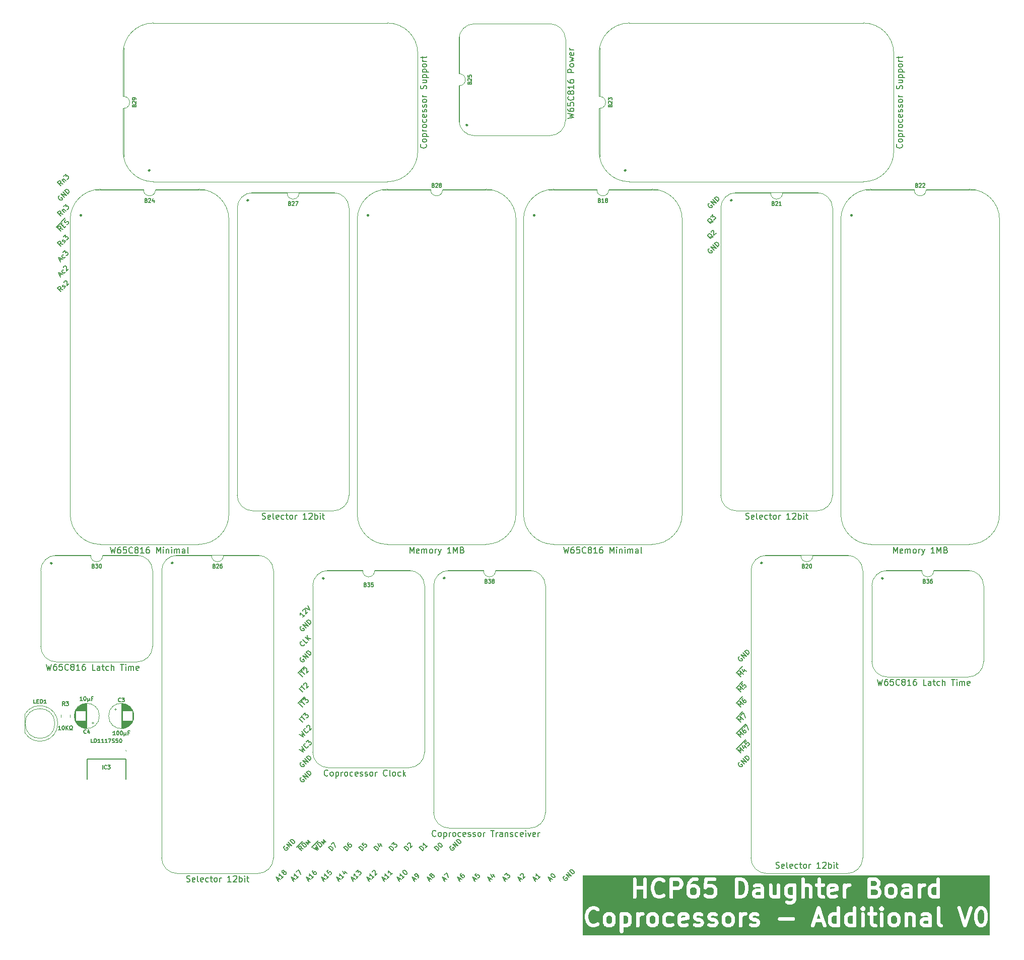
<source format=gto>
%TF.GenerationSoftware,KiCad,Pcbnew,9.0.2*%
%TF.CreationDate,2025-08-23T18:47:56+02:00*%
%TF.ProjectId,Coprocessor Board - Additional,436f7072-6f63-4657-9373-6f7220426f61,V0*%
%TF.SameCoordinates,Original*%
%TF.FileFunction,Legend,Top*%
%TF.FilePolarity,Positive*%
%FSLAX46Y46*%
G04 Gerber Fmt 4.6, Leading zero omitted, Abs format (unit mm)*
G04 Created by KiCad (PCBNEW 9.0.2) date 2025-08-23 18:47:56*
%MOMM*%
%LPD*%
G01*
G04 APERTURE LIST*
%ADD10C,0.200000*%
%ADD11C,0.600000*%
%ADD12C,0.150000*%
%ADD13C,0.100000*%
%ADD14C,0.120000*%
%ADD15C,0.239605*%
G04 APERTURE END LIST*
D10*
X109182581Y11487996D02*
X109451955Y11757370D01*
X109290331Y11272497D02*
X108913207Y12026744D01*
X108913207Y12026744D02*
X109667455Y11649621D01*
X109236456Y12349993D02*
X109613580Y12727116D01*
X109613580Y12727116D02*
X109936828Y11918994D01*
X45128318Y110786632D02*
X44670382Y110867444D01*
X44805069Y110463383D02*
X44239384Y111029069D01*
X44239384Y111029069D02*
X44454883Y111244568D01*
X44454883Y111244568D02*
X44535695Y111271505D01*
X44535695Y111271505D02*
X44589570Y111271505D01*
X44589570Y111271505D02*
X44670382Y111244568D01*
X44670382Y111244568D02*
X44751194Y111163756D01*
X44751194Y111163756D02*
X44778132Y111082943D01*
X44778132Y111082943D02*
X44778132Y111029069D01*
X44778132Y111029069D02*
X44751194Y110948256D01*
X44751194Y110948256D02*
X44535695Y110732757D01*
X45316880Y111029069D02*
X45397692Y111056006D01*
X45397692Y111056006D02*
X45505442Y111163756D01*
X45505442Y111163756D02*
X45532379Y111244568D01*
X45532379Y111244568D02*
X45505442Y111325380D01*
X45505442Y111325380D02*
X45478504Y111352317D01*
X45478504Y111352317D02*
X45397692Y111379255D01*
X45397692Y111379255D02*
X45316880Y111352317D01*
X45316880Y111352317D02*
X45236068Y111271505D01*
X45236068Y111271505D02*
X45155255Y111244568D01*
X45155255Y111244568D02*
X45074443Y111271505D01*
X45074443Y111271505D02*
X45047506Y111298443D01*
X45047506Y111298443D02*
X45020568Y111379255D01*
X45020568Y111379255D02*
X45047506Y111460067D01*
X45047506Y111460067D02*
X45128318Y111540879D01*
X45128318Y111540879D02*
X45209130Y111567817D01*
X45289942Y111971878D02*
X45289942Y112025752D01*
X45289942Y112025752D02*
X45316880Y112106565D01*
X45316880Y112106565D02*
X45451567Y112241252D01*
X45451567Y112241252D02*
X45532379Y112268189D01*
X45532379Y112268189D02*
X45586254Y112268189D01*
X45586254Y112268189D02*
X45667066Y112241252D01*
X45667066Y112241252D02*
X45720941Y112187377D01*
X45720941Y112187377D02*
X45774816Y112079627D01*
X45774816Y112079627D02*
X45774816Y111433130D01*
X45774816Y111433130D02*
X46125002Y111783316D01*
X45128318Y123486632D02*
X44670382Y123567444D01*
X44805069Y123163383D02*
X44239384Y123729069D01*
X44239384Y123729069D02*
X44454883Y123944568D01*
X44454883Y123944568D02*
X44535695Y123971505D01*
X44535695Y123971505D02*
X44589570Y123971505D01*
X44589570Y123971505D02*
X44670382Y123944568D01*
X44670382Y123944568D02*
X44751194Y123863756D01*
X44751194Y123863756D02*
X44778132Y123782943D01*
X44778132Y123782943D02*
X44778132Y123729069D01*
X44778132Y123729069D02*
X44751194Y123648256D01*
X44751194Y123648256D02*
X44535695Y123432757D01*
X44993631Y124106192D02*
X45370755Y123729069D01*
X45047506Y124052317D02*
X45047506Y124106192D01*
X45047506Y124106192D02*
X45074443Y124187005D01*
X45074443Y124187005D02*
X45155255Y124267817D01*
X45155255Y124267817D02*
X45236068Y124294754D01*
X45236068Y124294754D02*
X45316880Y124267817D01*
X45316880Y124267817D02*
X45613191Y123971505D01*
X45263005Y124752690D02*
X45613192Y125102876D01*
X45613192Y125102876D02*
X45640129Y124698815D01*
X45640129Y124698815D02*
X45720941Y124779628D01*
X45720941Y124779628D02*
X45801753Y124806565D01*
X45801753Y124806565D02*
X45855628Y124806565D01*
X45855628Y124806565D02*
X45936440Y124779628D01*
X45936440Y124779628D02*
X46071127Y124644941D01*
X46071127Y124644941D02*
X46098065Y124564128D01*
X46098065Y124564128D02*
X46098065Y124510254D01*
X46098065Y124510254D02*
X46071127Y124429441D01*
X46071127Y124429441D02*
X45909503Y124267817D01*
X45909503Y124267817D02*
X45828691Y124240880D01*
X45828691Y124240880D02*
X45774816Y124240880D01*
X158862633Y31288443D02*
X158781820Y31261505D01*
X158781820Y31261505D02*
X158701008Y31180693D01*
X158701008Y31180693D02*
X158647133Y31072943D01*
X158647133Y31072943D02*
X158647133Y30965194D01*
X158647133Y30965194D02*
X158674071Y30884382D01*
X158674071Y30884382D02*
X158754883Y30749695D01*
X158754883Y30749695D02*
X158835695Y30668882D01*
X158835695Y30668882D02*
X158970382Y30588070D01*
X158970382Y30588070D02*
X159051194Y30561133D01*
X159051194Y30561133D02*
X159158944Y30561133D01*
X159158944Y30561133D02*
X159266694Y30615008D01*
X159266694Y30615008D02*
X159320568Y30668882D01*
X159320568Y30668882D02*
X159374443Y30776632D01*
X159374443Y30776632D02*
X159374443Y30830507D01*
X159374443Y30830507D02*
X159185881Y31019069D01*
X159185881Y31019069D02*
X159078132Y30911319D01*
X159670755Y31019069D02*
X159105069Y31584754D01*
X159105069Y31584754D02*
X159994003Y31342317D01*
X159994003Y31342317D02*
X159428318Y31908003D01*
X160263377Y31611691D02*
X159697692Y32177377D01*
X159697692Y32177377D02*
X159832379Y32312064D01*
X159832379Y32312064D02*
X159940128Y32365939D01*
X159940128Y32365939D02*
X160047878Y32365939D01*
X160047878Y32365939D02*
X160128690Y32339001D01*
X160128690Y32339001D02*
X160263377Y32258189D01*
X160263377Y32258189D02*
X160344189Y32177377D01*
X160344189Y32177377D02*
X160425002Y32042690D01*
X160425002Y32042690D02*
X160451939Y31961878D01*
X160451939Y31961878D02*
X160451939Y31854128D01*
X160451939Y31854128D02*
X160398064Y31746378D01*
X160398064Y31746378D02*
X160263377Y31611691D01*
X87161583Y16945120D02*
X87861955Y16514121D01*
X87861955Y16514121D02*
X87565644Y17025932D01*
X87565644Y17025932D02*
X88077455Y16729621D01*
X88077455Y16729621D02*
X87646456Y17429993D01*
X88427641Y17079807D02*
X87861956Y17645492D01*
X87861956Y17645492D02*
X87996643Y17780179D01*
X87996643Y17780179D02*
X88104392Y17834054D01*
X88104392Y17834054D02*
X88212142Y17834054D01*
X88212142Y17834054D02*
X88292954Y17807117D01*
X88292954Y17807117D02*
X88427641Y17726305D01*
X88427641Y17726305D02*
X88508453Y17645492D01*
X88508453Y17645492D02*
X88589265Y17510805D01*
X88589265Y17510805D02*
X88616203Y17429993D01*
X88616203Y17429993D02*
X88616203Y17322244D01*
X88616203Y17322244D02*
X88562328Y17214494D01*
X88562328Y17214494D02*
X88427641Y17079807D01*
X86980294Y17077921D02*
X88079340Y18176967D01*
X89028884Y17556060D02*
X88576335Y18008609D01*
X88576335Y18008609D02*
X89050434Y17836209D01*
X89050434Y17836209D02*
X88878034Y18310308D01*
X88878034Y18310308D02*
X89330583Y17857759D01*
X92861143Y16433309D02*
X92295458Y16998995D01*
X92295458Y16998995D02*
X92430145Y17133682D01*
X92430145Y17133682D02*
X92537894Y17187556D01*
X92537894Y17187556D02*
X92645644Y17187556D01*
X92645644Y17187556D02*
X92726456Y17160619D01*
X92726456Y17160619D02*
X92861143Y17079807D01*
X92861143Y17079807D02*
X92941955Y16998995D01*
X92941955Y16998995D02*
X93022768Y16864308D01*
X93022768Y16864308D02*
X93049705Y16783495D01*
X93049705Y16783495D02*
X93049705Y16675746D01*
X93049705Y16675746D02*
X92995830Y16567996D01*
X92995830Y16567996D02*
X92861143Y16433309D01*
X93103580Y17807117D02*
X92995830Y17699367D01*
X92995830Y17699367D02*
X92968893Y17618555D01*
X92968893Y17618555D02*
X92968893Y17564680D01*
X92968893Y17564680D02*
X92995830Y17429993D01*
X92995830Y17429993D02*
X93076642Y17295306D01*
X93076642Y17295306D02*
X93292142Y17079807D01*
X93292142Y17079807D02*
X93372954Y17052869D01*
X93372954Y17052869D02*
X93426829Y17052869D01*
X93426829Y17052869D02*
X93507641Y17079807D01*
X93507641Y17079807D02*
X93615390Y17187556D01*
X93615390Y17187556D02*
X93642328Y17268369D01*
X93642328Y17268369D02*
X93642328Y17322243D01*
X93642328Y17322243D02*
X93615390Y17403056D01*
X93615390Y17403056D02*
X93480703Y17537743D01*
X93480703Y17537743D02*
X93399891Y17564680D01*
X93399891Y17564680D02*
X93346016Y17564680D01*
X93346016Y17564680D02*
X93265204Y17537743D01*
X93265204Y17537743D02*
X93157455Y17429993D01*
X93157455Y17429993D02*
X93130517Y17349181D01*
X93130517Y17349181D02*
X93130517Y17295306D01*
X93130517Y17295306D02*
X93157455Y17214494D01*
X121882581Y11487996D02*
X122151955Y11757370D01*
X121990331Y11272497D02*
X121613207Y12026744D01*
X121613207Y12026744D02*
X122367455Y11649621D01*
X122017268Y12323055D02*
X122017268Y12376930D01*
X122017268Y12376930D02*
X122044206Y12457742D01*
X122044206Y12457742D02*
X122178893Y12592429D01*
X122178893Y12592429D02*
X122259705Y12619367D01*
X122259705Y12619367D02*
X122313580Y12619367D01*
X122313580Y12619367D02*
X122394392Y12592429D01*
X122394392Y12592429D02*
X122448267Y12538555D01*
X122448267Y12538555D02*
X122502141Y12430805D01*
X122502141Y12430805D02*
X122502141Y11784307D01*
X122502141Y11784307D02*
X122852328Y12134494D01*
X153782633Y117648443D02*
X153701820Y117621505D01*
X153701820Y117621505D02*
X153621008Y117540693D01*
X153621008Y117540693D02*
X153567133Y117432943D01*
X153567133Y117432943D02*
X153567133Y117325194D01*
X153567133Y117325194D02*
X153594071Y117244382D01*
X153594071Y117244382D02*
X153674883Y117109695D01*
X153674883Y117109695D02*
X153755695Y117028882D01*
X153755695Y117028882D02*
X153890382Y116948070D01*
X153890382Y116948070D02*
X153971194Y116921133D01*
X153971194Y116921133D02*
X154078944Y116921133D01*
X154078944Y116921133D02*
X154186694Y116975008D01*
X154186694Y116975008D02*
X154240568Y117028882D01*
X154240568Y117028882D02*
X154294443Y117136632D01*
X154294443Y117136632D02*
X154294443Y117190507D01*
X154294443Y117190507D02*
X154105881Y117379069D01*
X154105881Y117379069D02*
X153998132Y117271319D01*
X154590755Y117379069D02*
X154025069Y117944754D01*
X154025069Y117944754D02*
X154914003Y117702317D01*
X154914003Y117702317D02*
X154348318Y118268003D01*
X155183377Y117971691D02*
X154617692Y118537377D01*
X154617692Y118537377D02*
X154752379Y118672064D01*
X154752379Y118672064D02*
X154860128Y118725939D01*
X154860128Y118725939D02*
X154967878Y118725939D01*
X154967878Y118725939D02*
X155048690Y118699001D01*
X155048690Y118699001D02*
X155183377Y118618189D01*
X155183377Y118618189D02*
X155264189Y118537377D01*
X155264189Y118537377D02*
X155345002Y118402690D01*
X155345002Y118402690D02*
X155371939Y118321878D01*
X155371939Y118321878D02*
X155371939Y118214128D01*
X155371939Y118214128D02*
X155318064Y118106378D01*
X155318064Y118106378D02*
X155183377Y117971691D01*
X106642581Y11487996D02*
X106911955Y11757370D01*
X106750331Y11272497D02*
X106373207Y12026744D01*
X106373207Y12026744D02*
X107127455Y11649621D01*
X107073580Y12242243D02*
X106992767Y12215306D01*
X106992767Y12215306D02*
X106938893Y12215306D01*
X106938893Y12215306D02*
X106858080Y12242243D01*
X106858080Y12242243D02*
X106831143Y12269181D01*
X106831143Y12269181D02*
X106804206Y12349993D01*
X106804206Y12349993D02*
X106804206Y12403868D01*
X106804206Y12403868D02*
X106831143Y12484680D01*
X106831143Y12484680D02*
X106938893Y12592429D01*
X106938893Y12592429D02*
X107019705Y12619367D01*
X107019705Y12619367D02*
X107073580Y12619367D01*
X107073580Y12619367D02*
X107154392Y12592429D01*
X107154392Y12592429D02*
X107181329Y12565492D01*
X107181329Y12565492D02*
X107208267Y12484680D01*
X107208267Y12484680D02*
X107208267Y12430805D01*
X107208267Y12430805D02*
X107181329Y12349993D01*
X107181329Y12349993D02*
X107073580Y12242243D01*
X107073580Y12242243D02*
X107046642Y12161431D01*
X107046642Y12161431D02*
X107046642Y12107556D01*
X107046642Y12107556D02*
X107073580Y12026744D01*
X107073580Y12026744D02*
X107181329Y11918994D01*
X107181329Y11918994D02*
X107262141Y11892057D01*
X107262141Y11892057D02*
X107316016Y11892057D01*
X107316016Y11892057D02*
X107396828Y11918994D01*
X107396828Y11918994D02*
X107504578Y12026744D01*
X107504578Y12026744D02*
X107531515Y12107556D01*
X107531515Y12107556D02*
X107531515Y12161431D01*
X107531515Y12161431D02*
X107504578Y12242243D01*
X107504578Y12242243D02*
X107396828Y12349993D01*
X107396828Y12349993D02*
X107316016Y12376930D01*
X107316016Y12376930D02*
X107262141Y12376930D01*
X107262141Y12376930D02*
X107181329Y12349993D01*
X85741381Y56022695D02*
X85418132Y55699446D01*
X85579756Y55861070D02*
X85014071Y56426756D01*
X85014071Y56426756D02*
X85041008Y56292069D01*
X85041008Y56292069D02*
X85041008Y56184319D01*
X85041008Y56184319D02*
X85014071Y56103507D01*
X85445069Y56750005D02*
X85445069Y56803879D01*
X85445069Y56803879D02*
X85472007Y56884692D01*
X85472007Y56884692D02*
X85606694Y57019379D01*
X85606694Y57019379D02*
X85687506Y57046316D01*
X85687506Y57046316D02*
X85741381Y57046316D01*
X85741381Y57046316D02*
X85822193Y57019379D01*
X85822193Y57019379D02*
X85876068Y56965504D01*
X85876068Y56965504D02*
X85929943Y56857754D01*
X85929943Y56857754D02*
X85929943Y56211257D01*
X85929943Y56211257D02*
X86280129Y56561443D01*
X85876068Y57288753D02*
X86630315Y56911629D01*
X86630315Y56911629D02*
X86253192Y57665876D01*
X159105069Y45693383D02*
X158539384Y46259069D01*
X158539384Y46259069D02*
X159132007Y46043569D01*
X159132007Y46043569D02*
X158916507Y46636192D01*
X158916507Y46636192D02*
X159482193Y46070507D01*
X159616880Y46959441D02*
X159994004Y46582318D01*
X159266694Y47040254D02*
X159536068Y46501505D01*
X159536068Y46501505D02*
X159886254Y46851692D01*
X158304220Y46337995D02*
X159376329Y47410104D01*
X45128318Y118406632D02*
X44670382Y118487444D01*
X44805069Y118083383D02*
X44239384Y118649069D01*
X44239384Y118649069D02*
X44454883Y118864568D01*
X44454883Y118864568D02*
X44535695Y118891505D01*
X44535695Y118891505D02*
X44589570Y118891505D01*
X44589570Y118891505D02*
X44670382Y118864568D01*
X44670382Y118864568D02*
X44751194Y118783756D01*
X44751194Y118783756D02*
X44778132Y118702943D01*
X44778132Y118702943D02*
X44778132Y118649069D01*
X44778132Y118649069D02*
X44751194Y118568256D01*
X44751194Y118568256D02*
X44535695Y118352757D01*
X45316880Y118649069D02*
X45397692Y118676006D01*
X45397692Y118676006D02*
X45505442Y118783756D01*
X45505442Y118783756D02*
X45532379Y118864568D01*
X45532379Y118864568D02*
X45505442Y118945380D01*
X45505442Y118945380D02*
X45478504Y118972317D01*
X45478504Y118972317D02*
X45397692Y118999255D01*
X45397692Y118999255D02*
X45316880Y118972317D01*
X45316880Y118972317D02*
X45236068Y118891505D01*
X45236068Y118891505D02*
X45155255Y118864568D01*
X45155255Y118864568D02*
X45074443Y118891505D01*
X45074443Y118891505D02*
X45047506Y118918443D01*
X45047506Y118918443D02*
X45020568Y118999255D01*
X45020568Y118999255D02*
X45047506Y119080067D01*
X45047506Y119080067D02*
X45128318Y119160879D01*
X45128318Y119160879D02*
X45209130Y119187817D01*
X45209130Y119618815D02*
X45559316Y119969001D01*
X45559316Y119969001D02*
X45586254Y119564940D01*
X45586254Y119564940D02*
X45667066Y119645752D01*
X45667066Y119645752D02*
X45747878Y119672690D01*
X45747878Y119672690D02*
X45801753Y119672690D01*
X45801753Y119672690D02*
X45882565Y119645752D01*
X45882565Y119645752D02*
X46017252Y119511065D01*
X46017252Y119511065D02*
X46044190Y119430253D01*
X46044190Y119430253D02*
X46044190Y119376378D01*
X46044190Y119376378D02*
X46017252Y119295566D01*
X46017252Y119295566D02*
X45855628Y119133942D01*
X45855628Y119133942D02*
X45774816Y119107004D01*
X45774816Y119107004D02*
X45720941Y119107004D01*
X85202633Y31288443D02*
X85121820Y31261505D01*
X85121820Y31261505D02*
X85041008Y31180693D01*
X85041008Y31180693D02*
X84987133Y31072943D01*
X84987133Y31072943D02*
X84987133Y30965194D01*
X84987133Y30965194D02*
X85014071Y30884382D01*
X85014071Y30884382D02*
X85094883Y30749695D01*
X85094883Y30749695D02*
X85175695Y30668882D01*
X85175695Y30668882D02*
X85310382Y30588070D01*
X85310382Y30588070D02*
X85391194Y30561133D01*
X85391194Y30561133D02*
X85498944Y30561133D01*
X85498944Y30561133D02*
X85606694Y30615008D01*
X85606694Y30615008D02*
X85660568Y30668882D01*
X85660568Y30668882D02*
X85714443Y30776632D01*
X85714443Y30776632D02*
X85714443Y30830507D01*
X85714443Y30830507D02*
X85525881Y31019069D01*
X85525881Y31019069D02*
X85418132Y30911319D01*
X86010755Y31019069D02*
X85445069Y31584754D01*
X85445069Y31584754D02*
X86334003Y31342317D01*
X86334003Y31342317D02*
X85768318Y31908003D01*
X86603377Y31611691D02*
X86037692Y32177377D01*
X86037692Y32177377D02*
X86172379Y32312064D01*
X86172379Y32312064D02*
X86280128Y32365939D01*
X86280128Y32365939D02*
X86387878Y32365939D01*
X86387878Y32365939D02*
X86468690Y32339001D01*
X86468690Y32339001D02*
X86603377Y32258189D01*
X86603377Y32258189D02*
X86684189Y32177377D01*
X86684189Y32177377D02*
X86765002Y32042690D01*
X86765002Y32042690D02*
X86791939Y31961878D01*
X86791939Y31961878D02*
X86791939Y31854128D01*
X86791939Y31854128D02*
X86738064Y31746378D01*
X86738064Y31746378D02*
X86603377Y31611691D01*
X85202633Y54148443D02*
X85121820Y54121505D01*
X85121820Y54121505D02*
X85041008Y54040693D01*
X85041008Y54040693D02*
X84987133Y53932943D01*
X84987133Y53932943D02*
X84987133Y53825194D01*
X84987133Y53825194D02*
X85014071Y53744382D01*
X85014071Y53744382D02*
X85094883Y53609695D01*
X85094883Y53609695D02*
X85175695Y53528882D01*
X85175695Y53528882D02*
X85310382Y53448070D01*
X85310382Y53448070D02*
X85391194Y53421133D01*
X85391194Y53421133D02*
X85498944Y53421133D01*
X85498944Y53421133D02*
X85606694Y53475008D01*
X85606694Y53475008D02*
X85660568Y53528882D01*
X85660568Y53528882D02*
X85714443Y53636632D01*
X85714443Y53636632D02*
X85714443Y53690507D01*
X85714443Y53690507D02*
X85525881Y53879069D01*
X85525881Y53879069D02*
X85418132Y53771319D01*
X86010755Y53879069D02*
X85445069Y54444754D01*
X85445069Y54444754D02*
X86334003Y54202317D01*
X86334003Y54202317D02*
X85768318Y54768003D01*
X86603377Y54471691D02*
X86037692Y55037377D01*
X86037692Y55037377D02*
X86172379Y55172064D01*
X86172379Y55172064D02*
X86280128Y55225939D01*
X86280128Y55225939D02*
X86387878Y55225939D01*
X86387878Y55225939D02*
X86468690Y55199001D01*
X86468690Y55199001D02*
X86603377Y55118189D01*
X86603377Y55118189D02*
X86684189Y55037377D01*
X86684189Y55037377D02*
X86765002Y54902690D01*
X86765002Y54902690D02*
X86791939Y54821878D01*
X86791939Y54821878D02*
X86791939Y54714128D01*
X86791939Y54714128D02*
X86738064Y54606378D01*
X86738064Y54606378D02*
X86603377Y54471691D01*
X45128318Y120946632D02*
X44670382Y121027444D01*
X44805069Y120623383D02*
X44239384Y121189069D01*
X44239384Y121189069D02*
X44454883Y121404568D01*
X44454883Y121404568D02*
X44535695Y121431505D01*
X44535695Y121431505D02*
X44589570Y121431505D01*
X44589570Y121431505D02*
X44670382Y121404568D01*
X44670382Y121404568D02*
X44751194Y121323756D01*
X44751194Y121323756D02*
X44778132Y121242943D01*
X44778132Y121242943D02*
X44778132Y121189069D01*
X44778132Y121189069D02*
X44751194Y121108256D01*
X44751194Y121108256D02*
X44535695Y120892757D01*
X45074443Y121485380D02*
X45263005Y121673942D01*
X45640129Y121458443D02*
X45370755Y121189069D01*
X45370755Y121189069D02*
X44805069Y121754754D01*
X44805069Y121754754D02*
X45074443Y122024128D01*
X45828691Y121700880D02*
X45936440Y121754754D01*
X45936440Y121754754D02*
X46071127Y121889441D01*
X46071127Y121889441D02*
X46098065Y121970254D01*
X46098065Y121970254D02*
X46098065Y122024128D01*
X46098065Y122024128D02*
X46071127Y122104941D01*
X46071127Y122104941D02*
X46017253Y122158815D01*
X46017253Y122158815D02*
X45936440Y122185753D01*
X45936440Y122185753D02*
X45882566Y122185753D01*
X45882566Y122185753D02*
X45801753Y122158815D01*
X45801753Y122158815D02*
X45667066Y122078003D01*
X45667066Y122078003D02*
X45586254Y122051066D01*
X45586254Y122051066D02*
X45532379Y122051066D01*
X45532379Y122051066D02*
X45451567Y122078003D01*
X45451567Y122078003D02*
X45397692Y122131878D01*
X45397692Y122131878D02*
X45370755Y122212690D01*
X45370755Y122212690D02*
X45370755Y122266565D01*
X45370755Y122266565D02*
X45397692Y122347377D01*
X45397692Y122347377D02*
X45532379Y122482064D01*
X45532379Y122482064D02*
X45640129Y122535939D01*
X44004220Y121267995D02*
X45507328Y122771103D01*
X90321143Y16433309D02*
X89755458Y16998995D01*
X89755458Y16998995D02*
X89890145Y17133682D01*
X89890145Y17133682D02*
X89997894Y17187556D01*
X89997894Y17187556D02*
X90105644Y17187556D01*
X90105644Y17187556D02*
X90186456Y17160619D01*
X90186456Y17160619D02*
X90321143Y17079807D01*
X90321143Y17079807D02*
X90401955Y16998995D01*
X90401955Y16998995D02*
X90482768Y16864308D01*
X90482768Y16864308D02*
X90509705Y16783495D01*
X90509705Y16783495D02*
X90509705Y16675746D01*
X90509705Y16675746D02*
X90455830Y16567996D01*
X90455830Y16567996D02*
X90321143Y16433309D01*
X90267268Y17510805D02*
X90644392Y17887929D01*
X90644392Y17887929D02*
X90967641Y17079807D01*
X111722581Y11487996D02*
X111991955Y11757370D01*
X111830331Y11272497D02*
X111453207Y12026744D01*
X111453207Y12026744D02*
X112207455Y11649621D01*
X112072767Y12646304D02*
X111965018Y12538555D01*
X111965018Y12538555D02*
X111938080Y12457742D01*
X111938080Y12457742D02*
X111938080Y12403868D01*
X111938080Y12403868D02*
X111965018Y12269181D01*
X111965018Y12269181D02*
X112045830Y12134494D01*
X112045830Y12134494D02*
X112261329Y11918994D01*
X112261329Y11918994D02*
X112342141Y11892057D01*
X112342141Y11892057D02*
X112396016Y11892057D01*
X112396016Y11892057D02*
X112476828Y11918994D01*
X112476828Y11918994D02*
X112584578Y12026744D01*
X112584578Y12026744D02*
X112611515Y12107556D01*
X112611515Y12107556D02*
X112611515Y12161431D01*
X112611515Y12161431D02*
X112584578Y12242243D01*
X112584578Y12242243D02*
X112449891Y12376930D01*
X112449891Y12376930D02*
X112369079Y12403868D01*
X112369079Y12403868D02*
X112315204Y12403868D01*
X112315204Y12403868D02*
X112234392Y12376930D01*
X112234392Y12376930D02*
X112126642Y12269181D01*
X112126642Y12269181D02*
X112099705Y12188368D01*
X112099705Y12188368D02*
X112099705Y12134494D01*
X112099705Y12134494D02*
X112126642Y12053681D01*
X83782581Y11487996D02*
X84051955Y11757370D01*
X83890331Y11272497D02*
X83513207Y12026744D01*
X83513207Y12026744D02*
X84267455Y11649621D01*
X84752328Y12134494D02*
X84429079Y11811245D01*
X84590703Y11972869D02*
X84025018Y12538555D01*
X84025018Y12538555D02*
X84051955Y12403868D01*
X84051955Y12403868D02*
X84051955Y12296118D01*
X84051955Y12296118D02*
X84025018Y12215306D01*
X84375204Y12888741D02*
X84752328Y13265865D01*
X84752328Y13265865D02*
X85075577Y12457743D01*
X108101143Y16433309D02*
X107535458Y16998995D01*
X107535458Y16998995D02*
X107670145Y17133682D01*
X107670145Y17133682D02*
X107777894Y17187556D01*
X107777894Y17187556D02*
X107885644Y17187556D01*
X107885644Y17187556D02*
X107966456Y17160619D01*
X107966456Y17160619D02*
X108101143Y17079807D01*
X108101143Y17079807D02*
X108181955Y16998995D01*
X108181955Y16998995D02*
X108262768Y16864308D01*
X108262768Y16864308D02*
X108289705Y16783495D01*
X108289705Y16783495D02*
X108289705Y16675746D01*
X108289705Y16675746D02*
X108235830Y16567996D01*
X108235830Y16567996D02*
X108101143Y16433309D01*
X108208893Y17672430D02*
X108262768Y17726304D01*
X108262768Y17726304D02*
X108343580Y17753242D01*
X108343580Y17753242D02*
X108397455Y17753242D01*
X108397455Y17753242D02*
X108478267Y17726304D01*
X108478267Y17726304D02*
X108612954Y17645492D01*
X108612954Y17645492D02*
X108747641Y17510805D01*
X108747641Y17510805D02*
X108828453Y17376118D01*
X108828453Y17376118D02*
X108855390Y17295306D01*
X108855390Y17295306D02*
X108855390Y17241431D01*
X108855390Y17241431D02*
X108828453Y17160619D01*
X108828453Y17160619D02*
X108774578Y17106744D01*
X108774578Y17106744D02*
X108693766Y17079807D01*
X108693766Y17079807D02*
X108639891Y17079807D01*
X108639891Y17079807D02*
X108559079Y17106744D01*
X108559079Y17106744D02*
X108424392Y17187556D01*
X108424392Y17187556D02*
X108289705Y17322243D01*
X108289705Y17322243D02*
X108208893Y17456930D01*
X108208893Y17456930D02*
X108181955Y17537743D01*
X108181955Y17537743D02*
X108181955Y17591617D01*
X108181955Y17591617D02*
X108208893Y17672430D01*
X85445069Y40613383D02*
X84879384Y41179069D01*
X85067945Y41367630D02*
X85391194Y41690879D01*
X85795255Y40963569D02*
X85229570Y41529255D01*
X85525881Y41825566D02*
X85876067Y42175752D01*
X85876067Y42175752D02*
X85903005Y41771691D01*
X85903005Y41771691D02*
X85983817Y41852504D01*
X85983817Y41852504D02*
X86064629Y41879441D01*
X86064629Y41879441D02*
X86118504Y41879441D01*
X86118504Y41879441D02*
X86199316Y41852504D01*
X86199316Y41852504D02*
X86334003Y41717817D01*
X86334003Y41717817D02*
X86360941Y41637004D01*
X86360941Y41637004D02*
X86360941Y41583130D01*
X86360941Y41583130D02*
X86334003Y41502317D01*
X86334003Y41502317D02*
X86172379Y41340693D01*
X86172379Y41340693D02*
X86091567Y41313756D01*
X86091567Y41313756D02*
X86037692Y41313756D01*
X84644220Y41257995D02*
X85770204Y42383979D01*
X82458707Y17268369D02*
X82377894Y17241431D01*
X82377894Y17241431D02*
X82297082Y17160619D01*
X82297082Y17160619D02*
X82243207Y17052869D01*
X82243207Y17052869D02*
X82243207Y16945120D01*
X82243207Y16945120D02*
X82270145Y16864308D01*
X82270145Y16864308D02*
X82350957Y16729621D01*
X82350957Y16729621D02*
X82431769Y16648808D01*
X82431769Y16648808D02*
X82566456Y16567996D01*
X82566456Y16567996D02*
X82647268Y16541059D01*
X82647268Y16541059D02*
X82755018Y16541059D01*
X82755018Y16541059D02*
X82862768Y16594934D01*
X82862768Y16594934D02*
X82916642Y16648808D01*
X82916642Y16648808D02*
X82970517Y16756558D01*
X82970517Y16756558D02*
X82970517Y16810433D01*
X82970517Y16810433D02*
X82781955Y16998995D01*
X82781955Y16998995D02*
X82674206Y16891245D01*
X83266829Y16998995D02*
X82701143Y17564680D01*
X82701143Y17564680D02*
X83590077Y17322243D01*
X83590077Y17322243D02*
X83024392Y17887929D01*
X83859451Y17591617D02*
X83293766Y18157303D01*
X83293766Y18157303D02*
X83428453Y18291990D01*
X83428453Y18291990D02*
X83536202Y18345865D01*
X83536202Y18345865D02*
X83643952Y18345865D01*
X83643952Y18345865D02*
X83724764Y18318927D01*
X83724764Y18318927D02*
X83859451Y18238115D01*
X83859451Y18238115D02*
X83940263Y18157303D01*
X83940263Y18157303D02*
X84021076Y18022616D01*
X84021076Y18022616D02*
X84048013Y17941804D01*
X84048013Y17941804D02*
X84048013Y17834054D01*
X84048013Y17834054D02*
X83994138Y17726304D01*
X83994138Y17726304D02*
X83859451Y17591617D01*
X158862633Y49068443D02*
X158781820Y49041505D01*
X158781820Y49041505D02*
X158701008Y48960693D01*
X158701008Y48960693D02*
X158647133Y48852943D01*
X158647133Y48852943D02*
X158647133Y48745194D01*
X158647133Y48745194D02*
X158674071Y48664382D01*
X158674071Y48664382D02*
X158754883Y48529695D01*
X158754883Y48529695D02*
X158835695Y48448882D01*
X158835695Y48448882D02*
X158970382Y48368070D01*
X158970382Y48368070D02*
X159051194Y48341133D01*
X159051194Y48341133D02*
X159158944Y48341133D01*
X159158944Y48341133D02*
X159266694Y48395008D01*
X159266694Y48395008D02*
X159320568Y48448882D01*
X159320568Y48448882D02*
X159374443Y48556632D01*
X159374443Y48556632D02*
X159374443Y48610507D01*
X159374443Y48610507D02*
X159185881Y48799069D01*
X159185881Y48799069D02*
X159078132Y48691319D01*
X159670755Y48799069D02*
X159105069Y49364754D01*
X159105069Y49364754D02*
X159994003Y49122317D01*
X159994003Y49122317D02*
X159428318Y49688003D01*
X160263377Y49391691D02*
X159697692Y49957377D01*
X159697692Y49957377D02*
X159832379Y50092064D01*
X159832379Y50092064D02*
X159940128Y50145939D01*
X159940128Y50145939D02*
X160047878Y50145939D01*
X160047878Y50145939D02*
X160128690Y50119001D01*
X160128690Y50119001D02*
X160263377Y50038189D01*
X160263377Y50038189D02*
X160344189Y49957377D01*
X160344189Y49957377D02*
X160425002Y49822690D01*
X160425002Y49822690D02*
X160451939Y49741878D01*
X160451939Y49741878D02*
X160451939Y49634128D01*
X160451939Y49634128D02*
X160398064Y49526378D01*
X160398064Y49526378D02*
X160263377Y49391691D01*
X159105069Y38073383D02*
X158539384Y38639069D01*
X158539384Y38639069D02*
X159132007Y38423569D01*
X159132007Y38423569D02*
X158916507Y39016192D01*
X158916507Y39016192D02*
X159482193Y38450507D01*
X159132007Y39231692D02*
X159509130Y39608815D01*
X159509130Y39608815D02*
X159832379Y38800693D01*
X158304220Y38717995D02*
X159376329Y39790104D01*
X153782633Y125268443D02*
X153701820Y125241505D01*
X153701820Y125241505D02*
X153621008Y125160693D01*
X153621008Y125160693D02*
X153567133Y125052943D01*
X153567133Y125052943D02*
X153567133Y124945194D01*
X153567133Y124945194D02*
X153594071Y124864382D01*
X153594071Y124864382D02*
X153674883Y124729695D01*
X153674883Y124729695D02*
X153755695Y124648882D01*
X153755695Y124648882D02*
X153890382Y124568070D01*
X153890382Y124568070D02*
X153971194Y124541133D01*
X153971194Y124541133D02*
X154078944Y124541133D01*
X154078944Y124541133D02*
X154186694Y124595008D01*
X154186694Y124595008D02*
X154240568Y124648882D01*
X154240568Y124648882D02*
X154294443Y124756632D01*
X154294443Y124756632D02*
X154294443Y124810507D01*
X154294443Y124810507D02*
X154105881Y124999069D01*
X154105881Y124999069D02*
X153998132Y124891319D01*
X154590755Y124999069D02*
X154025069Y125564754D01*
X154025069Y125564754D02*
X154914003Y125322317D01*
X154914003Y125322317D02*
X154348318Y125888003D01*
X155183377Y125591691D02*
X154617692Y126157377D01*
X154617692Y126157377D02*
X154752379Y126292064D01*
X154752379Y126292064D02*
X154860128Y126345939D01*
X154860128Y126345939D02*
X154967878Y126345939D01*
X154967878Y126345939D02*
X155048690Y126319001D01*
X155048690Y126319001D02*
X155183377Y126238189D01*
X155183377Y126238189D02*
X155264189Y126157377D01*
X155264189Y126157377D02*
X155345002Y126022690D01*
X155345002Y126022690D02*
X155371939Y125941878D01*
X155371939Y125941878D02*
X155371939Y125834128D01*
X155371939Y125834128D02*
X155318064Y125726378D01*
X155318064Y125726378D02*
X155183377Y125591691D01*
X85445069Y43153383D02*
X84879384Y43719069D01*
X85067945Y43907630D02*
X85391194Y44230879D01*
X85795255Y43503569D02*
X85229570Y44069255D01*
X85606693Y44338629D02*
X85606693Y44392504D01*
X85606693Y44392504D02*
X85633631Y44473316D01*
X85633631Y44473316D02*
X85768318Y44608003D01*
X85768318Y44608003D02*
X85849130Y44634940D01*
X85849130Y44634940D02*
X85903005Y44634940D01*
X85903005Y44634940D02*
X85983817Y44608003D01*
X85983817Y44608003D02*
X86037692Y44554128D01*
X86037692Y44554128D02*
X86091567Y44446378D01*
X86091567Y44446378D02*
X86091567Y43799881D01*
X86091567Y43799881D02*
X86441753Y44150067D01*
X129448707Y12188369D02*
X129367894Y12161431D01*
X129367894Y12161431D02*
X129287082Y12080619D01*
X129287082Y12080619D02*
X129233207Y11972869D01*
X129233207Y11972869D02*
X129233207Y11865120D01*
X129233207Y11865120D02*
X129260145Y11784308D01*
X129260145Y11784308D02*
X129340957Y11649621D01*
X129340957Y11649621D02*
X129421769Y11568808D01*
X129421769Y11568808D02*
X129556456Y11487996D01*
X129556456Y11487996D02*
X129637268Y11461059D01*
X129637268Y11461059D02*
X129745018Y11461059D01*
X129745018Y11461059D02*
X129852768Y11514934D01*
X129852768Y11514934D02*
X129906642Y11568808D01*
X129906642Y11568808D02*
X129960517Y11676558D01*
X129960517Y11676558D02*
X129960517Y11730433D01*
X129960517Y11730433D02*
X129771955Y11918995D01*
X129771955Y11918995D02*
X129664206Y11811245D01*
X130256829Y11918995D02*
X129691143Y12484680D01*
X129691143Y12484680D02*
X130580077Y12242243D01*
X130580077Y12242243D02*
X130014392Y12807929D01*
X130849451Y12511617D02*
X130283766Y13077303D01*
X130283766Y13077303D02*
X130418453Y13211990D01*
X130418453Y13211990D02*
X130526202Y13265865D01*
X130526202Y13265865D02*
X130633952Y13265865D01*
X130633952Y13265865D02*
X130714764Y13238927D01*
X130714764Y13238927D02*
X130849451Y13158115D01*
X130849451Y13158115D02*
X130930263Y13077303D01*
X130930263Y13077303D02*
X131011076Y12942616D01*
X131011076Y12942616D02*
X131038013Y12861804D01*
X131038013Y12861804D02*
X131038013Y12754054D01*
X131038013Y12754054D02*
X130984138Y12646304D01*
X130984138Y12646304D02*
X130849451Y12511617D01*
X85714443Y51150507D02*
X85714443Y51096632D01*
X85714443Y51096632D02*
X85660568Y50988882D01*
X85660568Y50988882D02*
X85606694Y50935008D01*
X85606694Y50935008D02*
X85498944Y50881133D01*
X85498944Y50881133D02*
X85391194Y50881133D01*
X85391194Y50881133D02*
X85310382Y50908070D01*
X85310382Y50908070D02*
X85175695Y50988882D01*
X85175695Y50988882D02*
X85094883Y51069695D01*
X85094883Y51069695D02*
X85014071Y51204382D01*
X85014071Y51204382D02*
X84987133Y51285194D01*
X84987133Y51285194D02*
X84987133Y51392943D01*
X84987133Y51392943D02*
X85041008Y51500693D01*
X85041008Y51500693D02*
X85094883Y51554568D01*
X85094883Y51554568D02*
X85202633Y51608443D01*
X85202633Y51608443D02*
X85256507Y51608443D01*
X86280129Y51608443D02*
X86010755Y51339069D01*
X86010755Y51339069D02*
X85445069Y51904754D01*
X86468690Y51797004D02*
X85903005Y52362690D01*
X86791939Y52120253D02*
X86226254Y52201065D01*
X86226254Y52685939D02*
X86226254Y52039441D01*
X96482581Y11487996D02*
X96751955Y11757370D01*
X96590331Y11272497D02*
X96213207Y12026744D01*
X96213207Y12026744D02*
X96967455Y11649621D01*
X97452328Y12134494D02*
X97129079Y11811245D01*
X97290703Y11972869D02*
X96725018Y12538555D01*
X96725018Y12538555D02*
X96751955Y12403868D01*
X96751955Y12403868D02*
X96751955Y12296118D01*
X96751955Y12296118D02*
X96725018Y12215306D01*
X97156016Y12861804D02*
X97156016Y12915678D01*
X97156016Y12915678D02*
X97182954Y12996491D01*
X97182954Y12996491D02*
X97317641Y13131178D01*
X97317641Y13131178D02*
X97398453Y13158115D01*
X97398453Y13158115D02*
X97452328Y13158115D01*
X97452328Y13158115D02*
X97533140Y13131178D01*
X97533140Y13131178D02*
X97587015Y13077303D01*
X97587015Y13077303D02*
X97640890Y12969553D01*
X97640890Y12969553D02*
X97640890Y12323056D01*
X97640890Y12323056D02*
X97991076Y12673242D01*
X101562581Y11487996D02*
X101831955Y11757370D01*
X101670331Y11272497D02*
X101293207Y12026744D01*
X101293207Y12026744D02*
X102047455Y11649621D01*
X102532328Y12134494D02*
X102209079Y11811245D01*
X102370703Y11972869D02*
X101805018Y12538555D01*
X101805018Y12538555D02*
X101831955Y12403868D01*
X101831955Y12403868D02*
X101831955Y12296118D01*
X101831955Y12296118D02*
X101805018Y12215306D01*
X102316829Y13050365D02*
X102370703Y13104240D01*
X102370703Y13104240D02*
X102451516Y13131178D01*
X102451516Y13131178D02*
X102505390Y13131178D01*
X102505390Y13131178D02*
X102586203Y13104240D01*
X102586203Y13104240D02*
X102720890Y13023428D01*
X102720890Y13023428D02*
X102855577Y12888741D01*
X102855577Y12888741D02*
X102936389Y12754054D01*
X102936389Y12754054D02*
X102963326Y12673242D01*
X102963326Y12673242D02*
X102963326Y12619367D01*
X102963326Y12619367D02*
X102936389Y12538555D01*
X102936389Y12538555D02*
X102882514Y12484680D01*
X102882514Y12484680D02*
X102801702Y12457743D01*
X102801702Y12457743D02*
X102747827Y12457743D01*
X102747827Y12457743D02*
X102667015Y12484680D01*
X102667015Y12484680D02*
X102532328Y12565492D01*
X102532328Y12565492D02*
X102397641Y12700179D01*
X102397641Y12700179D02*
X102316829Y12834866D01*
X102316829Y12834866D02*
X102289891Y12915678D01*
X102289891Y12915678D02*
X102289891Y12969553D01*
X102289891Y12969553D02*
X102316829Y13050365D01*
X154456068Y119676632D02*
X154375255Y119649695D01*
X154375255Y119649695D02*
X154267506Y119649695D01*
X154267506Y119649695D02*
X154105881Y119649695D01*
X154105881Y119649695D02*
X154025069Y119622757D01*
X154025069Y119622757D02*
X153971194Y119568882D01*
X154132819Y119461133D02*
X154052007Y119434195D01*
X154052007Y119434195D02*
X153944257Y119434195D01*
X153944257Y119434195D02*
X153809570Y119515008D01*
X153809570Y119515008D02*
X153621008Y119703569D01*
X153621008Y119703569D02*
X153540196Y119838256D01*
X153540196Y119838256D02*
X153540196Y119946006D01*
X153540196Y119946006D02*
X153567133Y120026818D01*
X153567133Y120026818D02*
X153674883Y120134568D01*
X153674883Y120134568D02*
X153755695Y120161505D01*
X153755695Y120161505D02*
X153863445Y120161505D01*
X153863445Y120161505D02*
X153998132Y120080693D01*
X153998132Y120080693D02*
X154186694Y119892131D01*
X154186694Y119892131D02*
X154267506Y119757444D01*
X154267506Y119757444D02*
X154267506Y119649695D01*
X154267506Y119649695D02*
X154240568Y119568882D01*
X154240568Y119568882D02*
X154132819Y119461133D01*
X154078944Y120430879D02*
X154078944Y120484754D01*
X154078944Y120484754D02*
X154105881Y120565566D01*
X154105881Y120565566D02*
X154240568Y120700253D01*
X154240568Y120700253D02*
X154321380Y120727191D01*
X154321380Y120727191D02*
X154375255Y120727191D01*
X154375255Y120727191D02*
X154456067Y120700253D01*
X154456067Y120700253D02*
X154509942Y120646378D01*
X154509942Y120646378D02*
X154563817Y120538629D01*
X154563817Y120538629D02*
X154563817Y119892131D01*
X154563817Y119892131D02*
X154914003Y120242317D01*
X44616507Y115678070D02*
X44885881Y115947444D01*
X44724257Y115462571D02*
X44347133Y116216818D01*
X44347133Y116216818D02*
X45101381Y115839695D01*
X45505441Y116297630D02*
X45478504Y116216818D01*
X45478504Y116216818D02*
X45370754Y116109068D01*
X45370754Y116109068D02*
X45289942Y116082131D01*
X45289942Y116082131D02*
X45236067Y116082131D01*
X45236067Y116082131D02*
X45155255Y116109068D01*
X45155255Y116109068D02*
X44993631Y116270693D01*
X44993631Y116270693D02*
X44966693Y116351505D01*
X44966693Y116351505D02*
X44966693Y116405380D01*
X44966693Y116405380D02*
X44993631Y116486192D01*
X44993631Y116486192D02*
X45101380Y116593942D01*
X45101380Y116593942D02*
X45182193Y116620879D01*
X45155255Y117024940D02*
X45505441Y117375126D01*
X45505441Y117375126D02*
X45532379Y116971065D01*
X45532379Y116971065D02*
X45613191Y117051877D01*
X45613191Y117051877D02*
X45694003Y117078815D01*
X45694003Y117078815D02*
X45747878Y117078815D01*
X45747878Y117078815D02*
X45828690Y117051877D01*
X45828690Y117051877D02*
X45963377Y116917190D01*
X45963377Y116917190D02*
X45990314Y116836378D01*
X45990314Y116836378D02*
X45990314Y116782503D01*
X45990314Y116782503D02*
X45963377Y116701691D01*
X45963377Y116701691D02*
X45801753Y116540067D01*
X45801753Y116540067D02*
X45720940Y116513129D01*
X45720940Y116513129D02*
X45667066Y116513129D01*
X97941143Y16433309D02*
X97375458Y16998995D01*
X97375458Y16998995D02*
X97510145Y17133682D01*
X97510145Y17133682D02*
X97617894Y17187556D01*
X97617894Y17187556D02*
X97725644Y17187556D01*
X97725644Y17187556D02*
X97806456Y17160619D01*
X97806456Y17160619D02*
X97941143Y17079807D01*
X97941143Y17079807D02*
X98021955Y16998995D01*
X98021955Y16998995D02*
X98102768Y16864308D01*
X98102768Y16864308D02*
X98129705Y16783495D01*
X98129705Y16783495D02*
X98129705Y16675746D01*
X98129705Y16675746D02*
X98075830Y16567996D01*
X98075830Y16567996D02*
X97941143Y16433309D01*
X98372142Y17618555D02*
X98749265Y17241431D01*
X98021955Y17699367D02*
X98291329Y17160619D01*
X98291329Y17160619D02*
X98641516Y17510805D01*
X88862581Y11487996D02*
X89131955Y11757370D01*
X88970331Y11272497D02*
X88593207Y12026744D01*
X88593207Y12026744D02*
X89347455Y11649621D01*
X89832328Y12134494D02*
X89509079Y11811245D01*
X89670703Y11972869D02*
X89105018Y12538555D01*
X89105018Y12538555D02*
X89131955Y12403868D01*
X89131955Y12403868D02*
X89131955Y12296118D01*
X89131955Y12296118D02*
X89105018Y12215306D01*
X89778453Y13211990D02*
X89509079Y12942616D01*
X89509079Y12942616D02*
X89751516Y12646304D01*
X89751516Y12646304D02*
X89751516Y12700179D01*
X89751516Y12700179D02*
X89778453Y12780991D01*
X89778453Y12780991D02*
X89913140Y12915678D01*
X89913140Y12915678D02*
X89993952Y12942616D01*
X89993952Y12942616D02*
X90047827Y12942616D01*
X90047827Y12942616D02*
X90128639Y12915678D01*
X90128639Y12915678D02*
X90263326Y12780991D01*
X90263326Y12780991D02*
X90290264Y12700179D01*
X90290264Y12700179D02*
X90290264Y12646304D01*
X90290264Y12646304D02*
X90263326Y12565492D01*
X90263326Y12565492D02*
X90128639Y12430805D01*
X90128639Y12430805D02*
X90047827Y12403868D01*
X90047827Y12403868D02*
X89993952Y12403868D01*
X44616507Y113138070D02*
X44885881Y113407444D01*
X44724257Y112922571D02*
X44347133Y113676818D01*
X44347133Y113676818D02*
X45101381Y113299695D01*
X45505441Y113757630D02*
X45478504Y113676818D01*
X45478504Y113676818D02*
X45370754Y113569068D01*
X45370754Y113569068D02*
X45289942Y113542131D01*
X45289942Y113542131D02*
X45236067Y113542131D01*
X45236067Y113542131D02*
X45155255Y113569068D01*
X45155255Y113569068D02*
X44993631Y113730693D01*
X44993631Y113730693D02*
X44966693Y113811505D01*
X44966693Y113811505D02*
X44966693Y113865380D01*
X44966693Y113865380D02*
X44993631Y113946192D01*
X44993631Y113946192D02*
X45101380Y114053942D01*
X45101380Y114053942D02*
X45182193Y114080879D01*
X45236067Y114458003D02*
X45236067Y114511877D01*
X45236067Y114511877D02*
X45263005Y114592690D01*
X45263005Y114592690D02*
X45397692Y114727377D01*
X45397692Y114727377D02*
X45478504Y114754314D01*
X45478504Y114754314D02*
X45532379Y114754314D01*
X45532379Y114754314D02*
X45613191Y114727377D01*
X45613191Y114727377D02*
X45667066Y114673502D01*
X45667066Y114673502D02*
X45720940Y114565752D01*
X45720940Y114565752D02*
X45720940Y113919254D01*
X45720940Y113919254D02*
X46071127Y114269441D01*
D11*
G36*
X140001862Y5459013D02*
G01*
X140075872Y5385003D01*
X140165285Y5206178D01*
X140165285Y4490675D01*
X140075872Y4311849D01*
X140001863Y4237840D01*
X139823035Y4148426D01*
X139393248Y4148426D01*
X139336713Y4176693D01*
X139336713Y5520158D01*
X139393248Y5548426D01*
X139823036Y5548426D01*
X140001862Y5459013D01*
G37*
G36*
X137287576Y5459013D02*
G01*
X137361586Y5385003D01*
X137450999Y5206178D01*
X137450999Y4490675D01*
X137361586Y4311849D01*
X137287577Y4237840D01*
X137108749Y4148426D01*
X136821819Y4148426D01*
X136642992Y4237840D01*
X136568983Y4311849D01*
X136479570Y4490675D01*
X136479570Y5206178D01*
X136568983Y5385004D01*
X136642992Y5459013D01*
X136821819Y5548426D01*
X137108750Y5548426D01*
X137287576Y5459013D01*
G37*
G36*
X144573291Y5459013D02*
G01*
X144647301Y5385003D01*
X144736714Y5206178D01*
X144736714Y4490675D01*
X144647301Y4311849D01*
X144573292Y4237840D01*
X144394464Y4148426D01*
X144107534Y4148426D01*
X143928707Y4237840D01*
X143854698Y4311849D01*
X143765285Y4490675D01*
X143765285Y5206178D01*
X143854698Y5385004D01*
X143928707Y5459013D01*
X144107534Y5548426D01*
X144394465Y5548426D01*
X144573291Y5459013D01*
G37*
G36*
X149813107Y5481962D02*
G01*
X149865459Y5377259D01*
X149051000Y5214367D01*
X149051000Y5349035D01*
X149117463Y5481962D01*
X149250392Y5548426D01*
X149680180Y5548426D01*
X149813107Y5481962D01*
G37*
G36*
X157287577Y5459013D02*
G01*
X157361587Y5385003D01*
X157451000Y5206178D01*
X157451000Y4490675D01*
X157361587Y4311849D01*
X157287578Y4237840D01*
X157108750Y4148426D01*
X156821820Y4148426D01*
X156642993Y4237840D01*
X156568984Y4311849D01*
X156479571Y4490675D01*
X156479571Y5206178D01*
X156568984Y5385004D01*
X156642993Y5459013D01*
X156821820Y5548426D01*
X157108751Y5548426D01*
X157287577Y5459013D01*
G37*
G36*
X175165286Y5520158D02*
G01*
X175165286Y4176693D01*
X175108751Y4148426D01*
X174678963Y4148426D01*
X174500136Y4237840D01*
X174426127Y4311849D01*
X174336714Y4490675D01*
X174336714Y5206178D01*
X174426127Y5385004D01*
X174500136Y5459013D01*
X174678963Y5548426D01*
X175108751Y5548426D01*
X175165286Y5520158D01*
G37*
G36*
X177879572Y5520158D02*
G01*
X177879572Y4176693D01*
X177823037Y4148426D01*
X177393249Y4148426D01*
X177214422Y4237840D01*
X177140413Y4311849D01*
X177051000Y4490675D01*
X177051000Y5206178D01*
X177140413Y5385004D01*
X177214422Y5459013D01*
X177393249Y5548426D01*
X177823037Y5548426D01*
X177879572Y5520158D01*
G37*
G36*
X185144720Y5459013D02*
G01*
X185218730Y5385003D01*
X185308143Y5206178D01*
X185308143Y4490675D01*
X185218730Y4311849D01*
X185144721Y4237840D01*
X184965893Y4148426D01*
X184678963Y4148426D01*
X184500136Y4237840D01*
X184426127Y4311849D01*
X184336714Y4490675D01*
X184336714Y5206178D01*
X184426127Y5385004D01*
X184500136Y5459013D01*
X184678963Y5548426D01*
X184965894Y5548426D01*
X185144720Y5459013D01*
G37*
G36*
X190593858Y4176693D02*
G01*
X190537323Y4148426D01*
X189964678Y4148426D01*
X189831749Y4214890D01*
X189765286Y4347818D01*
X189765286Y4491892D01*
X189831749Y4624819D01*
X189964678Y4691284D01*
X190593858Y4691284D01*
X190593858Y4176693D01*
G37*
G36*
X199716150Y6459012D02*
G01*
X199790160Y6385003D01*
X199896516Y6172291D01*
X200022430Y5668637D01*
X200022430Y5028216D01*
X199896516Y4524562D01*
X199790160Y4311849D01*
X199716151Y4237840D01*
X199537323Y4148426D01*
X199393251Y4148426D01*
X199214422Y4237840D01*
X199140413Y4311849D01*
X199034057Y4524561D01*
X198908144Y5028216D01*
X198908144Y5668636D01*
X199034057Y6172291D01*
X199140413Y6385003D01*
X199214423Y6459012D01*
X199393250Y6548426D01*
X199537324Y6548426D01*
X199716150Y6459012D01*
G37*
G36*
X172477629Y5005569D02*
G01*
X171881513Y5005569D01*
X172179570Y5899742D01*
X172477629Y5005569D01*
G37*
G36*
X167808142Y10349990D02*
G01*
X167808142Y9006525D01*
X167751607Y8978258D01*
X167321819Y8978258D01*
X167142992Y9067672D01*
X167068983Y9141681D01*
X166979570Y9320507D01*
X166979570Y10036010D01*
X167068983Y10214836D01*
X167142992Y10288845D01*
X167321819Y10378258D01*
X167751607Y10378258D01*
X167808142Y10349990D01*
G37*
G36*
X151501862Y10145988D02*
G01*
X151575871Y10071979D01*
X151665284Y9893153D01*
X151665284Y9320507D01*
X151575871Y9141681D01*
X151501862Y9067672D01*
X151323035Y8978258D01*
X150893247Y8978258D01*
X150714420Y9067672D01*
X150640411Y9141681D01*
X150550998Y9320507D01*
X150550998Y9893153D01*
X150640411Y10071979D01*
X150714420Y10145988D01*
X150893247Y10235401D01*
X151323035Y10235401D01*
X151501862Y10145988D01*
G37*
G36*
X159374658Y11273190D02*
G01*
X159575871Y11071978D01*
X159682227Y10859266D01*
X159808141Y10355612D01*
X159808141Y10000905D01*
X159682227Y9497251D01*
X159575871Y9284538D01*
X159374658Y9083325D01*
X159059457Y8978258D01*
X158693855Y8978258D01*
X158693855Y11378258D01*
X159059458Y11378258D01*
X159374658Y11273190D01*
G37*
G36*
X162379570Y9006525D02*
G01*
X162323035Y8978258D01*
X161750390Y8978258D01*
X161617461Y9044722D01*
X161550998Y9177650D01*
X161550998Y9321724D01*
X161617461Y9454651D01*
X161750390Y9521116D01*
X162379570Y9521116D01*
X162379570Y9006525D01*
G37*
G36*
X174884535Y10311794D02*
G01*
X174936887Y10207091D01*
X174122428Y10044199D01*
X174122428Y10178867D01*
X174188891Y10311794D01*
X174321820Y10378258D01*
X174751608Y10378258D01*
X174884535Y10311794D01*
G37*
G36*
X181946089Y9844620D02*
G01*
X182004443Y9786265D01*
X182093857Y9607438D01*
X182093857Y9320507D01*
X182004444Y9141681D01*
X181930435Y9067672D01*
X181751608Y8978258D01*
X180979571Y8978258D01*
X180979571Y9949687D01*
X181630888Y9949687D01*
X181946089Y9844620D01*
G37*
G36*
X181787578Y11288844D02*
G01*
X181861587Y11214836D01*
X181951000Y11036010D01*
X181951000Y10891935D01*
X181861586Y10713108D01*
X181787578Y10639100D01*
X181608751Y10549687D01*
X180979571Y10549687D01*
X180979571Y11378258D01*
X181608751Y11378258D01*
X181787578Y11288844D01*
G37*
G36*
X184644720Y10288845D02*
G01*
X184718730Y10214835D01*
X184808143Y10036010D01*
X184808143Y9320507D01*
X184718730Y9141681D01*
X184644721Y9067672D01*
X184465893Y8978258D01*
X184178963Y8978258D01*
X184000136Y9067672D01*
X183926127Y9141681D01*
X183836714Y9320507D01*
X183836714Y10036010D01*
X183926127Y10214836D01*
X184000136Y10288845D01*
X184178963Y10378258D01*
X184465894Y10378258D01*
X184644720Y10288845D01*
G37*
G36*
X187379572Y9006525D02*
G01*
X187323037Y8978258D01*
X186750392Y8978258D01*
X186617463Y9044722D01*
X186551000Y9177650D01*
X186551000Y9321724D01*
X186617463Y9454651D01*
X186750392Y9521116D01*
X187379572Y9521116D01*
X187379572Y9006525D01*
G37*
G36*
X191951001Y10349990D02*
G01*
X191951001Y9006525D01*
X191894466Y8978258D01*
X191464678Y8978258D01*
X191285851Y9067672D01*
X191211842Y9141681D01*
X191122429Y9320507D01*
X191122429Y10036010D01*
X191211842Y10214836D01*
X191285851Y10288845D01*
X191464678Y10378258D01*
X191894466Y10378258D01*
X191951001Y10349990D01*
G37*
G36*
X148644719Y11288844D02*
G01*
X148718728Y11214836D01*
X148808141Y11036010D01*
X148808141Y10749078D01*
X148718728Y10570252D01*
X148644719Y10496243D01*
X148465892Y10406830D01*
X147693855Y10406830D01*
X147693855Y11378258D01*
X148465892Y11378258D01*
X148644719Y11288844D01*
G37*
G36*
X200955763Y2217660D02*
G01*
X132546237Y2217660D01*
X132546237Y5562712D01*
X132879570Y5562712D01*
X132879570Y5134141D01*
X132881578Y5103495D01*
X132881520Y5099992D01*
X132881971Y5097501D01*
X132882137Y5094983D01*
X132883041Y5091606D01*
X132888527Y5061380D01*
X133031384Y4489952D01*
X133037833Y4469850D01*
X133038883Y4464720D01*
X133041394Y4458748D01*
X133043372Y4452586D01*
X133045911Y4448010D01*
X133054099Y4428548D01*
X133196956Y4142834D01*
X133216764Y4108958D01*
X133222761Y4102194D01*
X133227279Y4094370D01*
X133253152Y4064866D01*
X133538867Y3779152D01*
X133551053Y3768465D01*
X133554438Y3764648D01*
X133558354Y3762062D01*
X133568371Y3753278D01*
X133594555Y3738160D01*
X133619793Y3721497D01*
X133632131Y3716465D01*
X133636194Y3714120D01*
X133641119Y3712800D01*
X133656130Y3706679D01*
X134084701Y3563821D01*
X134122662Y3553873D01*
X134131684Y3553331D01*
X134140412Y3550993D01*
X134179570Y3548426D01*
X134465284Y3548426D01*
X134504442Y3550993D01*
X134513173Y3553332D01*
X134522192Y3553874D01*
X134560153Y3563821D01*
X134988725Y3706679D01*
X135003735Y3712800D01*
X135008661Y3714120D01*
X135012723Y3716465D01*
X135025062Y3721497D01*
X135050299Y3738160D01*
X135076484Y3753278D01*
X135086500Y3762062D01*
X135090417Y3764648D01*
X135093801Y3768465D01*
X135105988Y3779152D01*
X135248845Y3922009D01*
X135274719Y3951513D01*
X135313877Y4019336D01*
X135334146Y4094983D01*
X135334146Y4173299D01*
X135313877Y4248946D01*
X135274719Y4316769D01*
X135219341Y4372147D01*
X135151518Y4411305D01*
X135075871Y4431574D01*
X134997555Y4431574D01*
X134921908Y4411305D01*
X134854085Y4372147D01*
X134824581Y4346273D01*
X134731801Y4253493D01*
X134416600Y4148426D01*
X134228254Y4148426D01*
X133913052Y4253493D01*
X133711839Y4454706D01*
X133605483Y4667418D01*
X133479570Y5171073D01*
X133479570Y5276998D01*
X135879570Y5276998D01*
X135879570Y4419855D01*
X135880630Y4403677D01*
X135880325Y4398588D01*
X135881265Y4393992D01*
X135882137Y4380697D01*
X135889964Y4351484D01*
X135896026Y4321863D01*
X135901190Y4309584D01*
X135902406Y4305050D01*
X135904957Y4300630D01*
X135911242Y4285691D01*
X136054099Y3999977D01*
X136073907Y3966101D01*
X136079901Y3959340D01*
X136084421Y3951513D01*
X136110295Y3922009D01*
X136253152Y3779152D01*
X136282656Y3753278D01*
X136290483Y3748758D01*
X136297244Y3742764D01*
X136331120Y3722956D01*
X136616834Y3580098D01*
X136631777Y3573811D01*
X136636194Y3571262D01*
X136640725Y3570047D01*
X136653006Y3564882D01*
X136682630Y3558819D01*
X136711841Y3550993D01*
X136725136Y3550121D01*
X136729732Y3549181D01*
X136734821Y3549486D01*
X136750999Y3548426D01*
X137179570Y3548426D01*
X137195747Y3549486D01*
X137200838Y3549181D01*
X137205433Y3550121D01*
X137218728Y3550993D01*
X137247937Y3558819D01*
X137277563Y3564882D01*
X137289843Y3570047D01*
X137294375Y3571262D01*
X137298791Y3573811D01*
X137313735Y3580098D01*
X137599448Y3722956D01*
X137633324Y3742764D01*
X137640085Y3748760D01*
X137647911Y3753278D01*
X137677415Y3779151D01*
X137820273Y3922008D01*
X137846147Y3951512D01*
X137850666Y3959339D01*
X137856662Y3966101D01*
X137876470Y3999977D01*
X138019327Y4285691D01*
X138025611Y4300630D01*
X138028163Y4305050D01*
X138029378Y4309584D01*
X138034543Y4321863D01*
X138040604Y4351484D01*
X138048432Y4380697D01*
X138049303Y4393992D01*
X138050244Y4398588D01*
X138049938Y4403677D01*
X138050999Y4419855D01*
X138050999Y5276998D01*
X138049938Y5293175D01*
X138050244Y5298265D01*
X138049303Y5302860D01*
X138048432Y5316156D01*
X138040604Y5345368D01*
X138034543Y5374990D01*
X138029378Y5387268D01*
X138028163Y5391803D01*
X138025611Y5396222D01*
X138019327Y5411162D01*
X137876470Y5696876D01*
X137856662Y5730752D01*
X137850666Y5737513D01*
X137846147Y5745341D01*
X137820273Y5774845D01*
X137746691Y5848426D01*
X138736713Y5848426D01*
X138736713Y2848426D01*
X138739280Y2809268D01*
X138759549Y2733621D01*
X138798707Y2665798D01*
X138854085Y2610420D01*
X138921908Y2571262D01*
X138997555Y2550993D01*
X139075871Y2550993D01*
X139151518Y2571262D01*
X139219341Y2610420D01*
X139274719Y2665798D01*
X139313877Y2733621D01*
X139334146Y2809268D01*
X139336713Y2848426D01*
X139336713Y3548426D01*
X139893856Y3548426D01*
X139910033Y3549486D01*
X139915124Y3549181D01*
X139919719Y3550121D01*
X139933014Y3550993D01*
X139962223Y3558819D01*
X139991849Y3564882D01*
X140004129Y3570047D01*
X140008661Y3571262D01*
X140013077Y3573811D01*
X140028021Y3580098D01*
X140313734Y3722956D01*
X140347610Y3742764D01*
X140354371Y3748760D01*
X140362197Y3753278D01*
X140391701Y3779151D01*
X140534559Y3922008D01*
X140560433Y3951512D01*
X140564952Y3959339D01*
X140570948Y3966101D01*
X140590756Y3999977D01*
X140733613Y4285691D01*
X140739897Y4300630D01*
X140742449Y4305050D01*
X140743664Y4309584D01*
X140748829Y4321863D01*
X140754890Y4351484D01*
X140762718Y4380697D01*
X140763589Y4393992D01*
X140764530Y4398588D01*
X140764224Y4403677D01*
X140765285Y4419855D01*
X140765285Y5276998D01*
X140764224Y5293175D01*
X140764530Y5298265D01*
X140763589Y5302860D01*
X140762718Y5316156D01*
X140754890Y5345368D01*
X140748829Y5374990D01*
X140743664Y5387268D01*
X140742449Y5391803D01*
X140739897Y5396222D01*
X140733613Y5411162D01*
X140590756Y5696876D01*
X140570948Y5730752D01*
X140564952Y5737513D01*
X140560433Y5745341D01*
X140534559Y5774845D01*
X140460977Y5848426D01*
X141450999Y5848426D01*
X141450999Y3848426D01*
X141453566Y3809268D01*
X141473835Y3733621D01*
X141512993Y3665798D01*
X141568371Y3610420D01*
X141636194Y3571262D01*
X141711841Y3550993D01*
X141790157Y3550993D01*
X141865804Y3571262D01*
X141933627Y3610420D01*
X141989005Y3665798D01*
X142028163Y3733621D01*
X142048432Y3809268D01*
X142050999Y3848426D01*
X142050999Y5206178D01*
X142086409Y5276998D01*
X143165285Y5276998D01*
X143165285Y4419855D01*
X143166345Y4403677D01*
X143166040Y4398588D01*
X143166980Y4393992D01*
X143167852Y4380697D01*
X143175679Y4351484D01*
X143181741Y4321863D01*
X143186905Y4309584D01*
X143188121Y4305050D01*
X143190672Y4300630D01*
X143196957Y4285691D01*
X143339814Y3999977D01*
X143359622Y3966101D01*
X143365616Y3959340D01*
X143370136Y3951513D01*
X143396010Y3922009D01*
X143538867Y3779152D01*
X143568371Y3753278D01*
X143576198Y3748758D01*
X143582959Y3742764D01*
X143616835Y3722956D01*
X143902549Y3580098D01*
X143917492Y3573811D01*
X143921909Y3571262D01*
X143926440Y3570047D01*
X143938721Y3564882D01*
X143968345Y3558819D01*
X143997556Y3550993D01*
X144010851Y3550121D01*
X144015447Y3549181D01*
X144020536Y3549486D01*
X144036714Y3548426D01*
X144465285Y3548426D01*
X144481462Y3549486D01*
X144486553Y3549181D01*
X144491148Y3550121D01*
X144504443Y3550993D01*
X144533652Y3558819D01*
X144563278Y3564882D01*
X144575558Y3570047D01*
X144580090Y3571262D01*
X144584506Y3573811D01*
X144599450Y3580098D01*
X144885163Y3722956D01*
X144919039Y3742764D01*
X144925800Y3748760D01*
X144933626Y3753278D01*
X144963130Y3779151D01*
X145105988Y3922008D01*
X145131862Y3951512D01*
X145136381Y3959339D01*
X145142377Y3966101D01*
X145162185Y3999977D01*
X145305042Y4285691D01*
X145311326Y4300630D01*
X145313878Y4305050D01*
X145315093Y4309584D01*
X145320258Y4321863D01*
X145326319Y4351484D01*
X145334147Y4380697D01*
X145335018Y4393992D01*
X145335959Y4398588D01*
X145335653Y4403677D01*
X145336714Y4419855D01*
X145336714Y5276998D01*
X145879571Y5276998D01*
X145879571Y4419855D01*
X145880631Y4403677D01*
X145880326Y4398588D01*
X145881266Y4393992D01*
X145882138Y4380697D01*
X145889965Y4351484D01*
X145896027Y4321863D01*
X145901191Y4309584D01*
X145902407Y4305050D01*
X145904958Y4300630D01*
X145911243Y4285691D01*
X146054100Y3999977D01*
X146073908Y3966101D01*
X146079902Y3959340D01*
X146084422Y3951513D01*
X146110296Y3922009D01*
X146253153Y3779152D01*
X146282657Y3753278D01*
X146290484Y3748758D01*
X146297245Y3742764D01*
X146331121Y3722956D01*
X146616835Y3580098D01*
X146631778Y3573811D01*
X146636195Y3571262D01*
X146640726Y3570047D01*
X146653007Y3564882D01*
X146682631Y3558819D01*
X146711842Y3550993D01*
X146725137Y3550121D01*
X146729733Y3549181D01*
X146734822Y3549486D01*
X146751000Y3548426D01*
X147322428Y3548426D01*
X147338605Y3549486D01*
X147343695Y3549181D01*
X147348290Y3550121D01*
X147361586Y3550993D01*
X147390798Y3558820D01*
X147420420Y3564882D01*
X147432698Y3570046D01*
X147437233Y3571262D01*
X147441652Y3573813D01*
X147456592Y3580098D01*
X147742307Y3722956D01*
X147776183Y3742764D01*
X147834779Y3794724D01*
X147877930Y3860079D01*
X147902696Y3934376D01*
X147907388Y4012551D01*
X147891687Y4089276D01*
X147856663Y4159324D01*
X147804703Y4217920D01*
X147739348Y4261071D01*
X147665050Y4285837D01*
X147586876Y4290529D01*
X147510150Y4274828D01*
X147473978Y4259612D01*
X147251608Y4148426D01*
X146821820Y4148426D01*
X146642993Y4237840D01*
X146568984Y4311849D01*
X146479571Y4490675D01*
X146479571Y5206178D01*
X146568984Y5385004D01*
X146642993Y5459013D01*
X146821820Y5548426D01*
X147251608Y5548426D01*
X147473979Y5437241D01*
X147510151Y5422025D01*
X147586877Y5406324D01*
X147665051Y5411016D01*
X147691568Y5419855D01*
X148451000Y5419855D01*
X148451000Y4276998D01*
X148452060Y4260820D01*
X148451755Y4255731D01*
X148452695Y4251135D01*
X148453567Y4237840D01*
X148461394Y4208627D01*
X148467456Y4179006D01*
X148472620Y4166727D01*
X148473836Y4162193D01*
X148476387Y4157773D01*
X148482672Y4142834D01*
X148625529Y3857120D01*
X148645337Y3823244D01*
X148657292Y3809761D01*
X148667221Y3794724D01*
X148683158Y3780591D01*
X148697296Y3764648D01*
X148712337Y3754716D01*
X148725817Y3742764D01*
X148759693Y3722956D01*
X149045407Y3580098D01*
X149060350Y3573811D01*
X149064767Y3571262D01*
X149069298Y3570047D01*
X149081579Y3564882D01*
X149111203Y3558819D01*
X149140414Y3550993D01*
X149153709Y3550121D01*
X149158305Y3549181D01*
X149163394Y3549486D01*
X149179572Y3548426D01*
X149751000Y3548426D01*
X149767177Y3549486D01*
X149772268Y3549181D01*
X149776863Y3550121D01*
X149790158Y3550993D01*
X149819367Y3558819D01*
X149848993Y3564882D01*
X149861273Y3570047D01*
X149865805Y3571262D01*
X149870221Y3573811D01*
X149885165Y3580098D01*
X150170878Y3722956D01*
X150204754Y3742764D01*
X150263350Y3794724D01*
X150306501Y3860079D01*
X150331267Y3934377D01*
X150335959Y4012551D01*
X150320258Y4089277D01*
X150285233Y4159325D01*
X150233274Y4217921D01*
X150167918Y4261071D01*
X150093621Y4285837D01*
X150015446Y4290529D01*
X149938721Y4274828D01*
X149902549Y4259612D01*
X149680179Y4148426D01*
X149250392Y4148426D01*
X149117463Y4214890D01*
X149051000Y4347818D01*
X149051000Y4602485D01*
X150238407Y4839967D01*
X150276301Y4850163D01*
X150285001Y4854464D01*
X150294377Y4856977D01*
X150319986Y4871762D01*
X150346504Y4884874D01*
X150353797Y4891283D01*
X150362200Y4896135D01*
X150383110Y4917045D01*
X150405330Y4936573D01*
X150410714Y4944649D01*
X150417578Y4951513D01*
X150432368Y4977131D01*
X150448772Y5001736D01*
X150451881Y5010927D01*
X150456736Y5019336D01*
X150464392Y5047912D01*
X150473868Y5075922D01*
X150474492Y5085606D01*
X150477005Y5094983D01*
X150479572Y5134141D01*
X150479572Y5419855D01*
X151022429Y5419855D01*
X151022429Y5276998D01*
X151023489Y5260820D01*
X151023184Y5255731D01*
X151024124Y5251135D01*
X151024996Y5237840D01*
X151032823Y5208627D01*
X151038885Y5179006D01*
X151044049Y5166727D01*
X151045265Y5162193D01*
X151047816Y5157773D01*
X151054101Y5142834D01*
X151196958Y4857120D01*
X151216766Y4823244D01*
X151228721Y4809761D01*
X151238650Y4794724D01*
X151254587Y4780591D01*
X151268725Y4764648D01*
X151283766Y4754716D01*
X151297246Y4742764D01*
X151331122Y4722956D01*
X151616836Y4580098D01*
X151631779Y4573811D01*
X151636196Y4571262D01*
X151640727Y4570047D01*
X151653008Y4564882D01*
X151682632Y4558819D01*
X151711843Y4550993D01*
X151725138Y4550121D01*
X151729734Y4549181D01*
X151734823Y4549486D01*
X151751001Y4548426D01*
X152108752Y4548426D01*
X152241679Y4481962D01*
X152308143Y4349035D01*
X152308143Y4347818D01*
X152241679Y4214890D01*
X152108751Y4148426D01*
X151678964Y4148426D01*
X151456594Y4259612D01*
X151420422Y4274828D01*
X151343697Y4290529D01*
X151265522Y4285837D01*
X151191224Y4261071D01*
X151125869Y4217921D01*
X151073909Y4159325D01*
X151038885Y4089277D01*
X151023184Y4012552D01*
X151027876Y3934377D01*
X151052642Y3860079D01*
X151095792Y3794724D01*
X151154388Y3742764D01*
X151188264Y3722956D01*
X151473978Y3580098D01*
X151488921Y3573811D01*
X151493338Y3571262D01*
X151497869Y3570047D01*
X151510150Y3564882D01*
X151539775Y3558819D01*
X151568985Y3550993D01*
X151582279Y3550121D01*
X151586875Y3549181D01*
X151591965Y3549486D01*
X151608143Y3548426D01*
X152179572Y3548426D01*
X152195749Y3549486D01*
X152200840Y3549181D01*
X152205435Y3550121D01*
X152218730Y3550993D01*
X152247939Y3558819D01*
X152277565Y3564882D01*
X152289845Y3570047D01*
X152294377Y3571262D01*
X152298793Y3573811D01*
X152313737Y3580098D01*
X152599450Y3722956D01*
X152633326Y3742764D01*
X152646805Y3754716D01*
X152661847Y3764648D01*
X152675984Y3780591D01*
X152691922Y3794724D01*
X152701850Y3809761D01*
X152713806Y3823244D01*
X152733614Y3857120D01*
X152876471Y4142834D01*
X152882755Y4157773D01*
X152885307Y4162193D01*
X152886522Y4166727D01*
X152891687Y4179006D01*
X152897748Y4208627D01*
X152905576Y4237840D01*
X152906447Y4251135D01*
X152907388Y4255731D01*
X152907082Y4260820D01*
X152908143Y4276998D01*
X152908143Y4419855D01*
X152907082Y4436032D01*
X152907388Y4441122D01*
X152906447Y4445717D01*
X152905576Y4459013D01*
X152897748Y4488225D01*
X152891687Y4517847D01*
X152886522Y4530125D01*
X152885307Y4534660D01*
X152882755Y4539079D01*
X152876471Y4554019D01*
X152733614Y4839733D01*
X152713806Y4873609D01*
X152701852Y4887089D01*
X152691922Y4902130D01*
X152675981Y4916264D01*
X152661847Y4932205D01*
X152646806Y4942135D01*
X152633326Y4954089D01*
X152599450Y4973897D01*
X152313736Y5116754D01*
X152298796Y5123038D01*
X152294377Y5125590D01*
X152289842Y5126805D01*
X152277564Y5131970D01*
X152247942Y5138031D01*
X152218730Y5145859D01*
X152205434Y5146730D01*
X152200839Y5147671D01*
X152195749Y5147365D01*
X152179572Y5148426D01*
X151821821Y5148426D01*
X151688892Y5214890D01*
X151622429Y5347818D01*
X151622429Y5349035D01*
X151688892Y5481962D01*
X151821821Y5548426D01*
X152108752Y5548426D01*
X152331122Y5437241D01*
X152367294Y5422025D01*
X152444019Y5406324D01*
X152522194Y5411016D01*
X152548711Y5419855D01*
X153451000Y5419855D01*
X153451000Y5276998D01*
X153452060Y5260820D01*
X153451755Y5255731D01*
X153452695Y5251135D01*
X153453567Y5237840D01*
X153461394Y5208627D01*
X153467456Y5179006D01*
X153472620Y5166727D01*
X153473836Y5162193D01*
X153476387Y5157773D01*
X153482672Y5142834D01*
X153625529Y4857120D01*
X153645337Y4823244D01*
X153657292Y4809761D01*
X153667221Y4794724D01*
X153683158Y4780591D01*
X153697296Y4764648D01*
X153712337Y4754716D01*
X153725817Y4742764D01*
X153759693Y4722956D01*
X154045407Y4580098D01*
X154060350Y4573811D01*
X154064767Y4571262D01*
X154069298Y4570047D01*
X154081579Y4564882D01*
X154111203Y4558819D01*
X154140414Y4550993D01*
X154153709Y4550121D01*
X154158305Y4549181D01*
X154163394Y4549486D01*
X154179572Y4548426D01*
X154537323Y4548426D01*
X154670250Y4481962D01*
X154736714Y4349035D01*
X154736714Y4347818D01*
X154670250Y4214890D01*
X154537322Y4148426D01*
X154107535Y4148426D01*
X153885165Y4259612D01*
X153848993Y4274828D01*
X153772268Y4290529D01*
X153694093Y4285837D01*
X153619795Y4261071D01*
X153554440Y4217921D01*
X153502480Y4159325D01*
X153467456Y4089277D01*
X153451755Y4012552D01*
X153456447Y3934377D01*
X153481213Y3860079D01*
X153524363Y3794724D01*
X153582959Y3742764D01*
X153616835Y3722956D01*
X153902549Y3580098D01*
X153917492Y3573811D01*
X153921909Y3571262D01*
X153926440Y3570047D01*
X153938721Y3564882D01*
X153968346Y3558819D01*
X153997556Y3550993D01*
X154010850Y3550121D01*
X154015446Y3549181D01*
X154020536Y3549486D01*
X154036714Y3548426D01*
X154608143Y3548426D01*
X154624320Y3549486D01*
X154629411Y3549181D01*
X154634006Y3550121D01*
X154647301Y3550993D01*
X154676510Y3558819D01*
X154706136Y3564882D01*
X154718416Y3570047D01*
X154722948Y3571262D01*
X154727364Y3573811D01*
X154742308Y3580098D01*
X155028021Y3722956D01*
X155061897Y3742764D01*
X155075376Y3754716D01*
X155090418Y3764648D01*
X155104555Y3780591D01*
X155120493Y3794724D01*
X155130421Y3809761D01*
X155142377Y3823244D01*
X155162185Y3857120D01*
X155305042Y4142834D01*
X155311326Y4157773D01*
X155313878Y4162193D01*
X155315093Y4166727D01*
X155320258Y4179006D01*
X155326319Y4208627D01*
X155334147Y4237840D01*
X155335018Y4251135D01*
X155335959Y4255731D01*
X155335653Y4260820D01*
X155336714Y4276998D01*
X155336714Y4419855D01*
X155335653Y4436032D01*
X155335959Y4441122D01*
X155335018Y4445717D01*
X155334147Y4459013D01*
X155326319Y4488225D01*
X155320258Y4517847D01*
X155315093Y4530125D01*
X155313878Y4534660D01*
X155311326Y4539079D01*
X155305042Y4554019D01*
X155162185Y4839733D01*
X155142377Y4873609D01*
X155130423Y4887089D01*
X155120493Y4902130D01*
X155104552Y4916264D01*
X155090418Y4932205D01*
X155075377Y4942135D01*
X155061897Y4954089D01*
X155028021Y4973897D01*
X154742307Y5116754D01*
X154727367Y5123038D01*
X154722948Y5125590D01*
X154718413Y5126805D01*
X154706135Y5131970D01*
X154676513Y5138031D01*
X154647301Y5145859D01*
X154634005Y5146730D01*
X154629410Y5147671D01*
X154624320Y5147365D01*
X154608143Y5148426D01*
X154250392Y5148426D01*
X154117463Y5214890D01*
X154086409Y5276998D01*
X155879571Y5276998D01*
X155879571Y4419855D01*
X155880631Y4403677D01*
X155880326Y4398588D01*
X155881266Y4393992D01*
X155882138Y4380697D01*
X155889965Y4351484D01*
X155896027Y4321863D01*
X155901191Y4309584D01*
X155902407Y4305050D01*
X155904958Y4300630D01*
X155911243Y4285691D01*
X156054100Y3999977D01*
X156073908Y3966101D01*
X156079902Y3959340D01*
X156084422Y3951513D01*
X156110296Y3922009D01*
X156253153Y3779152D01*
X156282657Y3753278D01*
X156290484Y3748758D01*
X156297245Y3742764D01*
X156331121Y3722956D01*
X156616835Y3580098D01*
X156631778Y3573811D01*
X156636195Y3571262D01*
X156640726Y3570047D01*
X156653007Y3564882D01*
X156682631Y3558819D01*
X156711842Y3550993D01*
X156725137Y3550121D01*
X156729733Y3549181D01*
X156734822Y3549486D01*
X156751000Y3548426D01*
X157179571Y3548426D01*
X157195748Y3549486D01*
X157200839Y3549181D01*
X157205434Y3550121D01*
X157218729Y3550993D01*
X157247938Y3558819D01*
X157277564Y3564882D01*
X157289844Y3570047D01*
X157294376Y3571262D01*
X157298792Y3573811D01*
X157313736Y3580098D01*
X157599449Y3722956D01*
X157633325Y3742764D01*
X157640086Y3748760D01*
X157647912Y3753278D01*
X157677416Y3779151D01*
X157820274Y3922008D01*
X157846148Y3951512D01*
X157850667Y3959339D01*
X157856663Y3966101D01*
X157876471Y3999977D01*
X158019328Y4285691D01*
X158025612Y4300630D01*
X158028164Y4305050D01*
X158029379Y4309584D01*
X158034544Y4321863D01*
X158040605Y4351484D01*
X158048433Y4380697D01*
X158049304Y4393992D01*
X158050245Y4398588D01*
X158049939Y4403677D01*
X158051000Y4419855D01*
X158051000Y5276998D01*
X158049939Y5293175D01*
X158050245Y5298265D01*
X158049304Y5302860D01*
X158048433Y5316156D01*
X158040605Y5345368D01*
X158034544Y5374990D01*
X158029379Y5387268D01*
X158028164Y5391803D01*
X158025612Y5396222D01*
X158019328Y5411162D01*
X157876471Y5696876D01*
X157856663Y5730752D01*
X157850667Y5737513D01*
X157846148Y5745341D01*
X157820274Y5774845D01*
X157746692Y5848426D01*
X158736714Y5848426D01*
X158736714Y3848426D01*
X158739281Y3809268D01*
X158759550Y3733621D01*
X158798708Y3665798D01*
X158854086Y3610420D01*
X158921909Y3571262D01*
X158997556Y3550993D01*
X159075872Y3550993D01*
X159151519Y3571262D01*
X159219342Y3610420D01*
X159274720Y3665798D01*
X159313878Y3733621D01*
X159334147Y3809268D01*
X159336714Y3848426D01*
X159336714Y5206178D01*
X159426126Y5385003D01*
X159460978Y5419855D01*
X160451000Y5419855D01*
X160451000Y5276998D01*
X160452060Y5260820D01*
X160451755Y5255731D01*
X160452695Y5251135D01*
X160453567Y5237840D01*
X160461394Y5208627D01*
X160467456Y5179006D01*
X160472620Y5166727D01*
X160473836Y5162193D01*
X160476387Y5157773D01*
X160482672Y5142834D01*
X160625529Y4857120D01*
X160645337Y4823244D01*
X160657292Y4809761D01*
X160667221Y4794724D01*
X160683158Y4780591D01*
X160697296Y4764648D01*
X160712337Y4754716D01*
X160725817Y4742764D01*
X160759693Y4722956D01*
X161045407Y4580098D01*
X161060350Y4573811D01*
X161064767Y4571262D01*
X161069298Y4570047D01*
X161081579Y4564882D01*
X161111203Y4558819D01*
X161140414Y4550993D01*
X161153709Y4550121D01*
X161158305Y4549181D01*
X161163394Y4549486D01*
X161179572Y4548426D01*
X161537323Y4548426D01*
X161670250Y4481962D01*
X161736714Y4349035D01*
X161736714Y4347818D01*
X161670250Y4214890D01*
X161537322Y4148426D01*
X161107535Y4148426D01*
X160885165Y4259612D01*
X160848993Y4274828D01*
X160772268Y4290529D01*
X160694093Y4285837D01*
X160619795Y4261071D01*
X160554440Y4217921D01*
X160502480Y4159325D01*
X160467456Y4089277D01*
X160451755Y4012552D01*
X160456447Y3934377D01*
X160481213Y3860079D01*
X160524363Y3794724D01*
X160582959Y3742764D01*
X160616835Y3722956D01*
X160902549Y3580098D01*
X160917492Y3573811D01*
X160921909Y3571262D01*
X160926440Y3570047D01*
X160938721Y3564882D01*
X160968346Y3558819D01*
X160997556Y3550993D01*
X161010850Y3550121D01*
X161015446Y3549181D01*
X161020536Y3549486D01*
X161036714Y3548426D01*
X161608143Y3548426D01*
X161624320Y3549486D01*
X161629411Y3549181D01*
X161634006Y3550121D01*
X161647301Y3550993D01*
X161676510Y3558819D01*
X161706136Y3564882D01*
X161718416Y3570047D01*
X161722948Y3571262D01*
X161727364Y3573811D01*
X161742308Y3580098D01*
X162028021Y3722956D01*
X162061897Y3742764D01*
X162075376Y3754716D01*
X162090418Y3764648D01*
X162104555Y3780591D01*
X162120493Y3794724D01*
X162130421Y3809761D01*
X162142377Y3823244D01*
X162144666Y3827159D01*
X170880326Y3827159D01*
X170896027Y3750434D01*
X170931051Y3680386D01*
X170983010Y3621790D01*
X171048366Y3578639D01*
X171122663Y3553873D01*
X171200838Y3549181D01*
X171277563Y3564882D01*
X171347611Y3599906D01*
X171406207Y3651865D01*
X171449358Y3717221D01*
X171464176Y3753558D01*
X171681513Y4405569D01*
X172677629Y4405569D01*
X172894966Y3753557D01*
X172909784Y3717221D01*
X172952935Y3651865D01*
X173011531Y3599905D01*
X173081579Y3564881D01*
X173158304Y3549180D01*
X173236479Y3553873D01*
X173310776Y3578639D01*
X173376132Y3621789D01*
X173428091Y3680385D01*
X173463115Y3750434D01*
X173478816Y3827159D01*
X173474124Y3905334D01*
X173464176Y3943294D01*
X173019608Y5276998D01*
X173736714Y5276998D01*
X173736714Y4419855D01*
X173737774Y4403677D01*
X173737469Y4398588D01*
X173738409Y4393992D01*
X173739281Y4380697D01*
X173747108Y4351484D01*
X173753170Y4321863D01*
X173758334Y4309584D01*
X173759550Y4305050D01*
X173762101Y4300630D01*
X173768386Y4285691D01*
X173911243Y3999977D01*
X173931051Y3966101D01*
X173937045Y3959340D01*
X173941565Y3951513D01*
X173967439Y3922009D01*
X174110296Y3779152D01*
X174139800Y3753278D01*
X174147627Y3748758D01*
X174154388Y3742764D01*
X174188264Y3722956D01*
X174473978Y3580098D01*
X174488921Y3573811D01*
X174493338Y3571262D01*
X174497869Y3570047D01*
X174510150Y3564882D01*
X174539774Y3558819D01*
X174568985Y3550993D01*
X174582280Y3550121D01*
X174586876Y3549181D01*
X174591965Y3549486D01*
X174608143Y3548426D01*
X175179571Y3548426D01*
X175195748Y3549486D01*
X175200838Y3549181D01*
X175205433Y3550121D01*
X175218729Y3550993D01*
X175247941Y3558820D01*
X175277563Y3564882D01*
X175289841Y3570046D01*
X175294376Y3571262D01*
X175298795Y3573813D01*
X175313735Y3580098D01*
X175325225Y3585843D01*
X175350481Y3571262D01*
X175426128Y3550993D01*
X175504444Y3550993D01*
X175580091Y3571262D01*
X175647914Y3610420D01*
X175703292Y3665798D01*
X175742450Y3733621D01*
X175762719Y3809268D01*
X175765286Y3848426D01*
X175765286Y5276998D01*
X176451000Y5276998D01*
X176451000Y4419855D01*
X176452060Y4403677D01*
X176451755Y4398588D01*
X176452695Y4393992D01*
X176453567Y4380697D01*
X176461394Y4351484D01*
X176467456Y4321863D01*
X176472620Y4309584D01*
X176473836Y4305050D01*
X176476387Y4300630D01*
X176482672Y4285691D01*
X176625529Y3999977D01*
X176645337Y3966101D01*
X176651331Y3959340D01*
X176655851Y3951513D01*
X176681725Y3922009D01*
X176824582Y3779152D01*
X176854086Y3753278D01*
X176861913Y3748758D01*
X176868674Y3742764D01*
X176902550Y3722956D01*
X177188264Y3580098D01*
X177203207Y3573811D01*
X177207624Y3571262D01*
X177212155Y3570047D01*
X177224436Y3564882D01*
X177254060Y3558819D01*
X177283271Y3550993D01*
X177296566Y3550121D01*
X177301162Y3549181D01*
X177306251Y3549486D01*
X177322429Y3548426D01*
X177893857Y3548426D01*
X177910034Y3549486D01*
X177915124Y3549181D01*
X177919719Y3550121D01*
X177933015Y3550993D01*
X177962227Y3558820D01*
X177991849Y3564882D01*
X178004127Y3570046D01*
X178008662Y3571262D01*
X178013081Y3573813D01*
X178028021Y3580098D01*
X178039511Y3585843D01*
X178064767Y3571262D01*
X178140414Y3550993D01*
X178218730Y3550993D01*
X178294377Y3571262D01*
X178362200Y3610420D01*
X178417578Y3665798D01*
X178456736Y3733621D01*
X178477005Y3809268D01*
X178479572Y3848426D01*
X178479572Y5848426D01*
X179308143Y5848426D01*
X179308143Y3848426D01*
X179310710Y3809268D01*
X179330979Y3733621D01*
X179370137Y3665798D01*
X179425515Y3610420D01*
X179493338Y3571262D01*
X179568985Y3550993D01*
X179647301Y3550993D01*
X179722948Y3571262D01*
X179790771Y3610420D01*
X179846149Y3665798D01*
X179885307Y3733621D01*
X179905576Y3809268D01*
X179908143Y3848426D01*
X179908143Y5848426D01*
X179905576Y5887584D01*
X180310710Y5887584D01*
X180310710Y5809268D01*
X180330979Y5733621D01*
X180370137Y5665798D01*
X180425515Y5610420D01*
X180493338Y5571262D01*
X180568985Y5550993D01*
X180608143Y5548426D01*
X180736714Y5548426D01*
X180736714Y4276998D01*
X180737774Y4260820D01*
X180737469Y4255731D01*
X180738409Y4251135D01*
X180739281Y4237840D01*
X180747108Y4208627D01*
X180753170Y4179006D01*
X180758334Y4166727D01*
X180759550Y4162193D01*
X180762101Y4157773D01*
X180768386Y4142834D01*
X180911243Y3857120D01*
X180931051Y3823244D01*
X180943006Y3809761D01*
X180952935Y3794724D01*
X180968872Y3780591D01*
X180983010Y3764648D01*
X180998051Y3754716D01*
X181011531Y3742764D01*
X181045407Y3722956D01*
X181331121Y3580098D01*
X181346064Y3573811D01*
X181350481Y3571262D01*
X181355012Y3570047D01*
X181367293Y3564882D01*
X181396917Y3558819D01*
X181426128Y3550993D01*
X181439423Y3550121D01*
X181444019Y3549181D01*
X181449108Y3549486D01*
X181465286Y3548426D01*
X181751000Y3548426D01*
X181790158Y3550993D01*
X181865805Y3571262D01*
X181933628Y3610420D01*
X181989006Y3665798D01*
X182028164Y3733621D01*
X182048433Y3809268D01*
X182048433Y3887584D01*
X182028164Y3963231D01*
X181989006Y4031054D01*
X181933628Y4086432D01*
X181865805Y4125590D01*
X181790158Y4145859D01*
X181751000Y4148426D01*
X181536106Y4148426D01*
X181403177Y4214890D01*
X181336714Y4347818D01*
X181336714Y5548426D01*
X181751000Y5548426D01*
X181790158Y5550993D01*
X181865805Y5571262D01*
X181933628Y5610420D01*
X181989006Y5665798D01*
X182028164Y5733621D01*
X182048433Y5809268D01*
X182048433Y5848426D01*
X182451000Y5848426D01*
X182451000Y3848426D01*
X182453567Y3809268D01*
X182473836Y3733621D01*
X182512994Y3665798D01*
X182568372Y3610420D01*
X182636195Y3571262D01*
X182711842Y3550993D01*
X182790158Y3550993D01*
X182865805Y3571262D01*
X182933628Y3610420D01*
X182989006Y3665798D01*
X183028164Y3733621D01*
X183048433Y3809268D01*
X183051000Y3848426D01*
X183051000Y5276998D01*
X183736714Y5276998D01*
X183736714Y4419855D01*
X183737774Y4403677D01*
X183737469Y4398588D01*
X183738409Y4393992D01*
X183739281Y4380697D01*
X183747108Y4351484D01*
X183753170Y4321863D01*
X183758334Y4309584D01*
X183759550Y4305050D01*
X183762101Y4300630D01*
X183768386Y4285691D01*
X183911243Y3999977D01*
X183931051Y3966101D01*
X183937045Y3959340D01*
X183941565Y3951513D01*
X183967439Y3922009D01*
X184110296Y3779152D01*
X184139800Y3753278D01*
X184147627Y3748758D01*
X184154388Y3742764D01*
X184188264Y3722956D01*
X184473978Y3580098D01*
X184488921Y3573811D01*
X184493338Y3571262D01*
X184497869Y3570047D01*
X184510150Y3564882D01*
X184539774Y3558819D01*
X184568985Y3550993D01*
X184582280Y3550121D01*
X184586876Y3549181D01*
X184591965Y3549486D01*
X184608143Y3548426D01*
X185036714Y3548426D01*
X185052891Y3549486D01*
X185057982Y3549181D01*
X185062577Y3550121D01*
X185075872Y3550993D01*
X185105081Y3558819D01*
X185134707Y3564882D01*
X185146987Y3570047D01*
X185151519Y3571262D01*
X185155935Y3573811D01*
X185170879Y3580098D01*
X185456592Y3722956D01*
X185490468Y3742764D01*
X185497229Y3748760D01*
X185505055Y3753278D01*
X185534559Y3779151D01*
X185677417Y3922008D01*
X185703291Y3951512D01*
X185707810Y3959339D01*
X185713806Y3966101D01*
X185733614Y3999977D01*
X185876471Y4285691D01*
X185882755Y4300630D01*
X185885307Y4305050D01*
X185886522Y4309584D01*
X185891687Y4321863D01*
X185897748Y4351484D01*
X185905576Y4380697D01*
X185906447Y4393992D01*
X185907388Y4398588D01*
X185907082Y4403677D01*
X185908143Y4419855D01*
X185908143Y5276998D01*
X185907082Y5293175D01*
X185907388Y5298265D01*
X185906447Y5302860D01*
X185905576Y5316156D01*
X185897748Y5345368D01*
X185891687Y5374990D01*
X185886522Y5387268D01*
X185885307Y5391803D01*
X185882755Y5396222D01*
X185876471Y5411162D01*
X185733614Y5696876D01*
X185713806Y5730752D01*
X185707810Y5737513D01*
X185703291Y5745341D01*
X185677417Y5774845D01*
X185603835Y5848426D01*
X186593857Y5848426D01*
X186593857Y3848426D01*
X186596424Y3809268D01*
X186616693Y3733621D01*
X186655851Y3665798D01*
X186711229Y3610420D01*
X186779052Y3571262D01*
X186854699Y3550993D01*
X186933015Y3550993D01*
X187008662Y3571262D01*
X187076485Y3610420D01*
X187131863Y3665798D01*
X187171021Y3733621D01*
X187191290Y3809268D01*
X187193857Y3848426D01*
X187193857Y5438448D01*
X187214422Y5459013D01*
X187393249Y5548426D01*
X187680180Y5548426D01*
X187813107Y5481962D01*
X187879572Y5349034D01*
X187879572Y3848426D01*
X187882139Y3809268D01*
X187902408Y3733621D01*
X187941566Y3665798D01*
X187996944Y3610420D01*
X188064767Y3571262D01*
X188140414Y3550993D01*
X188218730Y3550993D01*
X188294377Y3571262D01*
X188362200Y3610420D01*
X188417578Y3665798D01*
X188456736Y3733621D01*
X188477005Y3809268D01*
X188479572Y3848426D01*
X188479572Y4562712D01*
X189165286Y4562712D01*
X189165286Y4276998D01*
X189166346Y4260820D01*
X189166041Y4255731D01*
X189166981Y4251135D01*
X189167853Y4237840D01*
X189175680Y4208627D01*
X189181742Y4179006D01*
X189186906Y4166727D01*
X189188122Y4162193D01*
X189190673Y4157773D01*
X189196958Y4142834D01*
X189339815Y3857120D01*
X189359623Y3823244D01*
X189371578Y3809761D01*
X189381507Y3794724D01*
X189397444Y3780591D01*
X189411582Y3764648D01*
X189426623Y3754716D01*
X189440103Y3742764D01*
X189473979Y3722956D01*
X189759693Y3580098D01*
X189774636Y3573811D01*
X189779053Y3571262D01*
X189783584Y3570047D01*
X189795865Y3564882D01*
X189825489Y3558819D01*
X189854700Y3550993D01*
X189867995Y3550121D01*
X189872591Y3549181D01*
X189877680Y3549486D01*
X189893858Y3548426D01*
X190608143Y3548426D01*
X190624320Y3549486D01*
X190629410Y3549181D01*
X190634005Y3550121D01*
X190647301Y3550993D01*
X190676513Y3558820D01*
X190706135Y3564882D01*
X190718413Y3570046D01*
X190722948Y3571262D01*
X190727367Y3573813D01*
X190742307Y3580098D01*
X190753797Y3585843D01*
X190779053Y3571262D01*
X190854700Y3550993D01*
X190933016Y3550993D01*
X191008663Y3571262D01*
X191076486Y3610420D01*
X191131864Y3665798D01*
X191171022Y3733621D01*
X191191291Y3809268D01*
X191193858Y3848426D01*
X191193858Y5419855D01*
X191192797Y5436032D01*
X191193103Y5441123D01*
X191192162Y5445718D01*
X191191291Y5459013D01*
X191183464Y5488222D01*
X191177402Y5517848D01*
X191172236Y5530128D01*
X191171022Y5534660D01*
X191168472Y5539076D01*
X191162186Y5554020D01*
X191019328Y5839734D01*
X190999520Y5873610D01*
X190987564Y5887092D01*
X190977636Y5902130D01*
X190961696Y5916264D01*
X190947560Y5932206D01*
X190932519Y5942136D01*
X190919040Y5954089D01*
X190885164Y5973897D01*
X190599450Y6116754D01*
X190584510Y6123038D01*
X190580091Y6125590D01*
X190575556Y6126805D01*
X190563278Y6131970D01*
X190533656Y6138031D01*
X190504444Y6145859D01*
X190491148Y6146730D01*
X190486553Y6147671D01*
X190481463Y6147365D01*
X190465286Y6148426D01*
X189893858Y6148426D01*
X189877681Y6147365D01*
X189872592Y6147671D01*
X189867996Y6146730D01*
X189854700Y6145859D01*
X189825486Y6138031D01*
X189795866Y6131970D01*
X189783587Y6126805D01*
X189779053Y6125590D01*
X189774633Y6123038D01*
X189759694Y6116754D01*
X189473979Y5973897D01*
X189440103Y5954089D01*
X189381507Y5902130D01*
X189338356Y5836775D01*
X189313590Y5762477D01*
X189308898Y5684303D01*
X189324599Y5607577D01*
X189359623Y5537529D01*
X189411582Y5478933D01*
X189476937Y5435782D01*
X189551235Y5411016D01*
X189629409Y5406324D01*
X189706135Y5422025D01*
X189742307Y5437241D01*
X189964678Y5548426D01*
X190394466Y5548426D01*
X190527393Y5481962D01*
X190593858Y5349034D01*
X190593858Y5319551D01*
X190537323Y5291284D01*
X189893858Y5291284D01*
X189877680Y5290223D01*
X189872591Y5290529D01*
X189867995Y5289588D01*
X189854700Y5288717D01*
X189825489Y5280890D01*
X189795865Y5274828D01*
X189783584Y5269662D01*
X189779053Y5268448D01*
X189774636Y5265898D01*
X189759693Y5259612D01*
X189473979Y5116754D01*
X189440103Y5096946D01*
X189426623Y5084993D01*
X189411582Y5075062D01*
X189397444Y5059118D01*
X189381507Y5044986D01*
X189371578Y5029948D01*
X189359623Y5016466D01*
X189339815Y4982590D01*
X189196958Y4696876D01*
X189190673Y4681936D01*
X189188122Y4677517D01*
X189186906Y4672982D01*
X189181742Y4660704D01*
X189175680Y4631082D01*
X189167853Y4601870D01*
X189166981Y4588574D01*
X189166041Y4583979D01*
X189166346Y4578889D01*
X189165286Y4562712D01*
X188479572Y4562712D01*
X188479572Y5419855D01*
X188478511Y5436032D01*
X188478817Y5441123D01*
X188477876Y5445718D01*
X188477005Y5459013D01*
X188469178Y5488222D01*
X188463116Y5517848D01*
X188457950Y5530128D01*
X188456736Y5534660D01*
X188454186Y5539076D01*
X188447900Y5554020D01*
X188305042Y5839734D01*
X188285234Y5873610D01*
X188273278Y5887092D01*
X188263350Y5902130D01*
X188247410Y5916264D01*
X188233274Y5932206D01*
X188218233Y5942136D01*
X188204754Y5954089D01*
X188170878Y5973897D01*
X187885164Y6116754D01*
X187870224Y6123038D01*
X187865805Y6125590D01*
X187861270Y6126805D01*
X187848992Y6131970D01*
X187819370Y6138031D01*
X187790158Y6145859D01*
X187776862Y6146730D01*
X187772267Y6147671D01*
X187767177Y6147365D01*
X187751000Y6148426D01*
X187322429Y6148426D01*
X187306252Y6147365D01*
X187301163Y6147671D01*
X187296567Y6146730D01*
X187283271Y6145859D01*
X187254057Y6138031D01*
X187224437Y6131970D01*
X187212158Y6126805D01*
X187207624Y6125590D01*
X187203204Y6123038D01*
X187188265Y6116754D01*
X187093530Y6069386D01*
X187076485Y6086432D01*
X187008662Y6125590D01*
X186933015Y6145859D01*
X186854699Y6145859D01*
X186779052Y6125590D01*
X186711229Y6086432D01*
X186655851Y6031054D01*
X186616693Y5963231D01*
X186596424Y5887584D01*
X186593857Y5848426D01*
X185603835Y5848426D01*
X185534559Y5917702D01*
X185505055Y5943575D01*
X185497230Y5948092D01*
X185490468Y5954089D01*
X185456592Y5973897D01*
X185170878Y6116754D01*
X185155938Y6123038D01*
X185151519Y6125590D01*
X185146984Y6126805D01*
X185134706Y6131970D01*
X185105084Y6138031D01*
X185075872Y6145859D01*
X185062576Y6146730D01*
X185057981Y6147671D01*
X185052891Y6147365D01*
X185036714Y6148426D01*
X184608143Y6148426D01*
X184591966Y6147365D01*
X184586877Y6147671D01*
X184582281Y6146730D01*
X184568985Y6145859D01*
X184539771Y6138031D01*
X184510151Y6131970D01*
X184497872Y6126805D01*
X184493338Y6125590D01*
X184488918Y6123038D01*
X184473979Y6116754D01*
X184188264Y5973897D01*
X184154388Y5954089D01*
X184147627Y5948094D01*
X184139800Y5943575D01*
X184110296Y5917701D01*
X183967439Y5774844D01*
X183941565Y5745340D01*
X183937045Y5737512D01*
X183931051Y5730752D01*
X183911243Y5696876D01*
X183768386Y5411162D01*
X183762101Y5396222D01*
X183759550Y5391803D01*
X183758334Y5387268D01*
X183753170Y5374990D01*
X183747108Y5345368D01*
X183739281Y5316156D01*
X183738409Y5302860D01*
X183737469Y5298265D01*
X183737774Y5293175D01*
X183736714Y5276998D01*
X183051000Y5276998D01*
X183051000Y5848426D01*
X183048433Y5887584D01*
X183028164Y5963231D01*
X182989006Y6031054D01*
X182933628Y6086432D01*
X182865805Y6125590D01*
X182790158Y6145859D01*
X182711842Y6145859D01*
X182636195Y6125590D01*
X182568372Y6086432D01*
X182512994Y6031054D01*
X182473836Y5963231D01*
X182453567Y5887584D01*
X182451000Y5848426D01*
X182048433Y5848426D01*
X182048433Y5887584D01*
X182028164Y5963231D01*
X181989006Y6031054D01*
X181933628Y6086432D01*
X181865805Y6125590D01*
X181790158Y6145859D01*
X181751000Y6148426D01*
X181336714Y6148426D01*
X181336714Y6744727D01*
X182310710Y6744727D01*
X182310710Y6666411D01*
X182330979Y6590764D01*
X182370137Y6522941D01*
X182396011Y6493437D01*
X182538868Y6350580D01*
X182568371Y6324707D01*
X182568372Y6324706D01*
X182636195Y6285548D01*
X182711842Y6265279D01*
X182790158Y6265279D01*
X182865805Y6285548D01*
X182933628Y6324706D01*
X182933629Y6324707D01*
X182963132Y6350580D01*
X183105989Y6493437D01*
X183131863Y6522941D01*
X183171021Y6590764D01*
X183191290Y6666411D01*
X183191290Y6744727D01*
X183171021Y6820374D01*
X183154825Y6848426D01*
X192022429Y6848426D01*
X192022429Y4276998D01*
X192023489Y4260820D01*
X192023184Y4255731D01*
X192024124Y4251135D01*
X192024996Y4237840D01*
X192032823Y4208627D01*
X192038885Y4179006D01*
X192044049Y4166727D01*
X192045265Y4162193D01*
X192047816Y4157773D01*
X192054101Y4142834D01*
X192196958Y3857120D01*
X192216766Y3823244D01*
X192228721Y3809761D01*
X192238650Y3794724D01*
X192254587Y3780591D01*
X192268725Y3764648D01*
X192283766Y3754716D01*
X192297246Y3742764D01*
X192331122Y3722956D01*
X192616836Y3580098D01*
X192653008Y3564882D01*
X192729734Y3549181D01*
X192807908Y3553873D01*
X192882206Y3578639D01*
X192947561Y3621790D01*
X192999521Y3680386D01*
X193034545Y3750434D01*
X193050246Y3827159D01*
X193045554Y3905334D01*
X193020788Y3979631D01*
X192977637Y4044986D01*
X192919041Y4096946D01*
X192885165Y4116754D01*
X192688892Y4214890D01*
X192622429Y4347818D01*
X192622429Y6848426D01*
X192621035Y6869693D01*
X195451756Y6869693D01*
X195456448Y6791518D01*
X195466396Y6753558D01*
X196466396Y3753557D01*
X196467242Y3751480D01*
X196467457Y3750434D01*
X196468609Y3748128D01*
X196481214Y3717221D01*
X196492954Y3699438D01*
X196502481Y3680386D01*
X196514434Y3666905D01*
X196524365Y3651865D01*
X196540306Y3637728D01*
X196554440Y3621790D01*
X196569477Y3611861D01*
X196582961Y3599905D01*
X196602020Y3590375D01*
X196619796Y3578639D01*
X196636887Y3572941D01*
X196653009Y3564881D01*
X196673886Y3560608D01*
X196694093Y3553873D01*
X196712075Y3552793D01*
X196729734Y3549180D01*
X196751007Y3550457D01*
X196772268Y3549181D01*
X196789918Y3552792D01*
X196807909Y3553873D01*
X196828123Y3560611D01*
X196848993Y3564882D01*
X196865108Y3572939D01*
X196882206Y3578639D01*
X196899989Y3590380D01*
X196919041Y3599906D01*
X196932517Y3611856D01*
X196947562Y3621789D01*
X196961700Y3637733D01*
X196977637Y3651865D01*
X196987564Y3666901D01*
X196999521Y3680385D01*
X197009048Y3699441D01*
X197020788Y3717221D01*
X197033390Y3748124D01*
X197034545Y3750434D01*
X197034759Y3751482D01*
X197035606Y3753558D01*
X197686276Y5705569D01*
X198308144Y5705569D01*
X198308144Y4991284D01*
X198310152Y4960638D01*
X198310094Y4957135D01*
X198310545Y4954644D01*
X198310711Y4952126D01*
X198311615Y4948749D01*
X198317101Y4918523D01*
X198459958Y4347095D01*
X198466407Y4326993D01*
X198467457Y4321863D01*
X198469968Y4315891D01*
X198471946Y4309729D01*
X198474485Y4305153D01*
X198482673Y4285691D01*
X198625530Y3999977D01*
X198645338Y3966101D01*
X198651333Y3959339D01*
X198655853Y3951512D01*
X198681727Y3922008D01*
X198824585Y3779151D01*
X198854089Y3753278D01*
X198861911Y3748761D01*
X198868675Y3742764D01*
X198902551Y3722956D01*
X199188265Y3580098D01*
X199203208Y3573811D01*
X199207625Y3571262D01*
X199212156Y3570047D01*
X199224437Y3564882D01*
X199254062Y3558819D01*
X199283272Y3550993D01*
X199296566Y3550121D01*
X199301162Y3549181D01*
X199306252Y3549486D01*
X199322430Y3548426D01*
X199608144Y3548426D01*
X199624321Y3549486D01*
X199629412Y3549181D01*
X199634007Y3550121D01*
X199647302Y3550993D01*
X199676511Y3558819D01*
X199706137Y3564882D01*
X199718417Y3570047D01*
X199722949Y3571262D01*
X199727365Y3573811D01*
X199742309Y3580098D01*
X200028022Y3722956D01*
X200061898Y3742764D01*
X200068659Y3748760D01*
X200076485Y3753278D01*
X200105989Y3779151D01*
X200248847Y3922008D01*
X200274721Y3951512D01*
X200279240Y3959339D01*
X200285236Y3966101D01*
X200305044Y3999977D01*
X200447901Y4285691D01*
X200456086Y4305149D01*
X200458628Y4309728D01*
X200460606Y4315895D01*
X200463117Y4321863D01*
X200464166Y4326990D01*
X200470616Y4347094D01*
X200613473Y4918523D01*
X200618958Y4948750D01*
X200619863Y4952126D01*
X200620028Y4954643D01*
X200620480Y4957134D01*
X200620421Y4960638D01*
X200622430Y4991284D01*
X200622430Y5705569D01*
X200620421Y5736214D01*
X200620480Y5739719D01*
X200620028Y5742209D01*
X200619863Y5744727D01*
X200618958Y5748102D01*
X200613473Y5778330D01*
X200470616Y6349759D01*
X200464166Y6369862D01*
X200463117Y6374990D01*
X200460606Y6380957D01*
X200458628Y6387125D01*
X200456086Y6391703D01*
X200447901Y6411162D01*
X200305044Y6696876D01*
X200285236Y6730752D01*
X200279240Y6737513D01*
X200274721Y6745341D01*
X200248847Y6774845D01*
X200105989Y6917702D01*
X200076485Y6943575D01*
X200068660Y6948092D01*
X200061898Y6954089D01*
X200028022Y6973897D01*
X199742308Y7116754D01*
X199727368Y7123038D01*
X199722949Y7125590D01*
X199718414Y7126805D01*
X199706136Y7131970D01*
X199676514Y7138031D01*
X199647302Y7145859D01*
X199634006Y7146730D01*
X199629411Y7147671D01*
X199624321Y7147365D01*
X199608144Y7148426D01*
X199322430Y7148426D01*
X199306252Y7147365D01*
X199301163Y7147671D01*
X199296567Y7146730D01*
X199283272Y7145859D01*
X199254059Y7138031D01*
X199224438Y7131970D01*
X199212159Y7126805D01*
X199207625Y7125590D01*
X199203205Y7123038D01*
X199188266Y7116754D01*
X198902552Y6973897D01*
X198868676Y6954089D01*
X198861913Y6948092D01*
X198854089Y6943575D01*
X198824585Y6917702D01*
X198681727Y6774845D01*
X198655853Y6745341D01*
X198651333Y6737513D01*
X198645338Y6730752D01*
X198625530Y6696876D01*
X198482673Y6411162D01*
X198474485Y6391699D01*
X198471946Y6387124D01*
X198469968Y6380961D01*
X198467457Y6374990D01*
X198466407Y6369859D01*
X198459958Y6349758D01*
X198317101Y5778330D01*
X198311615Y5748103D01*
X198310711Y5744727D01*
X198310545Y5742208D01*
X198310094Y5739718D01*
X198310152Y5736214D01*
X198308144Y5705569D01*
X197686276Y5705569D01*
X198035606Y6753558D01*
X198045554Y6791518D01*
X198050246Y6869693D01*
X198034545Y6946418D01*
X197999521Y7016467D01*
X197947562Y7075063D01*
X197882206Y7118213D01*
X197807909Y7142979D01*
X197729734Y7147672D01*
X197653009Y7131971D01*
X197582961Y7096947D01*
X197524365Y7044987D01*
X197481214Y6979631D01*
X197466396Y6943295D01*
X196751000Y4797109D01*
X196035606Y6943294D01*
X196020788Y6979631D01*
X195977637Y7044987D01*
X195919041Y7096946D01*
X195848993Y7131970D01*
X195772268Y7147671D01*
X195694093Y7142979D01*
X195619796Y7118213D01*
X195554440Y7075062D01*
X195502481Y7016466D01*
X195467457Y6946418D01*
X195451756Y6869693D01*
X192621035Y6869693D01*
X192619862Y6887584D01*
X192599593Y6963231D01*
X192560435Y7031054D01*
X192505057Y7086432D01*
X192437234Y7125590D01*
X192361587Y7145859D01*
X192283271Y7145859D01*
X192207624Y7125590D01*
X192139801Y7086432D01*
X192084423Y7031054D01*
X192045265Y6963231D01*
X192024996Y6887584D01*
X192022429Y6848426D01*
X183154825Y6848426D01*
X183131863Y6888197D01*
X183105989Y6917701D01*
X182963132Y7060558D01*
X182933628Y7086432D01*
X182865805Y7125590D01*
X182790158Y7145859D01*
X182711842Y7145859D01*
X182636195Y7125590D01*
X182568372Y7086432D01*
X182538868Y7060558D01*
X182396011Y6917701D01*
X182370137Y6888197D01*
X182330979Y6820374D01*
X182310710Y6744727D01*
X181336714Y6744727D01*
X181336714Y6848426D01*
X181334147Y6887584D01*
X181313878Y6963231D01*
X181274720Y7031054D01*
X181219342Y7086432D01*
X181151519Y7125590D01*
X181075872Y7145859D01*
X180997556Y7145859D01*
X180921909Y7125590D01*
X180854086Y7086432D01*
X180798708Y7031054D01*
X180759550Y6963231D01*
X180739281Y6887584D01*
X180736714Y6848426D01*
X180736714Y6148426D01*
X180608143Y6148426D01*
X180568985Y6145859D01*
X180493338Y6125590D01*
X180425515Y6086432D01*
X180370137Y6031054D01*
X180330979Y5963231D01*
X180310710Y5887584D01*
X179905576Y5887584D01*
X179885307Y5963231D01*
X179846149Y6031054D01*
X179790771Y6086432D01*
X179722948Y6125590D01*
X179647301Y6145859D01*
X179568985Y6145859D01*
X179493338Y6125590D01*
X179425515Y6086432D01*
X179370137Y6031054D01*
X179330979Y5963231D01*
X179310710Y5887584D01*
X179308143Y5848426D01*
X178479572Y5848426D01*
X178479572Y6744727D01*
X179167853Y6744727D01*
X179167853Y6666411D01*
X179188122Y6590764D01*
X179227280Y6522941D01*
X179253154Y6493437D01*
X179396011Y6350580D01*
X179425514Y6324707D01*
X179425515Y6324706D01*
X179493338Y6285548D01*
X179568985Y6265279D01*
X179647301Y6265279D01*
X179722948Y6285548D01*
X179790771Y6324706D01*
X179790772Y6324707D01*
X179820275Y6350580D01*
X179963132Y6493437D01*
X179989006Y6522941D01*
X180028164Y6590764D01*
X180048433Y6666411D01*
X180048433Y6744727D01*
X180028164Y6820374D01*
X179989006Y6888197D01*
X179963132Y6917701D01*
X179820275Y7060558D01*
X179790771Y7086432D01*
X179722948Y7125590D01*
X179647301Y7145859D01*
X179568985Y7145859D01*
X179493338Y7125590D01*
X179425515Y7086432D01*
X179396011Y7060558D01*
X179253154Y6917701D01*
X179227280Y6888197D01*
X179188122Y6820374D01*
X179167853Y6744727D01*
X178479572Y6744727D01*
X178479572Y6848426D01*
X178477005Y6887584D01*
X178456736Y6963231D01*
X178417578Y7031054D01*
X178362200Y7086432D01*
X178294377Y7125590D01*
X178218730Y7145859D01*
X178140414Y7145859D01*
X178064767Y7125590D01*
X177996944Y7086432D01*
X177941566Y7031054D01*
X177902408Y6963231D01*
X177882139Y6887584D01*
X177879572Y6848426D01*
X177879572Y6148426D01*
X177322429Y6148426D01*
X177306252Y6147365D01*
X177301163Y6147671D01*
X177296567Y6146730D01*
X177283271Y6145859D01*
X177254057Y6138031D01*
X177224437Y6131970D01*
X177212158Y6126805D01*
X177207624Y6125590D01*
X177203204Y6123038D01*
X177188265Y6116754D01*
X176902550Y5973897D01*
X176868674Y5954089D01*
X176861913Y5948094D01*
X176854086Y5943575D01*
X176824582Y5917701D01*
X176681725Y5774844D01*
X176655851Y5745340D01*
X176651331Y5737512D01*
X176645337Y5730752D01*
X176625529Y5696876D01*
X176482672Y5411162D01*
X176476387Y5396222D01*
X176473836Y5391803D01*
X176472620Y5387268D01*
X176467456Y5374990D01*
X176461394Y5345368D01*
X176453567Y5316156D01*
X176452695Y5302860D01*
X176451755Y5298265D01*
X176452060Y5293175D01*
X176451000Y5276998D01*
X175765286Y5276998D01*
X175765286Y6848426D01*
X175762719Y6887584D01*
X175742450Y6963231D01*
X175703292Y7031054D01*
X175647914Y7086432D01*
X175580091Y7125590D01*
X175504444Y7145859D01*
X175426128Y7145859D01*
X175350481Y7125590D01*
X175282658Y7086432D01*
X175227280Y7031054D01*
X175188122Y6963231D01*
X175167853Y6887584D01*
X175165286Y6848426D01*
X175165286Y6148426D01*
X174608143Y6148426D01*
X174591966Y6147365D01*
X174586877Y6147671D01*
X174582281Y6146730D01*
X174568985Y6145859D01*
X174539771Y6138031D01*
X174510151Y6131970D01*
X174497872Y6126805D01*
X174493338Y6125590D01*
X174488918Y6123038D01*
X174473979Y6116754D01*
X174188264Y5973897D01*
X174154388Y5954089D01*
X174147627Y5948094D01*
X174139800Y5943575D01*
X174110296Y5917701D01*
X173967439Y5774844D01*
X173941565Y5745340D01*
X173937045Y5737512D01*
X173931051Y5730752D01*
X173911243Y5696876D01*
X173768386Y5411162D01*
X173762101Y5396222D01*
X173759550Y5391803D01*
X173758334Y5387268D01*
X173753170Y5374990D01*
X173747108Y5345368D01*
X173739281Y5316156D01*
X173738409Y5302860D01*
X173737469Y5298265D01*
X173737774Y5293175D01*
X173736714Y5276998D01*
X173019608Y5276998D01*
X172464176Y6943294D01*
X172463329Y6945369D01*
X172463115Y6946418D01*
X172461960Y6948727D01*
X172449358Y6979631D01*
X172437618Y6997410D01*
X172428091Y7016467D01*
X172416134Y7029950D01*
X172406207Y7044987D01*
X172390270Y7059118D01*
X172376132Y7075063D01*
X172361087Y7084995D01*
X172347611Y7096946D01*
X172328559Y7106471D01*
X172310776Y7118213D01*
X172293678Y7123912D01*
X172277563Y7131970D01*
X172256693Y7136240D01*
X172236479Y7142979D01*
X172218488Y7144059D01*
X172200838Y7147671D01*
X172179577Y7146394D01*
X172158304Y7147672D01*
X172140645Y7144058D01*
X172122663Y7142979D01*
X172102456Y7136243D01*
X172081579Y7131971D01*
X172065457Y7123910D01*
X172048366Y7118213D01*
X172030590Y7106476D01*
X172011531Y7096947D01*
X171998047Y7084990D01*
X171983010Y7075062D01*
X171968876Y7059123D01*
X171952935Y7044987D01*
X171943004Y7029946D01*
X171931051Y7016466D01*
X171921524Y6997413D01*
X171909784Y6979631D01*
X171897179Y6948723D01*
X171896027Y6946418D01*
X171895812Y6945371D01*
X171894966Y6943295D01*
X170894966Y3943294D01*
X170885018Y3905334D01*
X170880326Y3827159D01*
X162144666Y3827159D01*
X162162185Y3857120D01*
X162305042Y4142834D01*
X162311326Y4157773D01*
X162313878Y4162193D01*
X162315093Y4166727D01*
X162320258Y4179006D01*
X162326319Y4208627D01*
X162334147Y4237840D01*
X162335018Y4251135D01*
X162335959Y4255731D01*
X162335653Y4260820D01*
X162336714Y4276998D01*
X162336714Y4419855D01*
X162335653Y4436032D01*
X162335959Y4441122D01*
X162335018Y4445717D01*
X162334147Y4459013D01*
X162326319Y4488225D01*
X162320258Y4517847D01*
X162315093Y4530125D01*
X162313878Y4534660D01*
X162311326Y4539079D01*
X162305042Y4554019D01*
X162162185Y4839733D01*
X162142377Y4873609D01*
X162130423Y4887089D01*
X162120493Y4902130D01*
X162104552Y4916264D01*
X162090418Y4932205D01*
X162075377Y4942135D01*
X162061897Y4954089D01*
X162028021Y4973897D01*
X161914931Y5030442D01*
X165310709Y5030442D01*
X165310709Y4952126D01*
X165330978Y4876479D01*
X165370136Y4808656D01*
X165425514Y4753278D01*
X165493337Y4714120D01*
X165568984Y4693851D01*
X165608142Y4691284D01*
X167893857Y4691284D01*
X167933015Y4693851D01*
X168008662Y4714120D01*
X168076485Y4753278D01*
X168131863Y4808656D01*
X168171021Y4876479D01*
X168191290Y4952126D01*
X168191290Y5030442D01*
X168171021Y5106089D01*
X168131863Y5173912D01*
X168076485Y5229290D01*
X168008662Y5268448D01*
X167933015Y5288717D01*
X167893857Y5291284D01*
X165608142Y5291284D01*
X165568984Y5288717D01*
X165493337Y5268448D01*
X165425514Y5229290D01*
X165370136Y5173912D01*
X165330978Y5106089D01*
X165310709Y5030442D01*
X161914931Y5030442D01*
X161742307Y5116754D01*
X161727367Y5123038D01*
X161722948Y5125590D01*
X161718413Y5126805D01*
X161706135Y5131970D01*
X161676513Y5138031D01*
X161647301Y5145859D01*
X161634005Y5146730D01*
X161629410Y5147671D01*
X161624320Y5147365D01*
X161608143Y5148426D01*
X161250392Y5148426D01*
X161117463Y5214890D01*
X161051000Y5347818D01*
X161051000Y5349035D01*
X161117463Y5481962D01*
X161250392Y5548426D01*
X161537323Y5548426D01*
X161759693Y5437241D01*
X161795865Y5422025D01*
X161872590Y5406324D01*
X161950765Y5411016D01*
X162025062Y5435782D01*
X162090418Y5478933D01*
X162142377Y5537529D01*
X162177401Y5607577D01*
X162193102Y5684302D01*
X162188410Y5762477D01*
X162163644Y5836774D01*
X162120493Y5902130D01*
X162061897Y5954089D01*
X162028021Y5973897D01*
X161742307Y6116754D01*
X161727367Y6123038D01*
X161722948Y6125590D01*
X161718413Y6126805D01*
X161706135Y6131970D01*
X161676513Y6138031D01*
X161647301Y6145859D01*
X161634005Y6146730D01*
X161629410Y6147671D01*
X161624320Y6147365D01*
X161608143Y6148426D01*
X161179572Y6148426D01*
X161163395Y6147365D01*
X161158306Y6147671D01*
X161153710Y6146730D01*
X161140414Y6145859D01*
X161111200Y6138031D01*
X161081580Y6131970D01*
X161069301Y6126805D01*
X161064767Y6125590D01*
X161060347Y6123038D01*
X161045408Y6116754D01*
X160759693Y5973897D01*
X160725817Y5954089D01*
X160712336Y5942135D01*
X160697296Y5932205D01*
X160683161Y5916264D01*
X160667221Y5902130D01*
X160657289Y5887088D01*
X160645337Y5873609D01*
X160625529Y5839733D01*
X160482672Y5554019D01*
X160476387Y5539079D01*
X160473836Y5534660D01*
X160472620Y5530125D01*
X160467456Y5517847D01*
X160461394Y5488225D01*
X160453567Y5459013D01*
X160452695Y5445717D01*
X160451755Y5441122D01*
X160452060Y5436032D01*
X160451000Y5419855D01*
X159460978Y5419855D01*
X159500137Y5459013D01*
X159678963Y5548426D01*
X159893857Y5548426D01*
X159933015Y5550993D01*
X160008662Y5571262D01*
X160076485Y5610420D01*
X160131863Y5665798D01*
X160171021Y5733621D01*
X160191290Y5809268D01*
X160191290Y5887584D01*
X160171021Y5963231D01*
X160131863Y6031054D01*
X160076485Y6086432D01*
X160008662Y6125590D01*
X159933015Y6145859D01*
X159893857Y6148426D01*
X159608143Y6148426D01*
X159591965Y6147365D01*
X159586876Y6147671D01*
X159582280Y6146730D01*
X159568985Y6145859D01*
X159539772Y6138031D01*
X159510151Y6131970D01*
X159497872Y6126805D01*
X159493338Y6125590D01*
X159488918Y6123038D01*
X159473979Y6116754D01*
X159280960Y6020244D01*
X159274720Y6031054D01*
X159219342Y6086432D01*
X159151519Y6125590D01*
X159075872Y6145859D01*
X158997556Y6145859D01*
X158921909Y6125590D01*
X158854086Y6086432D01*
X158798708Y6031054D01*
X158759550Y5963231D01*
X158739281Y5887584D01*
X158736714Y5848426D01*
X157746692Y5848426D01*
X157677416Y5917702D01*
X157647912Y5943575D01*
X157640087Y5948092D01*
X157633325Y5954089D01*
X157599449Y5973897D01*
X157313735Y6116754D01*
X157298795Y6123038D01*
X157294376Y6125590D01*
X157289841Y6126805D01*
X157277563Y6131970D01*
X157247941Y6138031D01*
X157218729Y6145859D01*
X157205433Y6146730D01*
X157200838Y6147671D01*
X157195748Y6147365D01*
X157179571Y6148426D01*
X156751000Y6148426D01*
X156734823Y6147365D01*
X156729734Y6147671D01*
X156725138Y6146730D01*
X156711842Y6145859D01*
X156682628Y6138031D01*
X156653008Y6131970D01*
X156640729Y6126805D01*
X156636195Y6125590D01*
X156631775Y6123038D01*
X156616836Y6116754D01*
X156331121Y5973897D01*
X156297245Y5954089D01*
X156290484Y5948094D01*
X156282657Y5943575D01*
X156253153Y5917701D01*
X156110296Y5774844D01*
X156084422Y5745340D01*
X156079902Y5737512D01*
X156073908Y5730752D01*
X156054100Y5696876D01*
X155911243Y5411162D01*
X155904958Y5396222D01*
X155902407Y5391803D01*
X155901191Y5387268D01*
X155896027Y5374990D01*
X155889965Y5345368D01*
X155882138Y5316156D01*
X155881266Y5302860D01*
X155880326Y5298265D01*
X155880631Y5293175D01*
X155879571Y5276998D01*
X154086409Y5276998D01*
X154051000Y5347818D01*
X154051000Y5349035D01*
X154117463Y5481962D01*
X154250392Y5548426D01*
X154537323Y5548426D01*
X154759693Y5437241D01*
X154795865Y5422025D01*
X154872590Y5406324D01*
X154950765Y5411016D01*
X155025062Y5435782D01*
X155090418Y5478933D01*
X155142377Y5537529D01*
X155177401Y5607577D01*
X155193102Y5684302D01*
X155188410Y5762477D01*
X155163644Y5836774D01*
X155120493Y5902130D01*
X155061897Y5954089D01*
X155028021Y5973897D01*
X154742307Y6116754D01*
X154727367Y6123038D01*
X154722948Y6125590D01*
X154718413Y6126805D01*
X154706135Y6131970D01*
X154676513Y6138031D01*
X154647301Y6145859D01*
X154634005Y6146730D01*
X154629410Y6147671D01*
X154624320Y6147365D01*
X154608143Y6148426D01*
X154179572Y6148426D01*
X154163395Y6147365D01*
X154158306Y6147671D01*
X154153710Y6146730D01*
X154140414Y6145859D01*
X154111200Y6138031D01*
X154081580Y6131970D01*
X154069301Y6126805D01*
X154064767Y6125590D01*
X154060347Y6123038D01*
X154045408Y6116754D01*
X153759693Y5973897D01*
X153725817Y5954089D01*
X153712336Y5942135D01*
X153697296Y5932205D01*
X153683161Y5916264D01*
X153667221Y5902130D01*
X153657289Y5887088D01*
X153645337Y5873609D01*
X153625529Y5839733D01*
X153482672Y5554019D01*
X153476387Y5539079D01*
X153473836Y5534660D01*
X153472620Y5530125D01*
X153467456Y5517847D01*
X153461394Y5488225D01*
X153453567Y5459013D01*
X153452695Y5445717D01*
X153451755Y5441122D01*
X153452060Y5436032D01*
X153451000Y5419855D01*
X152548711Y5419855D01*
X152596491Y5435782D01*
X152661847Y5478933D01*
X152713806Y5537529D01*
X152748830Y5607577D01*
X152764531Y5684302D01*
X152759839Y5762477D01*
X152735073Y5836774D01*
X152691922Y5902130D01*
X152633326Y5954089D01*
X152599450Y5973897D01*
X152313736Y6116754D01*
X152298796Y6123038D01*
X152294377Y6125590D01*
X152289842Y6126805D01*
X152277564Y6131970D01*
X152247942Y6138031D01*
X152218730Y6145859D01*
X152205434Y6146730D01*
X152200839Y6147671D01*
X152195749Y6147365D01*
X152179572Y6148426D01*
X151751001Y6148426D01*
X151734824Y6147365D01*
X151729735Y6147671D01*
X151725139Y6146730D01*
X151711843Y6145859D01*
X151682629Y6138031D01*
X151653009Y6131970D01*
X151640730Y6126805D01*
X151636196Y6125590D01*
X151631776Y6123038D01*
X151616837Y6116754D01*
X151331122Y5973897D01*
X151297246Y5954089D01*
X151283765Y5942135D01*
X151268725Y5932205D01*
X151254590Y5916264D01*
X151238650Y5902130D01*
X151228718Y5887088D01*
X151216766Y5873609D01*
X151196958Y5839733D01*
X151054101Y5554019D01*
X151047816Y5539079D01*
X151045265Y5534660D01*
X151044049Y5530125D01*
X151038885Y5517847D01*
X151032823Y5488225D01*
X151024996Y5459013D01*
X151024124Y5445717D01*
X151023184Y5441122D01*
X151023489Y5436032D01*
X151022429Y5419855D01*
X150479572Y5419855D01*
X150478511Y5436032D01*
X150478817Y5441123D01*
X150477876Y5445718D01*
X150477005Y5459013D01*
X150469178Y5488222D01*
X150463116Y5517848D01*
X150457950Y5530128D01*
X150456736Y5534660D01*
X150454186Y5539076D01*
X150447900Y5554020D01*
X150305042Y5839734D01*
X150285234Y5873610D01*
X150273278Y5887092D01*
X150263350Y5902130D01*
X150247410Y5916264D01*
X150233274Y5932206D01*
X150218233Y5942136D01*
X150204754Y5954089D01*
X150170878Y5973897D01*
X149885164Y6116754D01*
X149870224Y6123038D01*
X149865805Y6125590D01*
X149861270Y6126805D01*
X149848992Y6131970D01*
X149819370Y6138031D01*
X149790158Y6145859D01*
X149776862Y6146730D01*
X149772267Y6147671D01*
X149767177Y6147365D01*
X149751000Y6148426D01*
X149179572Y6148426D01*
X149163395Y6147365D01*
X149158306Y6147671D01*
X149153710Y6146730D01*
X149140414Y6145859D01*
X149111200Y6138031D01*
X149081580Y6131970D01*
X149069301Y6126805D01*
X149064767Y6125590D01*
X149060347Y6123038D01*
X149045408Y6116754D01*
X148759693Y5973897D01*
X148725817Y5954089D01*
X148712336Y5942135D01*
X148697296Y5932205D01*
X148683161Y5916264D01*
X148667221Y5902130D01*
X148657289Y5887088D01*
X148645337Y5873609D01*
X148625529Y5839733D01*
X148482672Y5554019D01*
X148476387Y5539079D01*
X148473836Y5534660D01*
X148472620Y5530125D01*
X148467456Y5517847D01*
X148461394Y5488225D01*
X148453567Y5459013D01*
X148452695Y5445717D01*
X148451755Y5441122D01*
X148452060Y5436032D01*
X148451000Y5419855D01*
X147691568Y5419855D01*
X147739349Y5435782D01*
X147804704Y5478933D01*
X147856664Y5537529D01*
X147891687Y5607577D01*
X147907389Y5684303D01*
X147902696Y5762477D01*
X147877930Y5836775D01*
X147834779Y5902130D01*
X147776183Y5954089D01*
X147742307Y5973897D01*
X147456592Y6116754D01*
X147441652Y6123038D01*
X147437233Y6125590D01*
X147432698Y6126805D01*
X147420420Y6131970D01*
X147390799Y6138031D01*
X147361586Y6145859D01*
X147348289Y6146730D01*
X147343694Y6147671D01*
X147338604Y6147365D01*
X147322428Y6148426D01*
X146751000Y6148426D01*
X146734823Y6147365D01*
X146729734Y6147671D01*
X146725138Y6146730D01*
X146711842Y6145859D01*
X146682628Y6138031D01*
X146653008Y6131970D01*
X146640729Y6126805D01*
X146636195Y6125590D01*
X146631775Y6123038D01*
X146616836Y6116754D01*
X146331121Y5973897D01*
X146297245Y5954089D01*
X146290484Y5948094D01*
X146282657Y5943575D01*
X146253153Y5917701D01*
X146110296Y5774844D01*
X146084422Y5745340D01*
X146079902Y5737512D01*
X146073908Y5730752D01*
X146054100Y5696876D01*
X145911243Y5411162D01*
X145904958Y5396222D01*
X145902407Y5391803D01*
X145901191Y5387268D01*
X145896027Y5374990D01*
X145889965Y5345368D01*
X145882138Y5316156D01*
X145881266Y5302860D01*
X145880326Y5298265D01*
X145880631Y5293175D01*
X145879571Y5276998D01*
X145336714Y5276998D01*
X145335653Y5293175D01*
X145335959Y5298265D01*
X145335018Y5302860D01*
X145334147Y5316156D01*
X145326319Y5345368D01*
X145320258Y5374990D01*
X145315093Y5387268D01*
X145313878Y5391803D01*
X145311326Y5396222D01*
X145305042Y5411162D01*
X145162185Y5696876D01*
X145142377Y5730752D01*
X145136381Y5737513D01*
X145131862Y5745341D01*
X145105988Y5774845D01*
X144963130Y5917702D01*
X144933626Y5943575D01*
X144925801Y5948092D01*
X144919039Y5954089D01*
X144885163Y5973897D01*
X144599449Y6116754D01*
X144584509Y6123038D01*
X144580090Y6125590D01*
X144575555Y6126805D01*
X144563277Y6131970D01*
X144533655Y6138031D01*
X144504443Y6145859D01*
X144491147Y6146730D01*
X144486552Y6147671D01*
X144481462Y6147365D01*
X144465285Y6148426D01*
X144036714Y6148426D01*
X144020537Y6147365D01*
X144015448Y6147671D01*
X144010852Y6146730D01*
X143997556Y6145859D01*
X143968342Y6138031D01*
X143938722Y6131970D01*
X143926443Y6126805D01*
X143921909Y6125590D01*
X143917489Y6123038D01*
X143902550Y6116754D01*
X143616835Y5973897D01*
X143582959Y5954089D01*
X143576198Y5948094D01*
X143568371Y5943575D01*
X143538867Y5917701D01*
X143396010Y5774844D01*
X143370136Y5745340D01*
X143365616Y5737512D01*
X143359622Y5730752D01*
X143339814Y5696876D01*
X143196957Y5411162D01*
X143190672Y5396222D01*
X143188121Y5391803D01*
X143186905Y5387268D01*
X143181741Y5374990D01*
X143175679Y5345368D01*
X143167852Y5316156D01*
X143166980Y5302860D01*
X143166040Y5298265D01*
X143166345Y5293175D01*
X143165285Y5276998D01*
X142086409Y5276998D01*
X142140411Y5385003D01*
X142214422Y5459013D01*
X142393248Y5548426D01*
X142608142Y5548426D01*
X142647300Y5550993D01*
X142722947Y5571262D01*
X142790770Y5610420D01*
X142846148Y5665798D01*
X142885306Y5733621D01*
X142905575Y5809268D01*
X142905575Y5887584D01*
X142885306Y5963231D01*
X142846148Y6031054D01*
X142790770Y6086432D01*
X142722947Y6125590D01*
X142647300Y6145859D01*
X142608142Y6148426D01*
X142322428Y6148426D01*
X142306250Y6147365D01*
X142301161Y6147671D01*
X142296565Y6146730D01*
X142283270Y6145859D01*
X142254057Y6138031D01*
X142224436Y6131970D01*
X142212157Y6126805D01*
X142207623Y6125590D01*
X142203203Y6123038D01*
X142188264Y6116754D01*
X141995245Y6020244D01*
X141989005Y6031054D01*
X141933627Y6086432D01*
X141865804Y6125590D01*
X141790157Y6145859D01*
X141711841Y6145859D01*
X141636194Y6125590D01*
X141568371Y6086432D01*
X141512993Y6031054D01*
X141473835Y5963231D01*
X141453566Y5887584D01*
X141450999Y5848426D01*
X140460977Y5848426D01*
X140391701Y5917702D01*
X140362197Y5943575D01*
X140354372Y5948092D01*
X140347610Y5954089D01*
X140313734Y5973897D01*
X140028020Y6116754D01*
X140013080Y6123038D01*
X140008661Y6125590D01*
X140004126Y6126805D01*
X139991848Y6131970D01*
X139962226Y6138031D01*
X139933014Y6145859D01*
X139919718Y6146730D01*
X139915123Y6147671D01*
X139910033Y6147365D01*
X139893856Y6148426D01*
X139322428Y6148426D01*
X139306251Y6147365D01*
X139301162Y6147671D01*
X139296566Y6146730D01*
X139283270Y6145859D01*
X139254056Y6138031D01*
X139224436Y6131970D01*
X139212157Y6126805D01*
X139207623Y6125590D01*
X139203203Y6123038D01*
X139188264Y6116754D01*
X139176773Y6111008D01*
X139151518Y6125590D01*
X139075871Y6145859D01*
X138997555Y6145859D01*
X138921908Y6125590D01*
X138854085Y6086432D01*
X138798707Y6031054D01*
X138759549Y5963231D01*
X138739280Y5887584D01*
X138736713Y5848426D01*
X137746691Y5848426D01*
X137677415Y5917702D01*
X137647911Y5943575D01*
X137640086Y5948092D01*
X137633324Y5954089D01*
X137599448Y5973897D01*
X137313734Y6116754D01*
X137298794Y6123038D01*
X137294375Y6125590D01*
X137289840Y6126805D01*
X137277562Y6131970D01*
X137247940Y6138031D01*
X137218728Y6145859D01*
X137205432Y6146730D01*
X137200837Y6147671D01*
X137195747Y6147365D01*
X137179570Y6148426D01*
X136750999Y6148426D01*
X136734822Y6147365D01*
X136729733Y6147671D01*
X136725137Y6146730D01*
X136711841Y6145859D01*
X136682627Y6138031D01*
X136653007Y6131970D01*
X136640728Y6126805D01*
X136636194Y6125590D01*
X136631774Y6123038D01*
X136616835Y6116754D01*
X136331120Y5973897D01*
X136297244Y5954089D01*
X136290483Y5948094D01*
X136282656Y5943575D01*
X136253152Y5917701D01*
X136110295Y5774844D01*
X136084421Y5745340D01*
X136079901Y5737512D01*
X136073907Y5730752D01*
X136054099Y5696876D01*
X135911242Y5411162D01*
X135904957Y5396222D01*
X135902406Y5391803D01*
X135901190Y5387268D01*
X135896026Y5374990D01*
X135889964Y5345368D01*
X135882137Y5316156D01*
X135881265Y5302860D01*
X135880325Y5298265D01*
X135880630Y5293175D01*
X135879570Y5276998D01*
X133479570Y5276998D01*
X133479570Y5525779D01*
X133605483Y6029434D01*
X133711839Y6242146D01*
X133913053Y6443359D01*
X134228253Y6548426D01*
X134416601Y6548426D01*
X134731802Y6443359D01*
X134824581Y6350580D01*
X134854085Y6324706D01*
X134921908Y6285548D01*
X134997555Y6265279D01*
X135075871Y6265279D01*
X135151518Y6285548D01*
X135219341Y6324706D01*
X135274719Y6380084D01*
X135313877Y6447907D01*
X135334146Y6523554D01*
X135334146Y6601870D01*
X135313877Y6677517D01*
X135274719Y6745340D01*
X135248845Y6774844D01*
X135105988Y6917701D01*
X135093801Y6928388D01*
X135090416Y6932206D01*
X135086499Y6934791D01*
X135076484Y6943575D01*
X135050291Y6958697D01*
X135025060Y6975356D01*
X135012727Y6980385D01*
X135008661Y6982733D01*
X135003731Y6984053D01*
X134988724Y6990174D01*
X134560152Y7133031D01*
X134522192Y7142979D01*
X134513169Y7143520D01*
X134504442Y7145859D01*
X134465284Y7148426D01*
X134179570Y7148426D01*
X134140412Y7145859D01*
X134131680Y7143519D01*
X134122661Y7142978D01*
X134084701Y7133031D01*
X133656131Y6990174D01*
X133641121Y6984053D01*
X133636194Y6982733D01*
X133632129Y6980386D01*
X133619794Y6975356D01*
X133594560Y6958695D01*
X133568371Y6943575D01*
X133558354Y6934790D01*
X133554438Y6932205D01*
X133551053Y6928388D01*
X133538867Y6917701D01*
X133253152Y6631987D01*
X133227279Y6602483D01*
X133222761Y6594658D01*
X133216764Y6587895D01*
X133196956Y6554019D01*
X133054099Y6268305D01*
X133045911Y6248842D01*
X133043372Y6244267D01*
X133041394Y6238104D01*
X133038883Y6232133D01*
X133037833Y6227002D01*
X133031384Y6206901D01*
X132888527Y5635473D01*
X132883041Y5605246D01*
X132882137Y5601870D01*
X132881971Y5599351D01*
X132881520Y5596861D01*
X132881578Y5593357D01*
X132879570Y5562712D01*
X132546237Y5562712D01*
X132546237Y11678258D01*
X140950998Y11678258D01*
X140950998Y8678258D01*
X140953565Y8639100D01*
X140973834Y8563453D01*
X141012992Y8495630D01*
X141068370Y8440252D01*
X141136193Y8401094D01*
X141211840Y8380825D01*
X141290156Y8380825D01*
X141365803Y8401094D01*
X141433626Y8440252D01*
X141489004Y8495630D01*
X141528162Y8563453D01*
X141548431Y8639100D01*
X141550998Y8678258D01*
X141550998Y9949687D01*
X142665284Y9949687D01*
X142665284Y8678258D01*
X142667851Y8639100D01*
X142688120Y8563453D01*
X142727278Y8495630D01*
X142782656Y8440252D01*
X142850479Y8401094D01*
X142926126Y8380825D01*
X143004442Y8380825D01*
X143080089Y8401094D01*
X143147912Y8440252D01*
X143203290Y8495630D01*
X143242448Y8563453D01*
X143262717Y8639100D01*
X143265284Y8678258D01*
X143265284Y10392544D01*
X143950998Y10392544D01*
X143950998Y9963973D01*
X143953006Y9933327D01*
X143952948Y9929824D01*
X143953399Y9927333D01*
X143953565Y9924815D01*
X143954469Y9921438D01*
X143959955Y9891212D01*
X144102812Y9319784D01*
X144109261Y9299682D01*
X144110311Y9294552D01*
X144112822Y9288580D01*
X144114800Y9282418D01*
X144117339Y9277842D01*
X144125527Y9258380D01*
X144268384Y8972666D01*
X144288192Y8938790D01*
X144294189Y8932026D01*
X144298707Y8924202D01*
X144324580Y8894698D01*
X144610295Y8608984D01*
X144622481Y8598297D01*
X144625866Y8594480D01*
X144629782Y8591894D01*
X144639799Y8583110D01*
X144665983Y8567992D01*
X144691221Y8551329D01*
X144703559Y8546297D01*
X144707622Y8543952D01*
X144712547Y8542632D01*
X144727558Y8536511D01*
X145156129Y8393653D01*
X145194090Y8383705D01*
X145203112Y8383163D01*
X145211840Y8380825D01*
X145250998Y8378258D01*
X145536712Y8378258D01*
X145575870Y8380825D01*
X145584601Y8383164D01*
X145593620Y8383706D01*
X145631581Y8393653D01*
X146060153Y8536511D01*
X146075163Y8542632D01*
X146080089Y8543952D01*
X146084151Y8546297D01*
X146096490Y8551329D01*
X146121727Y8567992D01*
X146147912Y8583110D01*
X146157928Y8591894D01*
X146161845Y8594480D01*
X146165229Y8598297D01*
X146177416Y8608984D01*
X146320273Y8751841D01*
X146346147Y8781345D01*
X146385305Y8849168D01*
X146405574Y8924815D01*
X146405574Y9003131D01*
X146385305Y9078778D01*
X146346147Y9146601D01*
X146290769Y9201979D01*
X146222946Y9241137D01*
X146147299Y9261406D01*
X146068983Y9261406D01*
X145993336Y9241137D01*
X145925513Y9201979D01*
X145896009Y9176105D01*
X145803229Y9083325D01*
X145488028Y8978258D01*
X145299682Y8978258D01*
X144984480Y9083325D01*
X144783267Y9284538D01*
X144676911Y9497250D01*
X144550998Y10000905D01*
X144550998Y10355611D01*
X144676911Y10859266D01*
X144783267Y11071978D01*
X144984481Y11273191D01*
X145299681Y11378258D01*
X145488029Y11378258D01*
X145803230Y11273191D01*
X145896009Y11180412D01*
X145925513Y11154538D01*
X145993336Y11115380D01*
X146068983Y11095111D01*
X146147299Y11095111D01*
X146222946Y11115380D01*
X146290769Y11154538D01*
X146346147Y11209916D01*
X146385305Y11277739D01*
X146405574Y11353386D01*
X146405574Y11431702D01*
X146385305Y11507349D01*
X146346147Y11575172D01*
X146320273Y11604676D01*
X146246691Y11678258D01*
X147093855Y11678258D01*
X147093855Y8678258D01*
X147096422Y8639100D01*
X147116691Y8563453D01*
X147155849Y8495630D01*
X147211227Y8440252D01*
X147279050Y8401094D01*
X147354697Y8380825D01*
X147433013Y8380825D01*
X147508660Y8401094D01*
X147576483Y8440252D01*
X147631861Y8495630D01*
X147671019Y8563453D01*
X147691288Y8639100D01*
X147693855Y8678258D01*
X147693855Y9806830D01*
X148536712Y9806830D01*
X148552888Y9807890D01*
X148557978Y9807585D01*
X148562573Y9808525D01*
X148575870Y9809397D01*
X148605083Y9817224D01*
X148634704Y9823286D01*
X148646982Y9828450D01*
X148651517Y9829666D01*
X148655936Y9832217D01*
X148670876Y9838502D01*
X148956591Y9981359D01*
X148990467Y10001167D01*
X148997227Y10007161D01*
X149005055Y10011681D01*
X149034559Y10037555D01*
X149177416Y10180412D01*
X149203290Y10209916D01*
X149207809Y10217743D01*
X149213804Y10224504D01*
X149233612Y10258380D01*
X149300694Y10392544D01*
X149950998Y10392544D01*
X149950998Y9249687D01*
X149952058Y9233509D01*
X149951753Y9228420D01*
X149952693Y9223824D01*
X149953565Y9210529D01*
X149961392Y9181316D01*
X149967454Y9151695D01*
X149972618Y9139416D01*
X149973834Y9134882D01*
X149976385Y9130462D01*
X149982670Y9115523D01*
X150125527Y8829809D01*
X150145335Y8795933D01*
X150151329Y8789172D01*
X150155849Y8781345D01*
X150181723Y8751841D01*
X150324580Y8608984D01*
X150354084Y8583110D01*
X150361911Y8578590D01*
X150368672Y8572596D01*
X150402548Y8552788D01*
X150688262Y8409930D01*
X150703205Y8403643D01*
X150707622Y8401094D01*
X150712153Y8399879D01*
X150724434Y8394714D01*
X150754058Y8388651D01*
X150783269Y8380825D01*
X150796564Y8379953D01*
X150801160Y8379013D01*
X150806249Y8379318D01*
X150822427Y8378258D01*
X151393855Y8378258D01*
X151410032Y8379318D01*
X151415122Y8379013D01*
X151419717Y8379953D01*
X151433013Y8380825D01*
X151462225Y8388652D01*
X151491847Y8394714D01*
X151504125Y8399878D01*
X151508660Y8401094D01*
X151513079Y8403645D01*
X151528019Y8409930D01*
X151813734Y8552788D01*
X151847610Y8572596D01*
X151854370Y8578590D01*
X151862198Y8583110D01*
X151891702Y8608984D01*
X152034559Y8751841D01*
X152060433Y8781345D01*
X152064952Y8789172D01*
X152070947Y8795933D01*
X152090755Y8829809D01*
X152233612Y9115523D01*
X152239896Y9130462D01*
X152242448Y9134882D01*
X152243663Y9139416D01*
X152248828Y9151695D01*
X152254889Y9181316D01*
X152262717Y9210529D01*
X152263588Y9223824D01*
X152264529Y9228420D01*
X152264223Y9233509D01*
X152265284Y9249687D01*
X152265284Y9963973D01*
X152264223Y9980150D01*
X152264529Y9985240D01*
X152263588Y9989835D01*
X152262717Y10003131D01*
X152254889Y10032343D01*
X152248828Y10061965D01*
X152243663Y10074243D01*
X152242448Y10078778D01*
X152239896Y10083197D01*
X152233612Y10098137D01*
X152162521Y10240319D01*
X152808288Y10240319D01*
X152810708Y10225522D01*
X152810708Y10210529D01*
X152817002Y10187035D01*
X152820929Y10163031D01*
X152827096Y10149365D01*
X152830977Y10134882D01*
X152843139Y10113815D01*
X152853144Y10091648D01*
X152862637Y10080044D01*
X152870135Y10067059D01*
X152887333Y10049860D01*
X152902737Y10031034D01*
X152914912Y10022281D01*
X152925513Y10011681D01*
X152946575Y9999520D01*
X152966327Y9985322D01*
X152980351Y9980019D01*
X152993336Y9972523D01*
X153016830Y9966227D01*
X153039582Y9957626D01*
X153054501Y9956134D01*
X153068983Y9952254D01*
X153093307Y9952254D01*
X153117509Y9949834D01*
X153132305Y9952254D01*
X153147299Y9952254D01*
X153170792Y9958548D01*
X153194797Y9962475D01*
X153208462Y9968642D01*
X153222946Y9972523D01*
X153244012Y9984685D01*
X153266180Y9994690D01*
X153277783Y10004183D01*
X153290769Y10011681D01*
X153320273Y10037555D01*
X153428706Y10145988D01*
X153607533Y10235401D01*
X154180178Y10235401D01*
X154359005Y10145988D01*
X154433014Y10071979D01*
X154522427Y9893153D01*
X154522427Y9320507D01*
X154433014Y9141681D01*
X154359005Y9067672D01*
X154180178Y8978258D01*
X153607533Y8978258D01*
X153428706Y9067672D01*
X153320273Y9176105D01*
X153290769Y9201979D01*
X153222946Y9241137D01*
X153147299Y9261406D01*
X153068983Y9261406D01*
X152993336Y9241137D01*
X152925513Y9201979D01*
X152870135Y9146601D01*
X152830977Y9078778D01*
X152810708Y9003131D01*
X152810708Y8924815D01*
X152830977Y8849168D01*
X152870135Y8781345D01*
X152896009Y8751841D01*
X153038866Y8608984D01*
X153068370Y8583110D01*
X153076197Y8578590D01*
X153082958Y8572596D01*
X153116834Y8552788D01*
X153402548Y8409930D01*
X153417491Y8403643D01*
X153421908Y8401094D01*
X153426439Y8399879D01*
X153438720Y8394714D01*
X153468344Y8388651D01*
X153497555Y8380825D01*
X153510850Y8379953D01*
X153515446Y8379013D01*
X153520535Y8379318D01*
X153536713Y8378258D01*
X154250998Y8378258D01*
X154267175Y8379318D01*
X154272265Y8379013D01*
X154276860Y8379953D01*
X154290156Y8380825D01*
X154319368Y8388652D01*
X154348990Y8394714D01*
X154361268Y8399878D01*
X154365803Y8401094D01*
X154370222Y8403645D01*
X154385162Y8409930D01*
X154670877Y8552788D01*
X154704753Y8572596D01*
X154711513Y8578590D01*
X154719341Y8583110D01*
X154748845Y8608984D01*
X154891702Y8751841D01*
X154917576Y8781345D01*
X154922095Y8789172D01*
X154928090Y8795933D01*
X154947898Y8829809D01*
X155090755Y9115523D01*
X155097039Y9130462D01*
X155099591Y9134882D01*
X155100806Y9139416D01*
X155105971Y9151695D01*
X155112032Y9181316D01*
X155119860Y9210529D01*
X155120731Y9223824D01*
X155121672Y9228420D01*
X155121366Y9233509D01*
X155122427Y9249687D01*
X155122427Y9963973D01*
X155121366Y9980150D01*
X155121672Y9985240D01*
X155120731Y9989835D01*
X155119860Y10003131D01*
X155112032Y10032343D01*
X155105971Y10061965D01*
X155100806Y10074243D01*
X155099591Y10078778D01*
X155097039Y10083197D01*
X155090755Y10098137D01*
X154947898Y10383851D01*
X154928090Y10417727D01*
X154922095Y10424487D01*
X154917576Y10432315D01*
X154891702Y10461819D01*
X154748845Y10604676D01*
X154719341Y10630550D01*
X154711513Y10635069D01*
X154704753Y10641064D01*
X154670877Y10660872D01*
X154385162Y10803729D01*
X154370222Y10810013D01*
X154365803Y10812565D01*
X154361268Y10813780D01*
X154348990Y10818945D01*
X154319369Y10825006D01*
X154290156Y10832834D01*
X154276859Y10833705D01*
X154272264Y10834646D01*
X154267174Y10834340D01*
X154250998Y10835401D01*
X153536713Y10835401D01*
X153520536Y10834340D01*
X153515447Y10834646D01*
X153510851Y10833705D01*
X153497555Y10832834D01*
X153468341Y10825006D01*
X153467144Y10824761D01*
X153522494Y11378258D01*
X154679570Y11378258D01*
X154718728Y11380825D01*
X154794375Y11401094D01*
X154862198Y11440252D01*
X154917576Y11495630D01*
X154956734Y11563453D01*
X154977003Y11639100D01*
X154977003Y11678258D01*
X158093855Y11678258D01*
X158093855Y8678258D01*
X158096422Y8639100D01*
X158116691Y8563453D01*
X158155849Y8495630D01*
X158211227Y8440252D01*
X158279050Y8401094D01*
X158354697Y8380825D01*
X158393855Y8378258D01*
X159108141Y8378258D01*
X159147299Y8380825D01*
X159156030Y8383164D01*
X159165050Y8383706D01*
X159203010Y8393653D01*
X159631581Y8536511D01*
X159646591Y8542632D01*
X159651517Y8543952D01*
X159655579Y8546297D01*
X159667918Y8551329D01*
X159693155Y8567992D01*
X159719340Y8583110D01*
X159729356Y8591894D01*
X159733273Y8594480D01*
X159736657Y8598297D01*
X159748844Y8608984D01*
X160034558Y8894697D01*
X160060432Y8924201D01*
X160064951Y8932028D01*
X160070947Y8938790D01*
X160090755Y8972666D01*
X160233612Y9258380D01*
X160241797Y9277838D01*
X160244339Y9282417D01*
X160246317Y9288584D01*
X160248828Y9294552D01*
X160249877Y9299679D01*
X160256327Y9319783D01*
X160274517Y9392544D01*
X160950998Y9392544D01*
X160950998Y9106830D01*
X160952058Y9090652D01*
X160951753Y9085563D01*
X160952693Y9080967D01*
X160953565Y9067672D01*
X160961392Y9038459D01*
X160967454Y9008838D01*
X160972618Y8996559D01*
X160973834Y8992025D01*
X160976385Y8987605D01*
X160982670Y8972666D01*
X161125527Y8686952D01*
X161145335Y8653076D01*
X161157290Y8639593D01*
X161167219Y8624556D01*
X161183156Y8610423D01*
X161197294Y8594480D01*
X161212335Y8584548D01*
X161225815Y8572596D01*
X161259691Y8552788D01*
X161545405Y8409930D01*
X161560348Y8403643D01*
X161564765Y8401094D01*
X161569296Y8399879D01*
X161581577Y8394714D01*
X161611201Y8388651D01*
X161640412Y8380825D01*
X161653707Y8379953D01*
X161658303Y8379013D01*
X161663392Y8379318D01*
X161679570Y8378258D01*
X162393855Y8378258D01*
X162410032Y8379318D01*
X162415122Y8379013D01*
X162419717Y8379953D01*
X162433013Y8380825D01*
X162462225Y8388652D01*
X162491847Y8394714D01*
X162504125Y8399878D01*
X162508660Y8401094D01*
X162513079Y8403645D01*
X162528019Y8409930D01*
X162539509Y8415675D01*
X162564765Y8401094D01*
X162640412Y8380825D01*
X162718728Y8380825D01*
X162794375Y8401094D01*
X162862198Y8440252D01*
X162917576Y8495630D01*
X162956734Y8563453D01*
X162977003Y8639100D01*
X162979570Y8678258D01*
X162979570Y10249687D01*
X162978509Y10265864D01*
X162978815Y10270955D01*
X162977874Y10275550D01*
X162977003Y10288845D01*
X162969176Y10318054D01*
X162963114Y10347680D01*
X162957948Y10359960D01*
X162956734Y10364492D01*
X162954184Y10368908D01*
X162947898Y10383852D01*
X162805040Y10669566D01*
X162799958Y10678258D01*
X163808141Y10678258D01*
X163808141Y9106830D01*
X163809201Y9090652D01*
X163808896Y9085563D01*
X163809836Y9080967D01*
X163810708Y9067672D01*
X163818535Y9038459D01*
X163824597Y9008838D01*
X163829761Y8996559D01*
X163830977Y8992025D01*
X163833528Y8987605D01*
X163839813Y8972666D01*
X163982670Y8686952D01*
X164002478Y8653076D01*
X164014433Y8639593D01*
X164024362Y8624556D01*
X164040299Y8610423D01*
X164054437Y8594480D01*
X164069478Y8584548D01*
X164082958Y8572596D01*
X164116834Y8552788D01*
X164402548Y8409930D01*
X164417491Y8403643D01*
X164421908Y8401094D01*
X164426439Y8399879D01*
X164438720Y8394714D01*
X164468344Y8388651D01*
X164497555Y8380825D01*
X164510850Y8379953D01*
X164515446Y8379013D01*
X164520535Y8379318D01*
X164536713Y8378258D01*
X164965284Y8378258D01*
X164981461Y8379318D01*
X164986552Y8379013D01*
X164991147Y8379953D01*
X165004442Y8380825D01*
X165033651Y8388651D01*
X165063277Y8394714D01*
X165075557Y8399879D01*
X165080089Y8401094D01*
X165084505Y8403643D01*
X165099449Y8409930D01*
X165194182Y8457297D01*
X165211228Y8440252D01*
X165279051Y8401094D01*
X165354698Y8380825D01*
X165433014Y8380825D01*
X165508661Y8401094D01*
X165576484Y8440252D01*
X165631862Y8495630D01*
X165671020Y8563453D01*
X165691289Y8639100D01*
X165693856Y8678258D01*
X165693856Y10106830D01*
X166379570Y10106830D01*
X166379570Y9249687D01*
X166380630Y9233509D01*
X166380325Y9228420D01*
X166381265Y9223824D01*
X166382137Y9210529D01*
X166389964Y9181316D01*
X166396026Y9151695D01*
X166401190Y9139416D01*
X166402406Y9134882D01*
X166404957Y9130462D01*
X166411242Y9115523D01*
X166554099Y8829809D01*
X166573907Y8795933D01*
X166579901Y8789172D01*
X166584421Y8781345D01*
X166610295Y8751841D01*
X166753152Y8608984D01*
X166782656Y8583110D01*
X166790483Y8578590D01*
X166797244Y8572596D01*
X166831120Y8552788D01*
X167116834Y8409930D01*
X167131777Y8403643D01*
X167136194Y8401094D01*
X167140725Y8399879D01*
X167153006Y8394714D01*
X167182630Y8388651D01*
X167211841Y8380825D01*
X167225136Y8379953D01*
X167229732Y8379013D01*
X167234821Y8379318D01*
X167250999Y8378258D01*
X167808142Y8378258D01*
X167808142Y8320507D01*
X167718727Y8141680D01*
X167644719Y8067672D01*
X167465892Y7978258D01*
X167178962Y7978258D01*
X166956591Y8089444D01*
X166920419Y8104660D01*
X166843694Y8120361D01*
X166765519Y8115669D01*
X166691222Y8090903D01*
X166625867Y8047752D01*
X166573907Y7989156D01*
X166538883Y7919108D01*
X166523182Y7842383D01*
X166527874Y7764208D01*
X166552640Y7689911D01*
X166595791Y7624556D01*
X166654387Y7572596D01*
X166688263Y7552788D01*
X166973977Y7409930D01*
X166988920Y7403643D01*
X166993337Y7401094D01*
X166997868Y7399879D01*
X167010149Y7394714D01*
X167039773Y7388651D01*
X167068984Y7380825D01*
X167082279Y7379953D01*
X167086875Y7379013D01*
X167091964Y7379318D01*
X167108142Y7378258D01*
X167536713Y7378258D01*
X167552890Y7379318D01*
X167557981Y7379013D01*
X167562576Y7379953D01*
X167575871Y7380825D01*
X167605080Y7388651D01*
X167634706Y7394714D01*
X167646986Y7399879D01*
X167651518Y7401094D01*
X167655934Y7403643D01*
X167670878Y7409930D01*
X167956591Y7552788D01*
X167990467Y7572596D01*
X167997227Y7578590D01*
X168005055Y7583110D01*
X168034559Y7608984D01*
X168177416Y7751841D01*
X168203290Y7781345D01*
X168207807Y7789170D01*
X168213804Y7795932D01*
X168233612Y7829808D01*
X168376470Y8115522D01*
X168382756Y8130465D01*
X168385306Y8134882D01*
X168386520Y8139413D01*
X168391686Y8151694D01*
X168397748Y8181319D01*
X168405575Y8210529D01*
X168406446Y8223823D01*
X168407387Y8228419D01*
X168407081Y8233509D01*
X168408142Y8249687D01*
X168408142Y10678258D01*
X168405575Y10717416D01*
X168385306Y10793063D01*
X168346148Y10860886D01*
X168290770Y10916264D01*
X168222947Y10955422D01*
X168147300Y10975691D01*
X168068984Y10975691D01*
X167993337Y10955422D01*
X167968081Y10940840D01*
X167956591Y10946586D01*
X167941651Y10952870D01*
X167937232Y10955422D01*
X167932697Y10956637D01*
X167920419Y10961802D01*
X167890798Y10967863D01*
X167861585Y10975691D01*
X167848288Y10976562D01*
X167843693Y10977503D01*
X167838603Y10977197D01*
X167822427Y10978258D01*
X167250999Y10978258D01*
X167234822Y10977197D01*
X167229733Y10977503D01*
X167225137Y10976562D01*
X167211841Y10975691D01*
X167182627Y10967863D01*
X167153007Y10961802D01*
X167140728Y10956637D01*
X167136194Y10955422D01*
X167131774Y10952870D01*
X167116835Y10946586D01*
X166831120Y10803729D01*
X166797244Y10783921D01*
X166790483Y10777926D01*
X166782656Y10773407D01*
X166753152Y10747533D01*
X166610295Y10604676D01*
X166584421Y10575172D01*
X166579901Y10567344D01*
X166573907Y10560584D01*
X166554099Y10526708D01*
X166411242Y10240994D01*
X166404957Y10226054D01*
X166402406Y10221635D01*
X166401190Y10217100D01*
X166396026Y10204822D01*
X166389964Y10175200D01*
X166382137Y10145988D01*
X166381265Y10132692D01*
X166380325Y10128097D01*
X166380630Y10123007D01*
X166379570Y10106830D01*
X165693856Y10106830D01*
X165693856Y10678258D01*
X165691289Y10717416D01*
X165671020Y10793063D01*
X165631862Y10860886D01*
X165576484Y10916264D01*
X165508661Y10955422D01*
X165433014Y10975691D01*
X165354698Y10975691D01*
X165279051Y10955422D01*
X165211228Y10916264D01*
X165155850Y10860886D01*
X165116692Y10793063D01*
X165096423Y10717416D01*
X165093856Y10678258D01*
X165093856Y9088237D01*
X165073291Y9067672D01*
X164894463Y8978258D01*
X164607533Y8978258D01*
X164474604Y9044722D01*
X164408141Y9177650D01*
X164408141Y10678258D01*
X164405574Y10717416D01*
X164385305Y10793063D01*
X164346147Y10860886D01*
X164290769Y10916264D01*
X164222946Y10955422D01*
X164147299Y10975691D01*
X164068983Y10975691D01*
X163993336Y10955422D01*
X163925513Y10916264D01*
X163870135Y10860886D01*
X163830977Y10793063D01*
X163810708Y10717416D01*
X163808141Y10678258D01*
X162799958Y10678258D01*
X162785232Y10703442D01*
X162773276Y10716924D01*
X162763348Y10731962D01*
X162747408Y10746096D01*
X162733272Y10762038D01*
X162718231Y10771968D01*
X162704752Y10783921D01*
X162670876Y10803729D01*
X162385162Y10946586D01*
X162370222Y10952870D01*
X162365803Y10955422D01*
X162361268Y10956637D01*
X162348990Y10961802D01*
X162319368Y10967863D01*
X162290156Y10975691D01*
X162276860Y10976562D01*
X162272265Y10977503D01*
X162267175Y10977197D01*
X162250998Y10978258D01*
X161679570Y10978258D01*
X161663393Y10977197D01*
X161658304Y10977503D01*
X161653708Y10976562D01*
X161640412Y10975691D01*
X161611198Y10967863D01*
X161581578Y10961802D01*
X161569299Y10956637D01*
X161564765Y10955422D01*
X161560345Y10952870D01*
X161545406Y10946586D01*
X161259691Y10803729D01*
X161225815Y10783921D01*
X161167219Y10731962D01*
X161124068Y10666607D01*
X161099302Y10592309D01*
X161094610Y10514135D01*
X161110311Y10437409D01*
X161145335Y10367361D01*
X161197294Y10308765D01*
X161262649Y10265614D01*
X161336947Y10240848D01*
X161415121Y10236156D01*
X161491847Y10251857D01*
X161528019Y10267073D01*
X161750390Y10378258D01*
X162180178Y10378258D01*
X162313105Y10311794D01*
X162379570Y10178866D01*
X162379570Y10149383D01*
X162323035Y10121116D01*
X161679570Y10121116D01*
X161663392Y10120055D01*
X161658303Y10120361D01*
X161653707Y10119420D01*
X161640412Y10118549D01*
X161611201Y10110722D01*
X161581577Y10104660D01*
X161569296Y10099494D01*
X161564765Y10098280D01*
X161560348Y10095730D01*
X161545405Y10089444D01*
X161259691Y9946586D01*
X161225815Y9926778D01*
X161212335Y9914825D01*
X161197294Y9904894D01*
X161183156Y9888950D01*
X161167219Y9874818D01*
X161157290Y9859780D01*
X161145335Y9846298D01*
X161125527Y9812422D01*
X160982670Y9526708D01*
X160976385Y9511768D01*
X160973834Y9507349D01*
X160972618Y9502814D01*
X160967454Y9490536D01*
X160961392Y9460914D01*
X160953565Y9431702D01*
X160952693Y9418406D01*
X160951753Y9413811D01*
X160952058Y9408721D01*
X160950998Y9392544D01*
X160274517Y9392544D01*
X160399184Y9891212D01*
X160404669Y9921439D01*
X160405574Y9924815D01*
X160405739Y9927332D01*
X160406191Y9929823D01*
X160406132Y9933327D01*
X160408141Y9963973D01*
X160408141Y10392544D01*
X160406132Y10423189D01*
X160406191Y10426694D01*
X160405739Y10429184D01*
X160405574Y10431702D01*
X160404669Y10435077D01*
X160399184Y10465305D01*
X160256327Y11036734D01*
X160249877Y11056837D01*
X160248828Y11061965D01*
X160246317Y11067932D01*
X160244339Y11074100D01*
X160241797Y11078678D01*
X160233612Y11098137D01*
X160090755Y11383851D01*
X160070947Y11417727D01*
X160064951Y11424488D01*
X160060432Y11432316D01*
X160034558Y11461820D01*
X159818119Y11678258D01*
X169236713Y11678258D01*
X169236713Y8678258D01*
X169239280Y8639100D01*
X169259549Y8563453D01*
X169298707Y8495630D01*
X169354085Y8440252D01*
X169421908Y8401094D01*
X169497555Y8380825D01*
X169575871Y8380825D01*
X169651518Y8401094D01*
X169719341Y8440252D01*
X169774719Y8495630D01*
X169813877Y8563453D01*
X169834146Y8639100D01*
X169836713Y8678258D01*
X169836713Y10268280D01*
X169857278Y10288845D01*
X170036105Y10378258D01*
X170323036Y10378258D01*
X170455963Y10311794D01*
X170522428Y10178866D01*
X170522428Y8678258D01*
X170524995Y8639100D01*
X170545264Y8563453D01*
X170584422Y8495630D01*
X170639800Y8440252D01*
X170707623Y8401094D01*
X170783270Y8380825D01*
X170861586Y8380825D01*
X170937233Y8401094D01*
X171005056Y8440252D01*
X171060434Y8495630D01*
X171099592Y8563453D01*
X171119861Y8639100D01*
X171122428Y8678258D01*
X171122428Y10249687D01*
X171121367Y10265864D01*
X171121673Y10270955D01*
X171120732Y10275550D01*
X171119861Y10288845D01*
X171112034Y10318054D01*
X171105972Y10347680D01*
X171100806Y10359960D01*
X171099592Y10364492D01*
X171097042Y10368908D01*
X171090756Y10383852D01*
X170947898Y10669566D01*
X170928090Y10703442D01*
X170916134Y10716924D01*
X170915809Y10717416D01*
X171524995Y10717416D01*
X171524995Y10639100D01*
X171545264Y10563453D01*
X171584422Y10495630D01*
X171639800Y10440252D01*
X171707623Y10401094D01*
X171783270Y10380825D01*
X171822428Y10378258D01*
X171950999Y10378258D01*
X171950999Y9106830D01*
X171952059Y9090652D01*
X171951754Y9085563D01*
X171952694Y9080967D01*
X171953566Y9067672D01*
X171961393Y9038459D01*
X171967455Y9008838D01*
X171972619Y8996559D01*
X171973835Y8992025D01*
X171976386Y8987605D01*
X171982671Y8972666D01*
X172125528Y8686952D01*
X172145336Y8653076D01*
X172157291Y8639593D01*
X172167220Y8624556D01*
X172183157Y8610423D01*
X172197295Y8594480D01*
X172212336Y8584548D01*
X172225816Y8572596D01*
X172259692Y8552788D01*
X172545406Y8409930D01*
X172560349Y8403643D01*
X172564766Y8401094D01*
X172569297Y8399879D01*
X172581578Y8394714D01*
X172611202Y8388651D01*
X172640413Y8380825D01*
X172653708Y8379953D01*
X172658304Y8379013D01*
X172663393Y8379318D01*
X172679571Y8378258D01*
X172965285Y8378258D01*
X173004443Y8380825D01*
X173080090Y8401094D01*
X173147913Y8440252D01*
X173203291Y8495630D01*
X173242449Y8563453D01*
X173262718Y8639100D01*
X173262718Y8717416D01*
X173242449Y8793063D01*
X173203291Y8860886D01*
X173147913Y8916264D01*
X173080090Y8955422D01*
X173004443Y8975691D01*
X172965285Y8978258D01*
X172750391Y8978258D01*
X172617462Y9044722D01*
X172550999Y9177650D01*
X172550999Y10249687D01*
X173522428Y10249687D01*
X173522428Y9106830D01*
X173523488Y9090652D01*
X173523183Y9085563D01*
X173524123Y9080967D01*
X173524995Y9067672D01*
X173532822Y9038459D01*
X173538884Y9008838D01*
X173544048Y8996559D01*
X173545264Y8992025D01*
X173547815Y8987605D01*
X173554100Y8972666D01*
X173696957Y8686952D01*
X173716765Y8653076D01*
X173728720Y8639593D01*
X173738649Y8624556D01*
X173754586Y8610423D01*
X173768724Y8594480D01*
X173783765Y8584548D01*
X173797245Y8572596D01*
X173831121Y8552788D01*
X174116835Y8409930D01*
X174131778Y8403643D01*
X174136195Y8401094D01*
X174140726Y8399879D01*
X174153007Y8394714D01*
X174182631Y8388651D01*
X174211842Y8380825D01*
X174225137Y8379953D01*
X174229733Y8379013D01*
X174234822Y8379318D01*
X174251000Y8378258D01*
X174822428Y8378258D01*
X174838605Y8379318D01*
X174843696Y8379013D01*
X174848291Y8379953D01*
X174861586Y8380825D01*
X174890795Y8388651D01*
X174920421Y8394714D01*
X174932701Y8399879D01*
X174937233Y8401094D01*
X174941649Y8403643D01*
X174956593Y8409930D01*
X175242306Y8552788D01*
X175276182Y8572596D01*
X175334778Y8624556D01*
X175377929Y8689911D01*
X175402695Y8764209D01*
X175407387Y8842383D01*
X175391686Y8919109D01*
X175356661Y8989157D01*
X175304702Y9047753D01*
X175239346Y9090903D01*
X175165049Y9115669D01*
X175086874Y9120361D01*
X175010149Y9104660D01*
X174973977Y9089444D01*
X174751607Y8978258D01*
X174321820Y8978258D01*
X174188891Y9044722D01*
X174122428Y9177650D01*
X174122428Y9432317D01*
X175309835Y9669799D01*
X175347729Y9679995D01*
X175356429Y9684296D01*
X175365805Y9686809D01*
X175391414Y9701594D01*
X175417932Y9714706D01*
X175425225Y9721115D01*
X175433628Y9725967D01*
X175454538Y9746877D01*
X175476758Y9766405D01*
X175482142Y9774481D01*
X175489006Y9781345D01*
X175503796Y9806963D01*
X175520200Y9831568D01*
X175523309Y9840759D01*
X175528164Y9849168D01*
X175535820Y9877744D01*
X175545296Y9905754D01*
X175545920Y9915438D01*
X175548433Y9924815D01*
X175551000Y9963973D01*
X175551000Y10249687D01*
X175549939Y10265864D01*
X175550245Y10270955D01*
X175549304Y10275550D01*
X175548433Y10288845D01*
X175540606Y10318054D01*
X175534544Y10347680D01*
X175529378Y10359960D01*
X175528164Y10364492D01*
X175525614Y10368908D01*
X175519328Y10383852D01*
X175376470Y10669566D01*
X175371388Y10678258D01*
X176236714Y10678258D01*
X176236714Y8678258D01*
X176239281Y8639100D01*
X176259550Y8563453D01*
X176298708Y8495630D01*
X176354086Y8440252D01*
X176421909Y8401094D01*
X176497556Y8380825D01*
X176575872Y8380825D01*
X176651519Y8401094D01*
X176719342Y8440252D01*
X176774720Y8495630D01*
X176813878Y8563453D01*
X176834147Y8639100D01*
X176836714Y8678258D01*
X176836714Y10036010D01*
X176926126Y10214835D01*
X177000137Y10288845D01*
X177178963Y10378258D01*
X177393857Y10378258D01*
X177433015Y10380825D01*
X177508662Y10401094D01*
X177576485Y10440252D01*
X177631863Y10495630D01*
X177671021Y10563453D01*
X177691290Y10639100D01*
X177691290Y10717416D01*
X177671021Y10793063D01*
X177631863Y10860886D01*
X177576485Y10916264D01*
X177508662Y10955422D01*
X177433015Y10975691D01*
X177393857Y10978258D01*
X177108143Y10978258D01*
X177091965Y10977197D01*
X177086876Y10977503D01*
X177082280Y10976562D01*
X177068985Y10975691D01*
X177039772Y10967863D01*
X177010151Y10961802D01*
X176997872Y10956637D01*
X176993338Y10955422D01*
X176988918Y10952870D01*
X176973979Y10946586D01*
X176780960Y10850076D01*
X176774720Y10860886D01*
X176719342Y10916264D01*
X176651519Y10955422D01*
X176575872Y10975691D01*
X176497556Y10975691D01*
X176421909Y10955422D01*
X176354086Y10916264D01*
X176298708Y10860886D01*
X176259550Y10793063D01*
X176239281Y10717416D01*
X176236714Y10678258D01*
X175371388Y10678258D01*
X175356662Y10703442D01*
X175344706Y10716924D01*
X175334778Y10731962D01*
X175318838Y10746096D01*
X175304702Y10762038D01*
X175289661Y10771968D01*
X175276182Y10783921D01*
X175242306Y10803729D01*
X174956592Y10946586D01*
X174941652Y10952870D01*
X174937233Y10955422D01*
X174932698Y10956637D01*
X174920420Y10961802D01*
X174890798Y10967863D01*
X174861586Y10975691D01*
X174848290Y10976562D01*
X174843695Y10977503D01*
X174838605Y10977197D01*
X174822428Y10978258D01*
X174251000Y10978258D01*
X174234823Y10977197D01*
X174229734Y10977503D01*
X174225138Y10976562D01*
X174211842Y10975691D01*
X174182628Y10967863D01*
X174153008Y10961802D01*
X174140729Y10956637D01*
X174136195Y10955422D01*
X174131775Y10952870D01*
X174116836Y10946586D01*
X173831121Y10803729D01*
X173797245Y10783921D01*
X173783764Y10771967D01*
X173768724Y10762037D01*
X173754589Y10746096D01*
X173738649Y10731962D01*
X173728717Y10716920D01*
X173716765Y10703441D01*
X173696957Y10669565D01*
X173554100Y10383851D01*
X173547815Y10368911D01*
X173545264Y10364492D01*
X173544048Y10359957D01*
X173538884Y10347679D01*
X173532822Y10318057D01*
X173524995Y10288845D01*
X173524123Y10275549D01*
X173523183Y10270954D01*
X173523488Y10265864D01*
X173522428Y10249687D01*
X172550999Y10249687D01*
X172550999Y10378258D01*
X172965285Y10378258D01*
X173004443Y10380825D01*
X173080090Y10401094D01*
X173147913Y10440252D01*
X173203291Y10495630D01*
X173242449Y10563453D01*
X173262718Y10639100D01*
X173262718Y10717416D01*
X173242449Y10793063D01*
X173203291Y10860886D01*
X173147913Y10916264D01*
X173080090Y10955422D01*
X173004443Y10975691D01*
X172965285Y10978258D01*
X172550999Y10978258D01*
X172550999Y11678258D01*
X180379571Y11678258D01*
X180379571Y8678258D01*
X180382138Y8639100D01*
X180402407Y8563453D01*
X180441565Y8495630D01*
X180496943Y8440252D01*
X180564766Y8401094D01*
X180640413Y8380825D01*
X180679571Y8378258D01*
X181822428Y8378258D01*
X181838605Y8379318D01*
X181843695Y8379013D01*
X181848290Y8379953D01*
X181861586Y8380825D01*
X181890798Y8388652D01*
X181920420Y8394714D01*
X181932698Y8399878D01*
X181937233Y8401094D01*
X181941652Y8403645D01*
X181956592Y8409930D01*
X182242307Y8552788D01*
X182276183Y8572596D01*
X182282943Y8578590D01*
X182290771Y8583110D01*
X182320275Y8608984D01*
X182463132Y8751841D01*
X182489006Y8781345D01*
X182493525Y8789172D01*
X182499520Y8795933D01*
X182519328Y8829809D01*
X182662185Y9115523D01*
X182668469Y9130462D01*
X182671021Y9134882D01*
X182672236Y9139416D01*
X182677401Y9151695D01*
X182683462Y9181316D01*
X182691290Y9210529D01*
X182692161Y9223824D01*
X182693102Y9228420D01*
X182692796Y9233509D01*
X182693857Y9249687D01*
X182693857Y9678258D01*
X182692796Y9694434D01*
X182693102Y9699524D01*
X182692161Y9704119D01*
X182691290Y9717416D01*
X182683462Y9746629D01*
X182677401Y9776250D01*
X182672236Y9788528D01*
X182671021Y9793063D01*
X182668469Y9797482D01*
X182662185Y9812422D01*
X182519328Y10098137D01*
X182514245Y10106830D01*
X183236714Y10106830D01*
X183236714Y9249687D01*
X183237774Y9233509D01*
X183237469Y9228420D01*
X183238409Y9223824D01*
X183239281Y9210529D01*
X183247108Y9181316D01*
X183253170Y9151695D01*
X183258334Y9139416D01*
X183259550Y9134882D01*
X183262101Y9130462D01*
X183268386Y9115523D01*
X183411243Y8829809D01*
X183431051Y8795933D01*
X183437045Y8789172D01*
X183441565Y8781345D01*
X183467439Y8751841D01*
X183610296Y8608984D01*
X183639800Y8583110D01*
X183647627Y8578590D01*
X183654388Y8572596D01*
X183688264Y8552788D01*
X183973978Y8409930D01*
X183988921Y8403643D01*
X183993338Y8401094D01*
X183997869Y8399879D01*
X184010150Y8394714D01*
X184039774Y8388651D01*
X184068985Y8380825D01*
X184082280Y8379953D01*
X184086876Y8379013D01*
X184091965Y8379318D01*
X184108143Y8378258D01*
X184536714Y8378258D01*
X184552891Y8379318D01*
X184557982Y8379013D01*
X184562577Y8379953D01*
X184575872Y8380825D01*
X184605081Y8388651D01*
X184634707Y8394714D01*
X184646987Y8399879D01*
X184651519Y8401094D01*
X184655935Y8403643D01*
X184670879Y8409930D01*
X184956592Y8552788D01*
X184990468Y8572596D01*
X184997229Y8578592D01*
X185005055Y8583110D01*
X185034559Y8608983D01*
X185177417Y8751840D01*
X185203291Y8781344D01*
X185207810Y8789171D01*
X185213806Y8795933D01*
X185233614Y8829809D01*
X185376471Y9115523D01*
X185382755Y9130462D01*
X185385307Y9134882D01*
X185386522Y9139416D01*
X185391687Y9151695D01*
X185397748Y9181316D01*
X185405576Y9210529D01*
X185406447Y9223824D01*
X185407388Y9228420D01*
X185407082Y9233509D01*
X185408143Y9249687D01*
X185408143Y9392544D01*
X185951000Y9392544D01*
X185951000Y9106830D01*
X185952060Y9090652D01*
X185951755Y9085563D01*
X185952695Y9080967D01*
X185953567Y9067672D01*
X185961394Y9038459D01*
X185967456Y9008838D01*
X185972620Y8996559D01*
X185973836Y8992025D01*
X185976387Y8987605D01*
X185982672Y8972666D01*
X186125529Y8686952D01*
X186145337Y8653076D01*
X186157292Y8639593D01*
X186167221Y8624556D01*
X186183158Y8610423D01*
X186197296Y8594480D01*
X186212337Y8584548D01*
X186225817Y8572596D01*
X186259693Y8552788D01*
X186545407Y8409930D01*
X186560350Y8403643D01*
X186564767Y8401094D01*
X186569298Y8399879D01*
X186581579Y8394714D01*
X186611203Y8388651D01*
X186640414Y8380825D01*
X186653709Y8379953D01*
X186658305Y8379013D01*
X186663394Y8379318D01*
X186679572Y8378258D01*
X187393857Y8378258D01*
X187410034Y8379318D01*
X187415124Y8379013D01*
X187419719Y8379953D01*
X187433015Y8380825D01*
X187462227Y8388652D01*
X187491849Y8394714D01*
X187504127Y8399878D01*
X187508662Y8401094D01*
X187513081Y8403645D01*
X187528021Y8409930D01*
X187539511Y8415675D01*
X187564767Y8401094D01*
X187640414Y8380825D01*
X187718730Y8380825D01*
X187794377Y8401094D01*
X187862200Y8440252D01*
X187917578Y8495630D01*
X187956736Y8563453D01*
X187977005Y8639100D01*
X187979572Y8678258D01*
X187979572Y10249687D01*
X187978511Y10265864D01*
X187978817Y10270955D01*
X187977876Y10275550D01*
X187977005Y10288845D01*
X187969178Y10318054D01*
X187963116Y10347680D01*
X187957950Y10359960D01*
X187956736Y10364492D01*
X187954186Y10368908D01*
X187947900Y10383852D01*
X187805042Y10669566D01*
X187799960Y10678258D01*
X188808143Y10678258D01*
X188808143Y8678258D01*
X188810710Y8639100D01*
X188830979Y8563453D01*
X188870137Y8495630D01*
X188925515Y8440252D01*
X188993338Y8401094D01*
X189068985Y8380825D01*
X189147301Y8380825D01*
X189222948Y8401094D01*
X189290771Y8440252D01*
X189346149Y8495630D01*
X189385307Y8563453D01*
X189405576Y8639100D01*
X189408143Y8678258D01*
X189408143Y10036010D01*
X189443553Y10106830D01*
X190522429Y10106830D01*
X190522429Y9249687D01*
X190523489Y9233509D01*
X190523184Y9228420D01*
X190524124Y9223824D01*
X190524996Y9210529D01*
X190532823Y9181316D01*
X190538885Y9151695D01*
X190544049Y9139416D01*
X190545265Y9134882D01*
X190547816Y9130462D01*
X190554101Y9115523D01*
X190696958Y8829809D01*
X190716766Y8795933D01*
X190722760Y8789172D01*
X190727280Y8781345D01*
X190753154Y8751841D01*
X190896011Y8608984D01*
X190925515Y8583110D01*
X190933342Y8578590D01*
X190940103Y8572596D01*
X190973979Y8552788D01*
X191259693Y8409930D01*
X191274636Y8403643D01*
X191279053Y8401094D01*
X191283584Y8399879D01*
X191295865Y8394714D01*
X191325489Y8388651D01*
X191354700Y8380825D01*
X191367995Y8379953D01*
X191372591Y8379013D01*
X191377680Y8379318D01*
X191393858Y8378258D01*
X191965286Y8378258D01*
X191981463Y8379318D01*
X191986553Y8379013D01*
X191991148Y8379953D01*
X192004444Y8380825D01*
X192033656Y8388652D01*
X192063278Y8394714D01*
X192075556Y8399878D01*
X192080091Y8401094D01*
X192084510Y8403645D01*
X192099450Y8409930D01*
X192110940Y8415675D01*
X192136196Y8401094D01*
X192211843Y8380825D01*
X192290159Y8380825D01*
X192365806Y8401094D01*
X192433629Y8440252D01*
X192489007Y8495630D01*
X192528165Y8563453D01*
X192548434Y8639100D01*
X192551001Y8678258D01*
X192551001Y11678258D01*
X192548434Y11717416D01*
X192528165Y11793063D01*
X192489007Y11860886D01*
X192433629Y11916264D01*
X192365806Y11955422D01*
X192290159Y11975691D01*
X192211843Y11975691D01*
X192136196Y11955422D01*
X192068373Y11916264D01*
X192012995Y11860886D01*
X191973837Y11793063D01*
X191953568Y11717416D01*
X191951001Y11678258D01*
X191951001Y10978258D01*
X191393858Y10978258D01*
X191377681Y10977197D01*
X191372592Y10977503D01*
X191367996Y10976562D01*
X191354700Y10975691D01*
X191325486Y10967863D01*
X191295866Y10961802D01*
X191283587Y10956637D01*
X191279053Y10955422D01*
X191274633Y10952870D01*
X191259694Y10946586D01*
X190973979Y10803729D01*
X190940103Y10783921D01*
X190933342Y10777926D01*
X190925515Y10773407D01*
X190896011Y10747533D01*
X190753154Y10604676D01*
X190727280Y10575172D01*
X190722760Y10567344D01*
X190716766Y10560584D01*
X190696958Y10526708D01*
X190554101Y10240994D01*
X190547816Y10226054D01*
X190545265Y10221635D01*
X190544049Y10217100D01*
X190538885Y10204822D01*
X190532823Y10175200D01*
X190524996Y10145988D01*
X190524124Y10132692D01*
X190523184Y10128097D01*
X190523489Y10123007D01*
X190522429Y10106830D01*
X189443553Y10106830D01*
X189497555Y10214835D01*
X189571566Y10288845D01*
X189750392Y10378258D01*
X189965286Y10378258D01*
X190004444Y10380825D01*
X190080091Y10401094D01*
X190147914Y10440252D01*
X190203292Y10495630D01*
X190242450Y10563453D01*
X190262719Y10639100D01*
X190262719Y10717416D01*
X190242450Y10793063D01*
X190203292Y10860886D01*
X190147914Y10916264D01*
X190080091Y10955422D01*
X190004444Y10975691D01*
X189965286Y10978258D01*
X189679572Y10978258D01*
X189663394Y10977197D01*
X189658305Y10977503D01*
X189653709Y10976562D01*
X189640414Y10975691D01*
X189611201Y10967863D01*
X189581580Y10961802D01*
X189569301Y10956637D01*
X189564767Y10955422D01*
X189560347Y10952870D01*
X189545408Y10946586D01*
X189352389Y10850076D01*
X189346149Y10860886D01*
X189290771Y10916264D01*
X189222948Y10955422D01*
X189147301Y10975691D01*
X189068985Y10975691D01*
X188993338Y10955422D01*
X188925515Y10916264D01*
X188870137Y10860886D01*
X188830979Y10793063D01*
X188810710Y10717416D01*
X188808143Y10678258D01*
X187799960Y10678258D01*
X187785234Y10703442D01*
X187773278Y10716924D01*
X187763350Y10731962D01*
X187747410Y10746096D01*
X187733274Y10762038D01*
X187718233Y10771968D01*
X187704754Y10783921D01*
X187670878Y10803729D01*
X187385164Y10946586D01*
X187370224Y10952870D01*
X187365805Y10955422D01*
X187361270Y10956637D01*
X187348992Y10961802D01*
X187319370Y10967863D01*
X187290158Y10975691D01*
X187276862Y10976562D01*
X187272267Y10977503D01*
X187267177Y10977197D01*
X187251000Y10978258D01*
X186679572Y10978258D01*
X186663395Y10977197D01*
X186658306Y10977503D01*
X186653710Y10976562D01*
X186640414Y10975691D01*
X186611200Y10967863D01*
X186581580Y10961802D01*
X186569301Y10956637D01*
X186564767Y10955422D01*
X186560347Y10952870D01*
X186545408Y10946586D01*
X186259693Y10803729D01*
X186225817Y10783921D01*
X186167221Y10731962D01*
X186124070Y10666607D01*
X186099304Y10592309D01*
X186094612Y10514135D01*
X186110313Y10437409D01*
X186145337Y10367361D01*
X186197296Y10308765D01*
X186262651Y10265614D01*
X186336949Y10240848D01*
X186415123Y10236156D01*
X186491849Y10251857D01*
X186528021Y10267073D01*
X186750392Y10378258D01*
X187180180Y10378258D01*
X187313107Y10311794D01*
X187379572Y10178866D01*
X187379572Y10149383D01*
X187323037Y10121116D01*
X186679572Y10121116D01*
X186663394Y10120055D01*
X186658305Y10120361D01*
X186653709Y10119420D01*
X186640414Y10118549D01*
X186611203Y10110722D01*
X186581579Y10104660D01*
X186569298Y10099494D01*
X186564767Y10098280D01*
X186560350Y10095730D01*
X186545407Y10089444D01*
X186259693Y9946586D01*
X186225817Y9926778D01*
X186212337Y9914825D01*
X186197296Y9904894D01*
X186183158Y9888950D01*
X186167221Y9874818D01*
X186157292Y9859780D01*
X186145337Y9846298D01*
X186125529Y9812422D01*
X185982672Y9526708D01*
X185976387Y9511768D01*
X185973836Y9507349D01*
X185972620Y9502814D01*
X185967456Y9490536D01*
X185961394Y9460914D01*
X185953567Y9431702D01*
X185952695Y9418406D01*
X185951755Y9413811D01*
X185952060Y9408721D01*
X185951000Y9392544D01*
X185408143Y9392544D01*
X185408143Y10106830D01*
X185407082Y10123007D01*
X185407388Y10128097D01*
X185406447Y10132692D01*
X185405576Y10145988D01*
X185397748Y10175200D01*
X185391687Y10204822D01*
X185386522Y10217100D01*
X185385307Y10221635D01*
X185382755Y10226054D01*
X185376471Y10240994D01*
X185233614Y10526708D01*
X185213806Y10560584D01*
X185207810Y10567345D01*
X185203291Y10575173D01*
X185177417Y10604677D01*
X185034559Y10747534D01*
X185005055Y10773407D01*
X184997230Y10777924D01*
X184990468Y10783921D01*
X184956592Y10803729D01*
X184670878Y10946586D01*
X184655938Y10952870D01*
X184651519Y10955422D01*
X184646984Y10956637D01*
X184634706Y10961802D01*
X184605084Y10967863D01*
X184575872Y10975691D01*
X184562576Y10976562D01*
X184557981Y10977503D01*
X184552891Y10977197D01*
X184536714Y10978258D01*
X184108143Y10978258D01*
X184091966Y10977197D01*
X184086877Y10977503D01*
X184082281Y10976562D01*
X184068985Y10975691D01*
X184039771Y10967863D01*
X184010151Y10961802D01*
X183997872Y10956637D01*
X183993338Y10955422D01*
X183988918Y10952870D01*
X183973979Y10946586D01*
X183688264Y10803729D01*
X183654388Y10783921D01*
X183647627Y10777926D01*
X183639800Y10773407D01*
X183610296Y10747533D01*
X183467439Y10604676D01*
X183441565Y10575172D01*
X183437045Y10567344D01*
X183431051Y10560584D01*
X183411243Y10526708D01*
X183268386Y10240994D01*
X183262101Y10226054D01*
X183259550Y10221635D01*
X183258334Y10217100D01*
X183253170Y10204822D01*
X183247108Y10175200D01*
X183239281Y10145988D01*
X183238409Y10132692D01*
X183237469Y10128097D01*
X183237774Y10123007D01*
X183236714Y10106830D01*
X182514245Y10106830D01*
X182499520Y10132013D01*
X182493525Y10138773D01*
X182489006Y10146601D01*
X182463132Y10176105D01*
X182320275Y10318962D01*
X182317980Y10320974D01*
X182320275Y10323269D01*
X182346149Y10352773D01*
X182350668Y10360600D01*
X182356663Y10367361D01*
X182376471Y10401237D01*
X182519328Y10686952D01*
X182525612Y10701891D01*
X182528164Y10706311D01*
X182529379Y10710845D01*
X182534544Y10723124D01*
X182540605Y10752744D01*
X182548433Y10781958D01*
X182549304Y10795254D01*
X182550245Y10799850D01*
X182549939Y10804939D01*
X182551000Y10821116D01*
X182551000Y11106830D01*
X182549939Y11123007D01*
X182550245Y11128097D01*
X182549304Y11132692D01*
X182548433Y11145988D01*
X182540605Y11175200D01*
X182534544Y11204822D01*
X182529379Y11217100D01*
X182528164Y11221635D01*
X182525612Y11226054D01*
X182519328Y11240994D01*
X182376471Y11526708D01*
X182356663Y11560584D01*
X182350668Y11567344D01*
X182346149Y11575172D01*
X182320275Y11604676D01*
X182177418Y11747533D01*
X182147914Y11773407D01*
X182140086Y11777926D01*
X182133326Y11783921D01*
X182099450Y11803729D01*
X181813735Y11946586D01*
X181798795Y11952870D01*
X181794376Y11955422D01*
X181789841Y11956637D01*
X181777563Y11961802D01*
X181747942Y11967863D01*
X181718729Y11975691D01*
X181705432Y11976562D01*
X181700837Y11977503D01*
X181695747Y11977197D01*
X181679571Y11978258D01*
X180679571Y11978258D01*
X180640413Y11975691D01*
X180564766Y11955422D01*
X180496943Y11916264D01*
X180441565Y11860886D01*
X180402407Y11793063D01*
X180382138Y11717416D01*
X180379571Y11678258D01*
X172550999Y11678258D01*
X172548432Y11717416D01*
X172528163Y11793063D01*
X172489005Y11860886D01*
X172433627Y11916264D01*
X172365804Y11955422D01*
X172290157Y11975691D01*
X172211841Y11975691D01*
X172136194Y11955422D01*
X172068371Y11916264D01*
X172012993Y11860886D01*
X171973835Y11793063D01*
X171953566Y11717416D01*
X171950999Y11678258D01*
X171950999Y10978258D01*
X171822428Y10978258D01*
X171783270Y10975691D01*
X171707623Y10955422D01*
X171639800Y10916264D01*
X171584422Y10860886D01*
X171545264Y10793063D01*
X171524995Y10717416D01*
X170915809Y10717416D01*
X170906206Y10731962D01*
X170890266Y10746096D01*
X170876130Y10762038D01*
X170861089Y10771968D01*
X170847610Y10783921D01*
X170813734Y10803729D01*
X170528020Y10946586D01*
X170513080Y10952870D01*
X170508661Y10955422D01*
X170504126Y10956637D01*
X170491848Y10961802D01*
X170462226Y10967863D01*
X170433014Y10975691D01*
X170419718Y10976562D01*
X170415123Y10977503D01*
X170410033Y10977197D01*
X170393856Y10978258D01*
X169965285Y10978258D01*
X169949108Y10977197D01*
X169944019Y10977503D01*
X169939423Y10976562D01*
X169926127Y10975691D01*
X169896913Y10967863D01*
X169867293Y10961802D01*
X169855014Y10956637D01*
X169850480Y10955422D01*
X169846060Y10952870D01*
X169836713Y10948938D01*
X169836713Y11678258D01*
X169834146Y11717416D01*
X169813877Y11793063D01*
X169774719Y11860886D01*
X169719341Y11916264D01*
X169651518Y11955422D01*
X169575871Y11975691D01*
X169497555Y11975691D01*
X169421908Y11955422D01*
X169354085Y11916264D01*
X169298707Y11860886D01*
X169259549Y11793063D01*
X169239280Y11717416D01*
X169236713Y11678258D01*
X159818119Y11678258D01*
X159748844Y11747533D01*
X159736653Y11758223D01*
X159733272Y11762037D01*
X159729359Y11764620D01*
X159719340Y11773407D01*
X159693147Y11788529D01*
X159667917Y11805188D01*
X159655581Y11810218D01*
X159651517Y11812565D01*
X159646589Y11813885D01*
X159631580Y11820006D01*
X159203009Y11962863D01*
X159165049Y11972811D01*
X159156026Y11973352D01*
X159147299Y11975691D01*
X159108141Y11978258D01*
X158393855Y11978258D01*
X158354697Y11975691D01*
X158279050Y11955422D01*
X158211227Y11916264D01*
X158155849Y11860886D01*
X158116691Y11793063D01*
X158096422Y11717416D01*
X158093855Y11678258D01*
X154977003Y11678258D01*
X154977003Y11717416D01*
X154956734Y11793063D01*
X154917576Y11860886D01*
X154862198Y11916264D01*
X154794375Y11955422D01*
X154718728Y11975691D01*
X154679570Y11978258D01*
X153250998Y11978258D01*
X153244451Y11977828D01*
X153241630Y11978111D01*
X153236863Y11977331D01*
X153211840Y11975691D01*
X153188346Y11969396D01*
X153164342Y11965470D01*
X153150676Y11959302D01*
X153136193Y11955422D01*
X153115126Y11943259D01*
X153092959Y11933255D01*
X153081355Y11923761D01*
X153068370Y11916264D01*
X153051171Y11899065D01*
X153032345Y11883662D01*
X153023592Y11871486D01*
X153012992Y11860886D01*
X153000831Y11839823D01*
X152986633Y11820072D01*
X152981330Y11806047D01*
X152973834Y11793063D01*
X152967538Y11769568D01*
X152958937Y11746817D01*
X152954815Y11722083D01*
X152953565Y11717416D01*
X152953565Y11714578D01*
X152952487Y11708109D01*
X152809630Y10279538D01*
X152808288Y10240319D01*
X152162521Y10240319D01*
X152090755Y10383851D01*
X152070947Y10417727D01*
X152064952Y10424487D01*
X152060433Y10432315D01*
X152034559Y10461819D01*
X151891702Y10604676D01*
X151862198Y10630550D01*
X151854370Y10635069D01*
X151847610Y10641064D01*
X151813734Y10660872D01*
X151528019Y10803729D01*
X151513079Y10810013D01*
X151508660Y10812565D01*
X151504125Y10813780D01*
X151491847Y10818945D01*
X151462226Y10825006D01*
X151433013Y10832834D01*
X151419716Y10833705D01*
X151415121Y10834646D01*
X151410031Y10834340D01*
X151393855Y10835401D01*
X150822427Y10835401D01*
X150806250Y10834340D01*
X150801161Y10834646D01*
X150796565Y10833705D01*
X150783269Y10832834D01*
X150754055Y10825006D01*
X150724435Y10818945D01*
X150712156Y10813780D01*
X150707622Y10812565D01*
X150703202Y10810013D01*
X150688263Y10803729D01*
X150659422Y10789308D01*
X150672295Y10840800D01*
X150912706Y11201416D01*
X151000135Y11288845D01*
X151178961Y11378258D01*
X151679570Y11378258D01*
X151718728Y11380825D01*
X151794375Y11401094D01*
X151862198Y11440252D01*
X151917576Y11495630D01*
X151956734Y11563453D01*
X151977003Y11639100D01*
X151977003Y11717416D01*
X151956734Y11793063D01*
X151917576Y11860886D01*
X151862198Y11916264D01*
X151794375Y11955422D01*
X151718728Y11975691D01*
X151679570Y11978258D01*
X151108141Y11978258D01*
X151091963Y11977197D01*
X151086874Y11977503D01*
X151082278Y11976562D01*
X151068983Y11975691D01*
X151039770Y11967863D01*
X151010149Y11961802D01*
X150997870Y11956637D01*
X150993336Y11955422D01*
X150988916Y11952870D01*
X150973977Y11946586D01*
X150688263Y11803729D01*
X150654387Y11783921D01*
X150647626Y11777926D01*
X150639799Y11773407D01*
X150610295Y11747533D01*
X150467438Y11604676D01*
X150457536Y11593384D01*
X150453812Y11590112D01*
X150447935Y11582437D01*
X150441564Y11575172D01*
X150439085Y11570879D01*
X150429955Y11558955D01*
X150144240Y11130383D01*
X150124655Y11096378D01*
X150120734Y11084789D01*
X150114800Y11074099D01*
X150102812Y11036733D01*
X149959955Y10465305D01*
X149954469Y10435078D01*
X149953565Y10431702D01*
X149953399Y10429183D01*
X149952948Y10426693D01*
X149953006Y10423189D01*
X149950998Y10392544D01*
X149300694Y10392544D01*
X149376469Y10544094D01*
X149382753Y10559033D01*
X149385305Y10563453D01*
X149386520Y10567987D01*
X149391685Y10580266D01*
X149397746Y10609887D01*
X149405574Y10639100D01*
X149406445Y10652395D01*
X149407386Y10656991D01*
X149407080Y10662080D01*
X149408141Y10678258D01*
X149408141Y11106830D01*
X149407080Y11123007D01*
X149407386Y11128097D01*
X149406445Y11132692D01*
X149405574Y11145988D01*
X149397746Y11175200D01*
X149391685Y11204822D01*
X149386520Y11217100D01*
X149385305Y11221635D01*
X149382753Y11226054D01*
X149376469Y11240994D01*
X149233612Y11526708D01*
X149213804Y11560584D01*
X149207809Y11567344D01*
X149203290Y11575172D01*
X149177416Y11604676D01*
X149034559Y11747533D01*
X149005055Y11773407D01*
X148997227Y11777926D01*
X148990467Y11783921D01*
X148956591Y11803729D01*
X148670876Y11946586D01*
X148655936Y11952870D01*
X148651517Y11955422D01*
X148646982Y11956637D01*
X148634704Y11961802D01*
X148605083Y11967863D01*
X148575870Y11975691D01*
X148562573Y11976562D01*
X148557978Y11977503D01*
X148552888Y11977197D01*
X148536712Y11978258D01*
X147393855Y11978258D01*
X147354697Y11975691D01*
X147279050Y11955422D01*
X147211227Y11916264D01*
X147155849Y11860886D01*
X147116691Y11793063D01*
X147096422Y11717416D01*
X147093855Y11678258D01*
X146246691Y11678258D01*
X146177416Y11747533D01*
X146165229Y11758220D01*
X146161844Y11762038D01*
X146157927Y11764623D01*
X146147912Y11773407D01*
X146121719Y11788529D01*
X146096488Y11805188D01*
X146084155Y11810217D01*
X146080089Y11812565D01*
X146075159Y11813885D01*
X146060152Y11820006D01*
X145631580Y11962863D01*
X145593620Y11972811D01*
X145584597Y11973352D01*
X145575870Y11975691D01*
X145536712Y11978258D01*
X145250998Y11978258D01*
X145211840Y11975691D01*
X145203108Y11973351D01*
X145194089Y11972810D01*
X145156129Y11962863D01*
X144727559Y11820006D01*
X144712549Y11813885D01*
X144707622Y11812565D01*
X144703557Y11810218D01*
X144691222Y11805188D01*
X144665988Y11788527D01*
X144639799Y11773407D01*
X144629782Y11764622D01*
X144625866Y11762037D01*
X144622481Y11758220D01*
X144610295Y11747533D01*
X144324580Y11461819D01*
X144298707Y11432315D01*
X144294189Y11424490D01*
X144288192Y11417727D01*
X144268384Y11383851D01*
X144125527Y11098137D01*
X144117339Y11078674D01*
X144114800Y11074099D01*
X144112822Y11067936D01*
X144110311Y11061965D01*
X144109261Y11056834D01*
X144102812Y11036733D01*
X143959955Y10465305D01*
X143954469Y10435078D01*
X143953565Y10431702D01*
X143953399Y10429183D01*
X143952948Y10426693D01*
X143953006Y10423189D01*
X143950998Y10392544D01*
X143265284Y10392544D01*
X143265284Y11678258D01*
X143262717Y11717416D01*
X143242448Y11793063D01*
X143203290Y11860886D01*
X143147912Y11916264D01*
X143080089Y11955422D01*
X143004442Y11975691D01*
X142926126Y11975691D01*
X142850479Y11955422D01*
X142782656Y11916264D01*
X142727278Y11860886D01*
X142688120Y11793063D01*
X142667851Y11717416D01*
X142665284Y11678258D01*
X142665284Y10549687D01*
X141550998Y10549687D01*
X141550998Y11678258D01*
X141548431Y11717416D01*
X141528162Y11793063D01*
X141489004Y11860886D01*
X141433626Y11916264D01*
X141365803Y11955422D01*
X141290156Y11975691D01*
X141211840Y11975691D01*
X141136193Y11955422D01*
X141068370Y11916264D01*
X141012992Y11860886D01*
X140973834Y11793063D01*
X140953565Y11717416D01*
X140950998Y11678258D01*
X132546237Y11678258D01*
X132546237Y12311591D01*
X200955763Y12311591D01*
X200955763Y2217660D01*
G37*
D10*
X110398707Y17268369D02*
X110317894Y17241431D01*
X110317894Y17241431D02*
X110237082Y17160619D01*
X110237082Y17160619D02*
X110183207Y17052869D01*
X110183207Y17052869D02*
X110183207Y16945120D01*
X110183207Y16945120D02*
X110210145Y16864308D01*
X110210145Y16864308D02*
X110290957Y16729621D01*
X110290957Y16729621D02*
X110371769Y16648808D01*
X110371769Y16648808D02*
X110506456Y16567996D01*
X110506456Y16567996D02*
X110587268Y16541059D01*
X110587268Y16541059D02*
X110695018Y16541059D01*
X110695018Y16541059D02*
X110802768Y16594934D01*
X110802768Y16594934D02*
X110856642Y16648808D01*
X110856642Y16648808D02*
X110910517Y16756558D01*
X110910517Y16756558D02*
X110910517Y16810433D01*
X110910517Y16810433D02*
X110721955Y16998995D01*
X110721955Y16998995D02*
X110614206Y16891245D01*
X111206829Y16998995D02*
X110641143Y17564680D01*
X110641143Y17564680D02*
X111530077Y17322243D01*
X111530077Y17322243D02*
X110964392Y17887929D01*
X111799451Y17591617D02*
X111233766Y18157303D01*
X111233766Y18157303D02*
X111368453Y18291990D01*
X111368453Y18291990D02*
X111476202Y18345865D01*
X111476202Y18345865D02*
X111583952Y18345865D01*
X111583952Y18345865D02*
X111664764Y18318927D01*
X111664764Y18318927D02*
X111799451Y18238115D01*
X111799451Y18238115D02*
X111880263Y18157303D01*
X111880263Y18157303D02*
X111961076Y18022616D01*
X111961076Y18022616D02*
X111988013Y17941804D01*
X111988013Y17941804D02*
X111988013Y17834054D01*
X111988013Y17834054D02*
X111934138Y17726304D01*
X111934138Y17726304D02*
X111799451Y17591617D01*
X159105069Y40613383D02*
X158539384Y41179069D01*
X158539384Y41179069D02*
X159132007Y40963569D01*
X159132007Y40963569D02*
X158916507Y41556192D01*
X158916507Y41556192D02*
X159482193Y40990507D01*
X159428318Y42068003D02*
X159320569Y41960254D01*
X159320569Y41960254D02*
X159293631Y41879441D01*
X159293631Y41879441D02*
X159293631Y41825567D01*
X159293631Y41825567D02*
X159320569Y41690880D01*
X159320569Y41690880D02*
X159401381Y41556193D01*
X159401381Y41556193D02*
X159616880Y41340693D01*
X159616880Y41340693D02*
X159697692Y41313756D01*
X159697692Y41313756D02*
X159751567Y41313756D01*
X159751567Y41313756D02*
X159832379Y41340693D01*
X159832379Y41340693D02*
X159940129Y41448443D01*
X159940129Y41448443D02*
X159967066Y41529255D01*
X159967066Y41529255D02*
X159967066Y41583130D01*
X159967066Y41583130D02*
X159940129Y41663942D01*
X159940129Y41663942D02*
X159805442Y41798629D01*
X159805442Y41798629D02*
X159724630Y41825567D01*
X159724630Y41825567D02*
X159670755Y41825567D01*
X159670755Y41825567D02*
X159589943Y41798629D01*
X159589943Y41798629D02*
X159482193Y41690880D01*
X159482193Y41690880D02*
X159455256Y41610067D01*
X159455256Y41610067D02*
X159455256Y41556193D01*
X159455256Y41556193D02*
X159482193Y41475380D01*
X158304220Y41257995D02*
X159376329Y42330104D01*
X159105069Y35533383D02*
X158539384Y36099069D01*
X158539384Y36099069D02*
X159132007Y35883569D01*
X159132007Y35883569D02*
X158916507Y36476192D01*
X158916507Y36476192D02*
X159482193Y35910507D01*
X159428318Y36988003D02*
X159320569Y36880254D01*
X159320569Y36880254D02*
X159293631Y36799441D01*
X159293631Y36799441D02*
X159293631Y36745567D01*
X159293631Y36745567D02*
X159320569Y36610880D01*
X159320569Y36610880D02*
X159401381Y36476193D01*
X159401381Y36476193D02*
X159616880Y36260693D01*
X159616880Y36260693D02*
X159697692Y36233756D01*
X159697692Y36233756D02*
X159751567Y36233756D01*
X159751567Y36233756D02*
X159832379Y36260693D01*
X159832379Y36260693D02*
X159940129Y36368443D01*
X159940129Y36368443D02*
X159967066Y36449255D01*
X159967066Y36449255D02*
X159967066Y36503130D01*
X159967066Y36503130D02*
X159940129Y36583942D01*
X159940129Y36583942D02*
X159805442Y36718629D01*
X159805442Y36718629D02*
X159724630Y36745567D01*
X159724630Y36745567D02*
X159670755Y36745567D01*
X159670755Y36745567D02*
X159589943Y36718629D01*
X159589943Y36718629D02*
X159482193Y36610880D01*
X159482193Y36610880D02*
X159455256Y36530067D01*
X159455256Y36530067D02*
X159455256Y36476193D01*
X159455256Y36476193D02*
X159482193Y36395380D01*
X159670755Y37230440D02*
X160047879Y37607564D01*
X160047879Y37607564D02*
X160371127Y36799441D01*
X158304220Y36177995D02*
X159915077Y37788852D01*
X114262581Y11487996D02*
X114531955Y11757370D01*
X114370331Y11272497D02*
X113993207Y12026744D01*
X113993207Y12026744D02*
X114747455Y11649621D01*
X114639705Y12673242D02*
X114370331Y12403868D01*
X114370331Y12403868D02*
X114612767Y12107556D01*
X114612767Y12107556D02*
X114612767Y12161431D01*
X114612767Y12161431D02*
X114639705Y12242243D01*
X114639705Y12242243D02*
X114774392Y12376930D01*
X114774392Y12376930D02*
X114855204Y12403868D01*
X114855204Y12403868D02*
X114909079Y12403868D01*
X114909079Y12403868D02*
X114989891Y12376930D01*
X114989891Y12376930D02*
X115124578Y12242243D01*
X115124578Y12242243D02*
X115151515Y12161431D01*
X115151515Y12161431D02*
X115151515Y12107556D01*
X115151515Y12107556D02*
X115124578Y12026744D01*
X115124578Y12026744D02*
X114989891Y11892057D01*
X114989891Y11892057D02*
X114909079Y11865120D01*
X114909079Y11865120D02*
X114855204Y11865120D01*
X126962581Y11487996D02*
X127231955Y11757370D01*
X127070331Y11272497D02*
X126693207Y12026744D01*
X126693207Y12026744D02*
X127447455Y11649621D01*
X127178080Y12511617D02*
X127231955Y12565492D01*
X127231955Y12565492D02*
X127312767Y12592429D01*
X127312767Y12592429D02*
X127366642Y12592429D01*
X127366642Y12592429D02*
X127447454Y12565492D01*
X127447454Y12565492D02*
X127582141Y12484680D01*
X127582141Y12484680D02*
X127716828Y12349993D01*
X127716828Y12349993D02*
X127797641Y12215306D01*
X127797641Y12215306D02*
X127824578Y12134494D01*
X127824578Y12134494D02*
X127824578Y12080619D01*
X127824578Y12080619D02*
X127797641Y11999807D01*
X127797641Y11999807D02*
X127743766Y11945932D01*
X127743766Y11945932D02*
X127662954Y11918994D01*
X127662954Y11918994D02*
X127609079Y11918994D01*
X127609079Y11918994D02*
X127528267Y11945932D01*
X127528267Y11945932D02*
X127393580Y12026744D01*
X127393580Y12026744D02*
X127258893Y12161431D01*
X127258893Y12161431D02*
X127178080Y12296118D01*
X127178080Y12296118D02*
X127151143Y12376930D01*
X127151143Y12376930D02*
X127151143Y12430805D01*
X127151143Y12430805D02*
X127178080Y12511617D01*
X81242581Y11487996D02*
X81511955Y11757370D01*
X81350331Y11272497D02*
X80973207Y12026744D01*
X80973207Y12026744D02*
X81727455Y11649621D01*
X82212328Y12134494D02*
X81889079Y11811245D01*
X82050703Y11972869D02*
X81485018Y12538555D01*
X81485018Y12538555D02*
X81511955Y12403868D01*
X81511955Y12403868D02*
X81511955Y12296118D01*
X81511955Y12296118D02*
X81485018Y12215306D01*
X82212328Y12780991D02*
X82131516Y12754054D01*
X82131516Y12754054D02*
X82077641Y12754054D01*
X82077641Y12754054D02*
X81996829Y12780991D01*
X81996829Y12780991D02*
X81969891Y12807929D01*
X81969891Y12807929D02*
X81942954Y12888741D01*
X81942954Y12888741D02*
X81942954Y12942616D01*
X81942954Y12942616D02*
X81969891Y13023428D01*
X81969891Y13023428D02*
X82077641Y13131178D01*
X82077641Y13131178D02*
X82158453Y13158115D01*
X82158453Y13158115D02*
X82212328Y13158115D01*
X82212328Y13158115D02*
X82293140Y13131178D01*
X82293140Y13131178D02*
X82320077Y13104240D01*
X82320077Y13104240D02*
X82347015Y13023428D01*
X82347015Y13023428D02*
X82347015Y12969553D01*
X82347015Y12969553D02*
X82320077Y12888741D01*
X82320077Y12888741D02*
X82212328Y12780991D01*
X82212328Y12780991D02*
X82185390Y12700179D01*
X82185390Y12700179D02*
X82185390Y12646304D01*
X82185390Y12646304D02*
X82212328Y12565492D01*
X82212328Y12565492D02*
X82320077Y12457743D01*
X82320077Y12457743D02*
X82400890Y12430805D01*
X82400890Y12430805D02*
X82454764Y12430805D01*
X82454764Y12430805D02*
X82535577Y12457743D01*
X82535577Y12457743D02*
X82643326Y12565492D01*
X82643326Y12565492D02*
X82670264Y12646304D01*
X82670264Y12646304D02*
X82670264Y12700179D01*
X82670264Y12700179D02*
X82643326Y12780991D01*
X82643326Y12780991D02*
X82535577Y12888741D01*
X82535577Y12888741D02*
X82454764Y12915678D01*
X82454764Y12915678D02*
X82400890Y12915678D01*
X82400890Y12915678D02*
X82320077Y12888741D01*
X44562633Y126538443D02*
X44481820Y126511505D01*
X44481820Y126511505D02*
X44401008Y126430693D01*
X44401008Y126430693D02*
X44347133Y126322943D01*
X44347133Y126322943D02*
X44347133Y126215194D01*
X44347133Y126215194D02*
X44374071Y126134382D01*
X44374071Y126134382D02*
X44454883Y125999695D01*
X44454883Y125999695D02*
X44535695Y125918882D01*
X44535695Y125918882D02*
X44670382Y125838070D01*
X44670382Y125838070D02*
X44751194Y125811133D01*
X44751194Y125811133D02*
X44858944Y125811133D01*
X44858944Y125811133D02*
X44966694Y125865008D01*
X44966694Y125865008D02*
X45020568Y125918882D01*
X45020568Y125918882D02*
X45074443Y126026632D01*
X45074443Y126026632D02*
X45074443Y126080507D01*
X45074443Y126080507D02*
X44885881Y126269069D01*
X44885881Y126269069D02*
X44778132Y126161319D01*
X45370755Y126269069D02*
X44805069Y126834754D01*
X44805069Y126834754D02*
X45694003Y126592317D01*
X45694003Y126592317D02*
X45128318Y127158003D01*
X45963377Y126861691D02*
X45397692Y127427377D01*
X45397692Y127427377D02*
X45532379Y127562064D01*
X45532379Y127562064D02*
X45640128Y127615939D01*
X45640128Y127615939D02*
X45747878Y127615939D01*
X45747878Y127615939D02*
X45828690Y127589001D01*
X45828690Y127589001D02*
X45963377Y127508189D01*
X45963377Y127508189D02*
X46044189Y127427377D01*
X46044189Y127427377D02*
X46125002Y127292690D01*
X46125002Y127292690D02*
X46151939Y127211878D01*
X46151939Y127211878D02*
X46151939Y127104128D01*
X46151939Y127104128D02*
X46098064Y126996378D01*
X46098064Y126996378D02*
X45963377Y126861691D01*
X154456068Y122216632D02*
X154375255Y122189695D01*
X154375255Y122189695D02*
X154267506Y122189695D01*
X154267506Y122189695D02*
X154105881Y122189695D01*
X154105881Y122189695D02*
X154025069Y122162757D01*
X154025069Y122162757D02*
X153971194Y122108882D01*
X154132819Y122001133D02*
X154052007Y121974195D01*
X154052007Y121974195D02*
X153944257Y121974195D01*
X153944257Y121974195D02*
X153809570Y122055008D01*
X153809570Y122055008D02*
X153621008Y122243569D01*
X153621008Y122243569D02*
X153540196Y122378256D01*
X153540196Y122378256D02*
X153540196Y122486006D01*
X153540196Y122486006D02*
X153567133Y122566818D01*
X153567133Y122566818D02*
X153674883Y122674568D01*
X153674883Y122674568D02*
X153755695Y122701505D01*
X153755695Y122701505D02*
X153863445Y122701505D01*
X153863445Y122701505D02*
X153998132Y122620693D01*
X153998132Y122620693D02*
X154186694Y122432131D01*
X154186694Y122432131D02*
X154267506Y122297444D01*
X154267506Y122297444D02*
X154267506Y122189695D01*
X154267506Y122189695D02*
X154240568Y122108882D01*
X154240568Y122108882D02*
X154132819Y122001133D01*
X153998132Y122997817D02*
X154348318Y123348003D01*
X154348318Y123348003D02*
X154375255Y122943942D01*
X154375255Y122943942D02*
X154456067Y123024754D01*
X154456067Y123024754D02*
X154536880Y123051691D01*
X154536880Y123051691D02*
X154590754Y123051691D01*
X154590754Y123051691D02*
X154671567Y123024754D01*
X154671567Y123024754D02*
X154806254Y122890067D01*
X154806254Y122890067D02*
X154833191Y122809255D01*
X154833191Y122809255D02*
X154833191Y122755380D01*
X154833191Y122755380D02*
X154806254Y122674568D01*
X154806254Y122674568D02*
X154644629Y122512943D01*
X154644629Y122512943D02*
X154563817Y122486006D01*
X154563817Y122486006D02*
X154509942Y122486006D01*
X99022581Y11487996D02*
X99291955Y11757370D01*
X99130331Y11272497D02*
X98753207Y12026744D01*
X98753207Y12026744D02*
X99507455Y11649621D01*
X99992328Y12134494D02*
X99669079Y11811245D01*
X99830703Y11972869D02*
X99265018Y12538555D01*
X99265018Y12538555D02*
X99291955Y12403868D01*
X99291955Y12403868D02*
X99291955Y12296118D01*
X99291955Y12296118D02*
X99265018Y12215306D01*
X100531076Y12673242D02*
X100207827Y12349993D01*
X100369451Y12511617D02*
X99803766Y13077303D01*
X99803766Y13077303D02*
X99830703Y12942616D01*
X99830703Y12942616D02*
X99830703Y12834866D01*
X99830703Y12834866D02*
X99803766Y12754054D01*
X104102581Y11487996D02*
X104371955Y11757370D01*
X104210331Y11272497D02*
X103833207Y12026744D01*
X103833207Y12026744D02*
X104587455Y11649621D01*
X104802954Y11865120D02*
X104910703Y11972869D01*
X104910703Y11972869D02*
X104937641Y12053681D01*
X104937641Y12053681D02*
X104937641Y12107556D01*
X104937641Y12107556D02*
X104910703Y12242243D01*
X104910703Y12242243D02*
X104829891Y12376930D01*
X104829891Y12376930D02*
X104614392Y12592429D01*
X104614392Y12592429D02*
X104533580Y12619367D01*
X104533580Y12619367D02*
X104479705Y12619367D01*
X104479705Y12619367D02*
X104398893Y12592429D01*
X104398893Y12592429D02*
X104291143Y12484680D01*
X104291143Y12484680D02*
X104264206Y12403868D01*
X104264206Y12403868D02*
X104264206Y12349993D01*
X104264206Y12349993D02*
X104291143Y12269181D01*
X104291143Y12269181D02*
X104425830Y12134494D01*
X104425830Y12134494D02*
X104506642Y12107556D01*
X104506642Y12107556D02*
X104560517Y12107556D01*
X104560517Y12107556D02*
X104641329Y12134494D01*
X104641329Y12134494D02*
X104749079Y12242243D01*
X104749079Y12242243D02*
X104776016Y12323055D01*
X104776016Y12323055D02*
X104776016Y12376930D01*
X104776016Y12376930D02*
X104749079Y12457742D01*
X124422581Y11487996D02*
X124691955Y11757370D01*
X124530331Y11272497D02*
X124153207Y12026744D01*
X124153207Y12026744D02*
X124907455Y11649621D01*
X125392328Y12134494D02*
X125069079Y11811245D01*
X125230703Y11972869D02*
X124665018Y12538555D01*
X124665018Y12538555D02*
X124691955Y12403868D01*
X124691955Y12403868D02*
X124691955Y12296118D01*
X124691955Y12296118D02*
X124665018Y12215306D01*
X85445069Y38073383D02*
X84879384Y38639069D01*
X85067945Y38827630D02*
X85391194Y39150879D01*
X85795255Y38423569D02*
X85229570Y38989255D01*
X85525881Y39285566D02*
X85876067Y39635752D01*
X85876067Y39635752D02*
X85903005Y39231691D01*
X85903005Y39231691D02*
X85983817Y39312504D01*
X85983817Y39312504D02*
X86064629Y39339441D01*
X86064629Y39339441D02*
X86118504Y39339441D01*
X86118504Y39339441D02*
X86199316Y39312504D01*
X86199316Y39312504D02*
X86334003Y39177817D01*
X86334003Y39177817D02*
X86360941Y39097004D01*
X86360941Y39097004D02*
X86360941Y39043130D01*
X86360941Y39043130D02*
X86334003Y38962317D01*
X86334003Y38962317D02*
X86172379Y38800693D01*
X86172379Y38800693D02*
X86091567Y38773756D01*
X86091567Y38773756D02*
X86037692Y38773756D01*
X95401143Y16433309D02*
X94835458Y16998995D01*
X94835458Y16998995D02*
X94970145Y17133682D01*
X94970145Y17133682D02*
X95077894Y17187556D01*
X95077894Y17187556D02*
X95185644Y17187556D01*
X95185644Y17187556D02*
X95266456Y17160619D01*
X95266456Y17160619D02*
X95401143Y17079807D01*
X95401143Y17079807D02*
X95481955Y16998995D01*
X95481955Y16998995D02*
X95562768Y16864308D01*
X95562768Y16864308D02*
X95589705Y16783495D01*
X95589705Y16783495D02*
X95589705Y16675746D01*
X95589705Y16675746D02*
X95535830Y16567996D01*
X95535830Y16567996D02*
X95401143Y16433309D01*
X95670517Y17834054D02*
X95401143Y17564680D01*
X95401143Y17564680D02*
X95643580Y17268369D01*
X95643580Y17268369D02*
X95643580Y17322243D01*
X95643580Y17322243D02*
X95670517Y17403056D01*
X95670517Y17403056D02*
X95805204Y17537743D01*
X95805204Y17537743D02*
X95886016Y17564680D01*
X95886016Y17564680D02*
X95939891Y17564680D01*
X95939891Y17564680D02*
X96020703Y17537743D01*
X96020703Y17537743D02*
X96155390Y17403056D01*
X96155390Y17403056D02*
X96182328Y17322243D01*
X96182328Y17322243D02*
X96182328Y17268369D01*
X96182328Y17268369D02*
X96155390Y17187556D01*
X96155390Y17187556D02*
X96020703Y17052869D01*
X96020703Y17052869D02*
X95939891Y17025932D01*
X95939891Y17025932D02*
X95886016Y17025932D01*
X103021143Y16433309D02*
X102455458Y16998995D01*
X102455458Y16998995D02*
X102590145Y17133682D01*
X102590145Y17133682D02*
X102697894Y17187556D01*
X102697894Y17187556D02*
X102805644Y17187556D01*
X102805644Y17187556D02*
X102886456Y17160619D01*
X102886456Y17160619D02*
X103021143Y17079807D01*
X103021143Y17079807D02*
X103101955Y16998995D01*
X103101955Y16998995D02*
X103182768Y16864308D01*
X103182768Y16864308D02*
X103209705Y16783495D01*
X103209705Y16783495D02*
X103209705Y16675746D01*
X103209705Y16675746D02*
X103155830Y16567996D01*
X103155830Y16567996D02*
X103021143Y16433309D01*
X103048081Y17483868D02*
X103048081Y17537743D01*
X103048081Y17537743D02*
X103075018Y17618555D01*
X103075018Y17618555D02*
X103209705Y17753242D01*
X103209705Y17753242D02*
X103290517Y17780179D01*
X103290517Y17780179D02*
X103344392Y17780179D01*
X103344392Y17780179D02*
X103425204Y17753242D01*
X103425204Y17753242D02*
X103479079Y17699367D01*
X103479079Y17699367D02*
X103532954Y17591617D01*
X103532954Y17591617D02*
X103532954Y16945120D01*
X103532954Y16945120D02*
X103883140Y17295306D01*
X45128318Y128566632D02*
X44670382Y128647444D01*
X44805069Y128243383D02*
X44239384Y128809069D01*
X44239384Y128809069D02*
X44454883Y129024568D01*
X44454883Y129024568D02*
X44535695Y129051505D01*
X44535695Y129051505D02*
X44589570Y129051505D01*
X44589570Y129051505D02*
X44670382Y129024568D01*
X44670382Y129024568D02*
X44751194Y128943756D01*
X44751194Y128943756D02*
X44778132Y128862943D01*
X44778132Y128862943D02*
X44778132Y128809069D01*
X44778132Y128809069D02*
X44751194Y128728256D01*
X44751194Y128728256D02*
X44535695Y128512757D01*
X44993631Y129186192D02*
X45370755Y128809069D01*
X45047506Y129132317D02*
X45047506Y129186192D01*
X45047506Y129186192D02*
X45074443Y129267005D01*
X45074443Y129267005D02*
X45155255Y129347817D01*
X45155255Y129347817D02*
X45236068Y129374754D01*
X45236068Y129374754D02*
X45316880Y129347817D01*
X45316880Y129347817D02*
X45613191Y129051505D01*
X45263005Y129832690D02*
X45613192Y130182876D01*
X45613192Y130182876D02*
X45640129Y129778815D01*
X45640129Y129778815D02*
X45720941Y129859628D01*
X45720941Y129859628D02*
X45801753Y129886565D01*
X45801753Y129886565D02*
X45855628Y129886565D01*
X45855628Y129886565D02*
X45936440Y129859628D01*
X45936440Y129859628D02*
X46071127Y129724941D01*
X46071127Y129724941D02*
X46098065Y129644128D01*
X46098065Y129644128D02*
X46098065Y129590254D01*
X46098065Y129590254D02*
X46071127Y129509441D01*
X46071127Y129509441D02*
X45909503Y129347817D01*
X45909503Y129347817D02*
X45828691Y129320880D01*
X45828691Y129320880D02*
X45774816Y129320880D01*
X84825509Y33505194D02*
X85525881Y33074195D01*
X85525881Y33074195D02*
X85229570Y33586006D01*
X85229570Y33586006D02*
X85741381Y33289695D01*
X85741381Y33289695D02*
X85310382Y33990067D01*
X86360941Y34017005D02*
X86360941Y33963130D01*
X86360941Y33963130D02*
X86307066Y33855380D01*
X86307066Y33855380D02*
X86253191Y33801505D01*
X86253191Y33801505D02*
X86145442Y33747631D01*
X86145442Y33747631D02*
X86037692Y33747631D01*
X86037692Y33747631D02*
X85956880Y33774568D01*
X85956880Y33774568D02*
X85822193Y33855380D01*
X85822193Y33855380D02*
X85741381Y33936193D01*
X85741381Y33936193D02*
X85660569Y34070880D01*
X85660569Y34070880D02*
X85633631Y34151692D01*
X85633631Y34151692D02*
X85633631Y34259441D01*
X85633631Y34259441D02*
X85687506Y34367191D01*
X85687506Y34367191D02*
X85741381Y34421066D01*
X85741381Y34421066D02*
X85849130Y34474941D01*
X85849130Y34474941D02*
X85903005Y34474941D01*
X86037692Y34717377D02*
X86387878Y35067563D01*
X86387878Y35067563D02*
X86414816Y34663502D01*
X86414816Y34663502D02*
X86495628Y34744315D01*
X86495628Y34744315D02*
X86576440Y34771252D01*
X86576440Y34771252D02*
X86630315Y34771252D01*
X86630315Y34771252D02*
X86711127Y34744315D01*
X86711127Y34744315D02*
X86845814Y34609628D01*
X86845814Y34609628D02*
X86872752Y34528815D01*
X86872752Y34528815D02*
X86872752Y34474941D01*
X86872752Y34474941D02*
X86845814Y34394128D01*
X86845814Y34394128D02*
X86684190Y34232504D01*
X86684190Y34232504D02*
X86603378Y34205567D01*
X86603378Y34205567D02*
X86549503Y34205567D01*
X105561143Y16433309D02*
X104995458Y16998995D01*
X104995458Y16998995D02*
X105130145Y17133682D01*
X105130145Y17133682D02*
X105237894Y17187556D01*
X105237894Y17187556D02*
X105345644Y17187556D01*
X105345644Y17187556D02*
X105426456Y17160619D01*
X105426456Y17160619D02*
X105561143Y17079807D01*
X105561143Y17079807D02*
X105641955Y16998995D01*
X105641955Y16998995D02*
X105722768Y16864308D01*
X105722768Y16864308D02*
X105749705Y16783495D01*
X105749705Y16783495D02*
X105749705Y16675746D01*
X105749705Y16675746D02*
X105695830Y16567996D01*
X105695830Y16567996D02*
X105561143Y16433309D01*
X106423140Y17295306D02*
X106099891Y16972057D01*
X106261516Y17133682D02*
X105695830Y17699367D01*
X105695830Y17699367D02*
X105722768Y17564680D01*
X105722768Y17564680D02*
X105722768Y17456930D01*
X105722768Y17456930D02*
X105695830Y17376118D01*
X91402581Y11487996D02*
X91671955Y11757370D01*
X91510331Y11272497D02*
X91133207Y12026744D01*
X91133207Y12026744D02*
X91887455Y11649621D01*
X92372328Y12134494D02*
X92049079Y11811245D01*
X92210703Y11972869D02*
X91645018Y12538555D01*
X91645018Y12538555D02*
X91671955Y12403868D01*
X91671955Y12403868D02*
X91671955Y12296118D01*
X91671955Y12296118D02*
X91645018Y12215306D01*
X92480077Y12996491D02*
X92857201Y12619367D01*
X92129891Y13077303D02*
X92399265Y12538555D01*
X92399265Y12538555D02*
X92749451Y12888741D01*
X84825509Y36045194D02*
X85525881Y35614195D01*
X85525881Y35614195D02*
X85229570Y36126006D01*
X85229570Y36126006D02*
X85741381Y35829695D01*
X85741381Y35829695D02*
X85310382Y36530067D01*
X86360941Y36557005D02*
X86360941Y36503130D01*
X86360941Y36503130D02*
X86307066Y36395380D01*
X86307066Y36395380D02*
X86253191Y36341505D01*
X86253191Y36341505D02*
X86145442Y36287631D01*
X86145442Y36287631D02*
X86037692Y36287631D01*
X86037692Y36287631D02*
X85956880Y36314568D01*
X85956880Y36314568D02*
X85822193Y36395380D01*
X85822193Y36395380D02*
X85741381Y36476193D01*
X85741381Y36476193D02*
X85660569Y36610880D01*
X85660569Y36610880D02*
X85633631Y36691692D01*
X85633631Y36691692D02*
X85633631Y36799441D01*
X85633631Y36799441D02*
X85687506Y36907191D01*
X85687506Y36907191D02*
X85741381Y36961066D01*
X85741381Y36961066D02*
X85849130Y37014941D01*
X85849130Y37014941D02*
X85903005Y37014941D01*
X86118504Y37230440D02*
X86118504Y37284315D01*
X86118504Y37284315D02*
X86145442Y37365127D01*
X86145442Y37365127D02*
X86280129Y37499814D01*
X86280129Y37499814D02*
X86360941Y37526751D01*
X86360941Y37526751D02*
X86414816Y37526751D01*
X86414816Y37526751D02*
X86495628Y37499814D01*
X86495628Y37499814D02*
X86549503Y37445939D01*
X86549503Y37445939D02*
X86603378Y37338189D01*
X86603378Y37338189D02*
X86603378Y36691692D01*
X86603378Y36691692D02*
X86953564Y37041878D01*
X100481143Y16433309D02*
X99915458Y16998995D01*
X99915458Y16998995D02*
X100050145Y17133682D01*
X100050145Y17133682D02*
X100157894Y17187556D01*
X100157894Y17187556D02*
X100265644Y17187556D01*
X100265644Y17187556D02*
X100346456Y17160619D01*
X100346456Y17160619D02*
X100481143Y17079807D01*
X100481143Y17079807D02*
X100561955Y16998995D01*
X100561955Y16998995D02*
X100642768Y16864308D01*
X100642768Y16864308D02*
X100669705Y16783495D01*
X100669705Y16783495D02*
X100669705Y16675746D01*
X100669705Y16675746D02*
X100615830Y16567996D01*
X100615830Y16567996D02*
X100481143Y16433309D01*
X100427268Y17510805D02*
X100777455Y17860991D01*
X100777455Y17860991D02*
X100804392Y17456930D01*
X100804392Y17456930D02*
X100885204Y17537743D01*
X100885204Y17537743D02*
X100966016Y17564680D01*
X100966016Y17564680D02*
X101019891Y17564680D01*
X101019891Y17564680D02*
X101100703Y17537743D01*
X101100703Y17537743D02*
X101235390Y17403056D01*
X101235390Y17403056D02*
X101262328Y17322243D01*
X101262328Y17322243D02*
X101262328Y17268369D01*
X101262328Y17268369D02*
X101235390Y17187556D01*
X101235390Y17187556D02*
X101073766Y17025932D01*
X101073766Y17025932D02*
X100992954Y16998995D01*
X100992954Y16998995D02*
X100939079Y16998995D01*
X93815581Y11487996D02*
X94084955Y11757370D01*
X93923331Y11272497D02*
X93546207Y12026744D01*
X93546207Y12026744D02*
X94300455Y11649621D01*
X94785328Y12134494D02*
X94462079Y11811245D01*
X94623703Y11972869D02*
X94058018Y12538555D01*
X94058018Y12538555D02*
X94084955Y12403868D01*
X94084955Y12403868D02*
X94084955Y12296118D01*
X94084955Y12296118D02*
X94058018Y12215306D01*
X94408204Y12888741D02*
X94758390Y13238927D01*
X94758390Y13238927D02*
X94785328Y12834866D01*
X94785328Y12834866D02*
X94866140Y12915678D01*
X94866140Y12915678D02*
X94946952Y12942616D01*
X94946952Y12942616D02*
X95000827Y12942616D01*
X95000827Y12942616D02*
X95081639Y12915678D01*
X95081639Y12915678D02*
X95216326Y12780991D01*
X95216326Y12780991D02*
X95243264Y12700179D01*
X95243264Y12700179D02*
X95243264Y12646304D01*
X95243264Y12646304D02*
X95216326Y12565492D01*
X95216326Y12565492D02*
X95054702Y12403868D01*
X95054702Y12403868D02*
X94973890Y12376930D01*
X94973890Y12376930D02*
X94920015Y12376930D01*
X86322581Y11487996D02*
X86591955Y11757370D01*
X86430331Y11272497D02*
X86053207Y12026744D01*
X86053207Y12026744D02*
X86807455Y11649621D01*
X87292328Y12134494D02*
X86969079Y11811245D01*
X87130703Y11972869D02*
X86565018Y12538555D01*
X86565018Y12538555D02*
X86591955Y12403868D01*
X86591955Y12403868D02*
X86591955Y12296118D01*
X86591955Y12296118D02*
X86565018Y12215306D01*
X87211516Y13185052D02*
X87103766Y13077303D01*
X87103766Y13077303D02*
X87076829Y12996491D01*
X87076829Y12996491D02*
X87076829Y12942616D01*
X87076829Y12942616D02*
X87103766Y12807929D01*
X87103766Y12807929D02*
X87184578Y12673242D01*
X87184578Y12673242D02*
X87400077Y12457743D01*
X87400077Y12457743D02*
X87480890Y12430805D01*
X87480890Y12430805D02*
X87534764Y12430805D01*
X87534764Y12430805D02*
X87615577Y12457743D01*
X87615577Y12457743D02*
X87723326Y12565492D01*
X87723326Y12565492D02*
X87750264Y12646304D01*
X87750264Y12646304D02*
X87750264Y12700179D01*
X87750264Y12700179D02*
X87723326Y12780991D01*
X87723326Y12780991D02*
X87588639Y12915678D01*
X87588639Y12915678D02*
X87507827Y12942616D01*
X87507827Y12942616D02*
X87453952Y12942616D01*
X87453952Y12942616D02*
X87373140Y12915678D01*
X87373140Y12915678D02*
X87265390Y12807929D01*
X87265390Y12807929D02*
X87238453Y12727117D01*
X87238453Y12727117D02*
X87238453Y12673242D01*
X87238453Y12673242D02*
X87265390Y12592430D01*
X85202633Y28748443D02*
X85121820Y28721505D01*
X85121820Y28721505D02*
X85041008Y28640693D01*
X85041008Y28640693D02*
X84987133Y28532943D01*
X84987133Y28532943D02*
X84987133Y28425194D01*
X84987133Y28425194D02*
X85014071Y28344382D01*
X85014071Y28344382D02*
X85094883Y28209695D01*
X85094883Y28209695D02*
X85175695Y28128882D01*
X85175695Y28128882D02*
X85310382Y28048070D01*
X85310382Y28048070D02*
X85391194Y28021133D01*
X85391194Y28021133D02*
X85498944Y28021133D01*
X85498944Y28021133D02*
X85606694Y28075008D01*
X85606694Y28075008D02*
X85660568Y28128882D01*
X85660568Y28128882D02*
X85714443Y28236632D01*
X85714443Y28236632D02*
X85714443Y28290507D01*
X85714443Y28290507D02*
X85525881Y28479069D01*
X85525881Y28479069D02*
X85418132Y28371319D01*
X86010755Y28479069D02*
X85445069Y29044754D01*
X85445069Y29044754D02*
X86334003Y28802317D01*
X86334003Y28802317D02*
X85768318Y29368003D01*
X86603377Y29071691D02*
X86037692Y29637377D01*
X86037692Y29637377D02*
X86172379Y29772064D01*
X86172379Y29772064D02*
X86280128Y29825939D01*
X86280128Y29825939D02*
X86387878Y29825939D01*
X86387878Y29825939D02*
X86468690Y29799001D01*
X86468690Y29799001D02*
X86603377Y29718189D01*
X86603377Y29718189D02*
X86684189Y29637377D01*
X86684189Y29637377D02*
X86765002Y29502690D01*
X86765002Y29502690D02*
X86791939Y29421878D01*
X86791939Y29421878D02*
X86791939Y29314128D01*
X86791939Y29314128D02*
X86738064Y29206378D01*
X86738064Y29206378D02*
X86603377Y29071691D01*
X116802581Y11487996D02*
X117071955Y11757370D01*
X116910331Y11272497D02*
X116533207Y12026744D01*
X116533207Y12026744D02*
X117287455Y11649621D01*
X117341329Y12457742D02*
X117718453Y12080619D01*
X116991143Y12538555D02*
X117260517Y11999807D01*
X117260517Y11999807D02*
X117610703Y12349993D01*
X159105069Y43153383D02*
X158539384Y43719069D01*
X158539384Y43719069D02*
X159132007Y43503569D01*
X159132007Y43503569D02*
X158916507Y44096192D01*
X158916507Y44096192D02*
X159482193Y43530507D01*
X159455256Y44634941D02*
X159185882Y44365567D01*
X159185882Y44365567D02*
X159428318Y44069255D01*
X159428318Y44069255D02*
X159428318Y44123130D01*
X159428318Y44123130D02*
X159455256Y44203942D01*
X159455256Y44203942D02*
X159589943Y44338629D01*
X159589943Y44338629D02*
X159670755Y44365567D01*
X159670755Y44365567D02*
X159724630Y44365567D01*
X159724630Y44365567D02*
X159805442Y44338629D01*
X159805442Y44338629D02*
X159940129Y44203942D01*
X159940129Y44203942D02*
X159967066Y44123130D01*
X159967066Y44123130D02*
X159967066Y44069255D01*
X159967066Y44069255D02*
X159940129Y43988443D01*
X159940129Y43988443D02*
X159805442Y43853756D01*
X159805442Y43853756D02*
X159724630Y43826818D01*
X159724630Y43826818D02*
X159670755Y43826818D01*
X158304220Y43797995D02*
X159376329Y44870104D01*
X85202633Y48941443D02*
X85121820Y48914505D01*
X85121820Y48914505D02*
X85041008Y48833693D01*
X85041008Y48833693D02*
X84987133Y48725943D01*
X84987133Y48725943D02*
X84987133Y48618194D01*
X84987133Y48618194D02*
X85014071Y48537382D01*
X85014071Y48537382D02*
X85094883Y48402695D01*
X85094883Y48402695D02*
X85175695Y48321882D01*
X85175695Y48321882D02*
X85310382Y48241070D01*
X85310382Y48241070D02*
X85391194Y48214133D01*
X85391194Y48214133D02*
X85498944Y48214133D01*
X85498944Y48214133D02*
X85606694Y48268008D01*
X85606694Y48268008D02*
X85660568Y48321882D01*
X85660568Y48321882D02*
X85714443Y48429632D01*
X85714443Y48429632D02*
X85714443Y48483507D01*
X85714443Y48483507D02*
X85525881Y48672069D01*
X85525881Y48672069D02*
X85418132Y48564319D01*
X86010755Y48672069D02*
X85445069Y49237754D01*
X85445069Y49237754D02*
X86334003Y48995317D01*
X86334003Y48995317D02*
X85768318Y49561003D01*
X86603377Y49264691D02*
X86037692Y49830377D01*
X86037692Y49830377D02*
X86172379Y49965064D01*
X86172379Y49965064D02*
X86280128Y50018939D01*
X86280128Y50018939D02*
X86387878Y50018939D01*
X86387878Y50018939D02*
X86468690Y49992001D01*
X86468690Y49992001D02*
X86603377Y49911189D01*
X86603377Y49911189D02*
X86684189Y49830377D01*
X86684189Y49830377D02*
X86765002Y49695690D01*
X86765002Y49695690D02*
X86791939Y49614878D01*
X86791939Y49614878D02*
X86791939Y49507128D01*
X86791939Y49507128D02*
X86738064Y49399378D01*
X86738064Y49399378D02*
X86603377Y49264691D01*
X85564392Y16756558D02*
X85106456Y16837370D01*
X85241143Y16433309D02*
X84675458Y16998995D01*
X84675458Y16998995D02*
X84890957Y17214494D01*
X84890957Y17214494D02*
X84971769Y17241431D01*
X84971769Y17241431D02*
X85025644Y17241431D01*
X85025644Y17241431D02*
X85106456Y17214494D01*
X85106456Y17214494D02*
X85187268Y17133682D01*
X85187268Y17133682D02*
X85214206Y17052869D01*
X85214206Y17052869D02*
X85214206Y16998995D01*
X85214206Y16998995D02*
X85187268Y16918182D01*
X85187268Y16918182D02*
X84971769Y16702683D01*
X85806829Y16998995D02*
X85241143Y17564680D01*
X85241143Y17564680D02*
X85375830Y17699367D01*
X85375830Y17699367D02*
X85483580Y17753242D01*
X85483580Y17753242D02*
X85591329Y17753242D01*
X85591329Y17753242D02*
X85672142Y17726304D01*
X85672142Y17726304D02*
X85806829Y17645492D01*
X85806829Y17645492D02*
X85887641Y17564680D01*
X85887641Y17564680D02*
X85968453Y17429993D01*
X85968453Y17429993D02*
X85995390Y17349181D01*
X85995390Y17349181D02*
X85995390Y17241431D01*
X85995390Y17241431D02*
X85941516Y17133682D01*
X85941516Y17133682D02*
X85806829Y16998995D01*
X84440294Y17077921D02*
X85458528Y18096155D01*
X86408071Y17475248D02*
X85955523Y17927796D01*
X85955523Y17927796D02*
X86429621Y17755397D01*
X86429621Y17755397D02*
X86257222Y18229495D01*
X86257222Y18229495D02*
X86709770Y17776947D01*
X119342581Y11487996D02*
X119611955Y11757370D01*
X119450331Y11272497D02*
X119073207Y12026744D01*
X119073207Y12026744D02*
X119827455Y11649621D01*
X119396456Y12349993D02*
X119746642Y12700179D01*
X119746642Y12700179D02*
X119773580Y12296118D01*
X119773580Y12296118D02*
X119854392Y12376930D01*
X119854392Y12376930D02*
X119935204Y12403868D01*
X119935204Y12403868D02*
X119989079Y12403868D01*
X119989079Y12403868D02*
X120069891Y12376930D01*
X120069891Y12376930D02*
X120204578Y12242243D01*
X120204578Y12242243D02*
X120231515Y12161431D01*
X120231515Y12161431D02*
X120231515Y12107556D01*
X120231515Y12107556D02*
X120204578Y12026744D01*
X120204578Y12026744D02*
X120042954Y11865120D01*
X120042954Y11865120D02*
X119962141Y11838182D01*
X119962141Y11838182D02*
X119908267Y11838182D01*
X159105069Y32866383D02*
X158539384Y33432069D01*
X158539384Y33432069D02*
X159132007Y33216569D01*
X159132007Y33216569D02*
X158916507Y33809192D01*
X158916507Y33809192D02*
X159482193Y33243507D01*
X159616880Y34132441D02*
X159994004Y33755318D01*
X159266694Y34213254D02*
X159536068Y33674505D01*
X159536068Y33674505D02*
X159886254Y34024692D01*
X159994004Y34886689D02*
X159724630Y34617315D01*
X159724630Y34617315D02*
X159967066Y34321003D01*
X159967066Y34321003D02*
X159967066Y34374878D01*
X159967066Y34374878D02*
X159994004Y34455690D01*
X159994004Y34455690D02*
X160128691Y34590377D01*
X160128691Y34590377D02*
X160209503Y34617315D01*
X160209503Y34617315D02*
X160263378Y34617315D01*
X160263378Y34617315D02*
X160344190Y34590377D01*
X160344190Y34590377D02*
X160478877Y34455690D01*
X160478877Y34455690D02*
X160505814Y34374878D01*
X160505814Y34374878D02*
X160505814Y34321003D01*
X160505814Y34321003D02*
X160478877Y34240191D01*
X160478877Y34240191D02*
X160344190Y34105504D01*
X160344190Y34105504D02*
X160263378Y34078567D01*
X160263378Y34078567D02*
X160209503Y34078567D01*
X158304220Y33510995D02*
X159915077Y35121852D01*
X85445069Y45693383D02*
X84879384Y46259069D01*
X85067945Y46447630D02*
X85391194Y46770879D01*
X85795255Y46043569D02*
X85229570Y46609255D01*
X85606693Y46878629D02*
X85606693Y46932504D01*
X85606693Y46932504D02*
X85633631Y47013316D01*
X85633631Y47013316D02*
X85768318Y47148003D01*
X85768318Y47148003D02*
X85849130Y47174940D01*
X85849130Y47174940D02*
X85903005Y47174940D01*
X85903005Y47174940D02*
X85983817Y47148003D01*
X85983817Y47148003D02*
X86037692Y47094128D01*
X86037692Y47094128D02*
X86091567Y46986378D01*
X86091567Y46986378D02*
X86091567Y46339881D01*
X86091567Y46339881D02*
X86441753Y46690067D01*
X84644220Y46337995D02*
X85770204Y47463979D01*
D12*
X57103344Y141680595D02*
X57133582Y141771309D01*
X57133582Y141771309D02*
X57163820Y141801547D01*
X57163820Y141801547D02*
X57224296Y141831785D01*
X57224296Y141831785D02*
X57315010Y141831785D01*
X57315010Y141831785D02*
X57375486Y141801547D01*
X57375486Y141801547D02*
X57405725Y141771309D01*
X57405725Y141771309D02*
X57435963Y141710833D01*
X57435963Y141710833D02*
X57435963Y141468928D01*
X57435963Y141468928D02*
X56800963Y141468928D01*
X56800963Y141468928D02*
X56800963Y141680595D01*
X56800963Y141680595D02*
X56831201Y141741071D01*
X56831201Y141741071D02*
X56861439Y141771309D01*
X56861439Y141771309D02*
X56921915Y141801547D01*
X56921915Y141801547D02*
X56982391Y141801547D01*
X56982391Y141801547D02*
X57042867Y141771309D01*
X57042867Y141771309D02*
X57073105Y141741071D01*
X57073105Y141741071D02*
X57103344Y141680595D01*
X57103344Y141680595D02*
X57103344Y141468928D01*
X56861439Y142073690D02*
X56831201Y142103928D01*
X56831201Y142103928D02*
X56800963Y142164404D01*
X56800963Y142164404D02*
X56800963Y142315595D01*
X56800963Y142315595D02*
X56831201Y142376071D01*
X56831201Y142376071D02*
X56861439Y142406309D01*
X56861439Y142406309D02*
X56921915Y142436547D01*
X56921915Y142436547D02*
X56982391Y142436547D01*
X56982391Y142436547D02*
X57073105Y142406309D01*
X57073105Y142406309D02*
X57435963Y142043452D01*
X57435963Y142043452D02*
X57435963Y142436547D01*
X57435963Y142738928D02*
X57435963Y142859880D01*
X57435963Y142859880D02*
X57405725Y142920357D01*
X57405725Y142920357D02*
X57375486Y142950595D01*
X57375486Y142950595D02*
X57284772Y143011071D01*
X57284772Y143011071D02*
X57163820Y143041309D01*
X57163820Y143041309D02*
X56921915Y143041309D01*
X56921915Y143041309D02*
X56861439Y143011071D01*
X56861439Y143011071D02*
X56831201Y142980833D01*
X56831201Y142980833D02*
X56800963Y142920357D01*
X56800963Y142920357D02*
X56800963Y142799404D01*
X56800963Y142799404D02*
X56831201Y142738928D01*
X56831201Y142738928D02*
X56861439Y142708690D01*
X56861439Y142708690D02*
X56921915Y142678452D01*
X56921915Y142678452D02*
X57073105Y142678452D01*
X57073105Y142678452D02*
X57133582Y142708690D01*
X57133582Y142708690D02*
X57163820Y142738928D01*
X57163820Y142738928D02*
X57194058Y142799404D01*
X57194058Y142799404D02*
X57194058Y142920357D01*
X57194058Y142920357D02*
X57163820Y142980833D01*
X57163820Y142980833D02*
X57133582Y143011071D01*
X57133582Y143011071D02*
X57073105Y143041309D01*
D10*
X106147980Y135192379D02*
X106195600Y135144760D01*
X106195600Y135144760D02*
X106243219Y135001903D01*
X106243219Y135001903D02*
X106243219Y134906665D01*
X106243219Y134906665D02*
X106195600Y134763808D01*
X106195600Y134763808D02*
X106100361Y134668570D01*
X106100361Y134668570D02*
X106005123Y134620951D01*
X106005123Y134620951D02*
X105814647Y134573332D01*
X105814647Y134573332D02*
X105671790Y134573332D01*
X105671790Y134573332D02*
X105481314Y134620951D01*
X105481314Y134620951D02*
X105386076Y134668570D01*
X105386076Y134668570D02*
X105290838Y134763808D01*
X105290838Y134763808D02*
X105243219Y134906665D01*
X105243219Y134906665D02*
X105243219Y135001903D01*
X105243219Y135001903D02*
X105290838Y135144760D01*
X105290838Y135144760D02*
X105338457Y135192379D01*
X106243219Y135763808D02*
X106195600Y135668570D01*
X106195600Y135668570D02*
X106147980Y135620951D01*
X106147980Y135620951D02*
X106052742Y135573332D01*
X106052742Y135573332D02*
X105767028Y135573332D01*
X105767028Y135573332D02*
X105671790Y135620951D01*
X105671790Y135620951D02*
X105624171Y135668570D01*
X105624171Y135668570D02*
X105576552Y135763808D01*
X105576552Y135763808D02*
X105576552Y135906665D01*
X105576552Y135906665D02*
X105624171Y136001903D01*
X105624171Y136001903D02*
X105671790Y136049522D01*
X105671790Y136049522D02*
X105767028Y136097141D01*
X105767028Y136097141D02*
X106052742Y136097141D01*
X106052742Y136097141D02*
X106147980Y136049522D01*
X106147980Y136049522D02*
X106195600Y136001903D01*
X106195600Y136001903D02*
X106243219Y135906665D01*
X106243219Y135906665D02*
X106243219Y135763808D01*
X105576552Y136525713D02*
X106576552Y136525713D01*
X105624171Y136525713D02*
X105576552Y136620951D01*
X105576552Y136620951D02*
X105576552Y136811427D01*
X105576552Y136811427D02*
X105624171Y136906665D01*
X105624171Y136906665D02*
X105671790Y136954284D01*
X105671790Y136954284D02*
X105767028Y137001903D01*
X105767028Y137001903D02*
X106052742Y137001903D01*
X106052742Y137001903D02*
X106147980Y136954284D01*
X106147980Y136954284D02*
X106195600Y136906665D01*
X106195600Y136906665D02*
X106243219Y136811427D01*
X106243219Y136811427D02*
X106243219Y136620951D01*
X106243219Y136620951D02*
X106195600Y136525713D01*
X106243219Y137430475D02*
X105576552Y137430475D01*
X105767028Y137430475D02*
X105671790Y137478094D01*
X105671790Y137478094D02*
X105624171Y137525713D01*
X105624171Y137525713D02*
X105576552Y137620951D01*
X105576552Y137620951D02*
X105576552Y137716189D01*
X106243219Y138192380D02*
X106195600Y138097142D01*
X106195600Y138097142D02*
X106147980Y138049523D01*
X106147980Y138049523D02*
X106052742Y138001904D01*
X106052742Y138001904D02*
X105767028Y138001904D01*
X105767028Y138001904D02*
X105671790Y138049523D01*
X105671790Y138049523D02*
X105624171Y138097142D01*
X105624171Y138097142D02*
X105576552Y138192380D01*
X105576552Y138192380D02*
X105576552Y138335237D01*
X105576552Y138335237D02*
X105624171Y138430475D01*
X105624171Y138430475D02*
X105671790Y138478094D01*
X105671790Y138478094D02*
X105767028Y138525713D01*
X105767028Y138525713D02*
X106052742Y138525713D01*
X106052742Y138525713D02*
X106147980Y138478094D01*
X106147980Y138478094D02*
X106195600Y138430475D01*
X106195600Y138430475D02*
X106243219Y138335237D01*
X106243219Y138335237D02*
X106243219Y138192380D01*
X106195600Y139382856D02*
X106243219Y139287618D01*
X106243219Y139287618D02*
X106243219Y139097142D01*
X106243219Y139097142D02*
X106195600Y139001904D01*
X106195600Y139001904D02*
X106147980Y138954285D01*
X106147980Y138954285D02*
X106052742Y138906666D01*
X106052742Y138906666D02*
X105767028Y138906666D01*
X105767028Y138906666D02*
X105671790Y138954285D01*
X105671790Y138954285D02*
X105624171Y139001904D01*
X105624171Y139001904D02*
X105576552Y139097142D01*
X105576552Y139097142D02*
X105576552Y139287618D01*
X105576552Y139287618D02*
X105624171Y139382856D01*
X106195600Y140192380D02*
X106243219Y140097142D01*
X106243219Y140097142D02*
X106243219Y139906666D01*
X106243219Y139906666D02*
X106195600Y139811428D01*
X106195600Y139811428D02*
X106100361Y139763809D01*
X106100361Y139763809D02*
X105719409Y139763809D01*
X105719409Y139763809D02*
X105624171Y139811428D01*
X105624171Y139811428D02*
X105576552Y139906666D01*
X105576552Y139906666D02*
X105576552Y140097142D01*
X105576552Y140097142D02*
X105624171Y140192380D01*
X105624171Y140192380D02*
X105719409Y140239999D01*
X105719409Y140239999D02*
X105814647Y140239999D01*
X105814647Y140239999D02*
X105909885Y139763809D01*
X106195600Y140620952D02*
X106243219Y14
... [178337 chars truncated]
</source>
